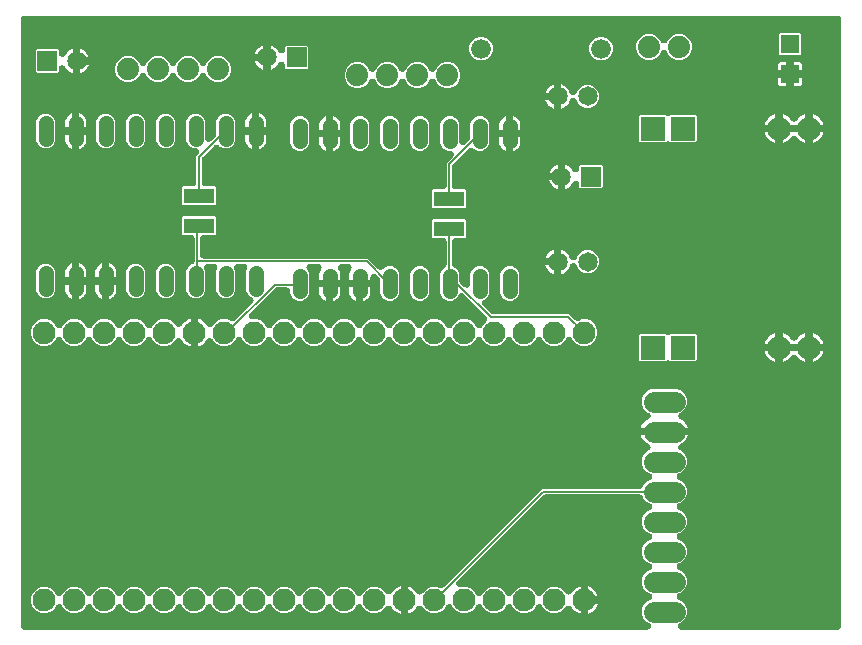
<source format=gbl>
G04 EAGLE Gerber RS-274X export*
G75*
%MOMM*%
%FSLAX34Y34*%
%LPD*%
%INBottom Copper*%
%IPPOS*%
%AMOC8*
5,1,8,0,0,1.08239X$1,22.5*%
G01*
%ADD10C,1.879600*%
%ADD11C,1.308000*%
%ADD12C,1.930400*%
%ADD13C,1.778000*%
%ADD14C,1.651000*%
%ADD15R,1.651000X1.651000*%
%ADD16C,1.676400*%
%ADD17R,2.540000X1.270000*%
%ADD18C,2.000000*%
%ADD19R,2.000000X2.000000*%
%ADD20R,1.524000X1.524000*%
%ADD21C,0.152400*%

G36*
X553498Y32552D02*
X553498Y32552D01*
X553641Y32554D01*
X553744Y32572D01*
X553848Y32581D01*
X553986Y32615D01*
X554126Y32640D01*
X554225Y32674D01*
X554327Y32699D01*
X554458Y32756D01*
X554592Y32803D01*
X554684Y32853D01*
X554780Y32894D01*
X554900Y32970D01*
X555025Y33039D01*
X555108Y33103D01*
X555196Y33159D01*
X555302Y33254D01*
X555415Y33341D01*
X555486Y33418D01*
X555564Y33488D01*
X555653Y33599D01*
X555750Y33703D01*
X555808Y33790D01*
X555874Y33872D01*
X555944Y33995D01*
X556023Y34114D01*
X556066Y34209D01*
X556118Y34300D01*
X556167Y34434D01*
X556226Y34564D01*
X556253Y34665D01*
X556289Y34763D01*
X556317Y34903D01*
X556354Y35040D01*
X556364Y35145D01*
X556384Y35247D01*
X556389Y35389D01*
X556403Y35531D01*
X556396Y35636D01*
X556399Y35740D01*
X556381Y35881D01*
X556372Y36024D01*
X556349Y36125D01*
X556335Y36229D01*
X556294Y36366D01*
X556262Y36505D01*
X556223Y36601D01*
X556193Y36701D01*
X556130Y36830D01*
X556076Y36962D01*
X556022Y37051D01*
X555976Y37145D01*
X555893Y37261D01*
X555819Y37382D01*
X555751Y37462D01*
X555690Y37547D01*
X555590Y37648D01*
X555497Y37756D01*
X555417Y37824D01*
X555344Y37898D01*
X555228Y37982D01*
X555119Y38073D01*
X555050Y38111D01*
X554945Y38188D01*
X554557Y38384D01*
X554522Y38403D01*
X552910Y39071D01*
X549981Y42001D01*
X548395Y45828D01*
X548395Y49972D01*
X549981Y53799D01*
X552911Y56729D01*
X555459Y57785D01*
X555493Y57802D01*
X555529Y57815D01*
X555713Y57915D01*
X555898Y58010D01*
X555928Y58032D01*
X555962Y58051D01*
X556127Y58179D01*
X556295Y58303D01*
X556321Y58330D01*
X556351Y58353D01*
X556494Y58507D01*
X556639Y58656D01*
X556661Y58687D01*
X556687Y58715D01*
X556802Y58889D01*
X556922Y59060D01*
X556939Y59094D01*
X556960Y59126D01*
X557046Y59316D01*
X557136Y59505D01*
X557147Y59541D01*
X557163Y59576D01*
X557217Y59778D01*
X557276Y59978D01*
X557280Y60015D01*
X557290Y60052D01*
X557311Y60261D01*
X557337Y60467D01*
X557336Y60505D01*
X557339Y60543D01*
X557326Y60752D01*
X557319Y60960D01*
X557311Y60998D01*
X557309Y61036D01*
X557262Y61239D01*
X557221Y61444D01*
X557207Y61479D01*
X557199Y61517D01*
X557120Y61710D01*
X557046Y61905D01*
X557027Y61938D01*
X557013Y61974D01*
X556904Y62152D01*
X556800Y62332D01*
X556775Y62362D01*
X556756Y62394D01*
X556619Y62553D01*
X556487Y62714D01*
X556459Y62740D01*
X556434Y62768D01*
X556274Y62903D01*
X556117Y63041D01*
X556085Y63061D01*
X556056Y63085D01*
X555974Y63131D01*
X555699Y63303D01*
X555541Y63370D01*
X555459Y63415D01*
X552910Y64471D01*
X549981Y67401D01*
X548395Y71228D01*
X548395Y75372D01*
X549981Y79199D01*
X552911Y82129D01*
X555459Y83185D01*
X555493Y83202D01*
X555529Y83215D01*
X555713Y83315D01*
X555898Y83410D01*
X555928Y83432D01*
X555962Y83451D01*
X556127Y83579D01*
X556295Y83703D01*
X556321Y83730D01*
X556351Y83753D01*
X556494Y83907D01*
X556639Y84056D01*
X556661Y84087D01*
X556687Y84115D01*
X556802Y84289D01*
X556922Y84460D01*
X556939Y84494D01*
X556960Y84526D01*
X557046Y84716D01*
X557136Y84905D01*
X557147Y84941D01*
X557163Y84976D01*
X557217Y85178D01*
X557276Y85378D01*
X557280Y85415D01*
X557290Y85452D01*
X557311Y85661D01*
X557337Y85867D01*
X557336Y85905D01*
X557339Y85943D01*
X557326Y86152D01*
X557319Y86360D01*
X557311Y86398D01*
X557309Y86436D01*
X557262Y86639D01*
X557221Y86844D01*
X557207Y86879D01*
X557199Y86917D01*
X557120Y87110D01*
X557046Y87305D01*
X557027Y87338D01*
X557013Y87374D01*
X556904Y87552D01*
X556800Y87732D01*
X556775Y87762D01*
X556756Y87794D01*
X556619Y87953D01*
X556487Y88114D01*
X556459Y88140D01*
X556434Y88168D01*
X556274Y88303D01*
X556117Y88441D01*
X556085Y88461D01*
X556056Y88485D01*
X555974Y88531D01*
X555699Y88703D01*
X555541Y88770D01*
X555459Y88815D01*
X552910Y89871D01*
X549981Y92801D01*
X548395Y96628D01*
X548395Y100772D01*
X549981Y104599D01*
X552911Y107529D01*
X555459Y108585D01*
X555493Y108602D01*
X555529Y108615D01*
X555713Y108715D01*
X555898Y108810D01*
X555928Y108832D01*
X555962Y108851D01*
X556127Y108979D01*
X556295Y109103D01*
X556321Y109130D01*
X556351Y109153D01*
X556494Y109307D01*
X556639Y109456D01*
X556661Y109487D01*
X556687Y109515D01*
X556802Y109689D01*
X556922Y109860D01*
X556939Y109894D01*
X556960Y109926D01*
X557046Y110116D01*
X557136Y110305D01*
X557147Y110341D01*
X557163Y110376D01*
X557217Y110578D01*
X557276Y110778D01*
X557280Y110815D01*
X557290Y110852D01*
X557311Y111061D01*
X557337Y111267D01*
X557336Y111305D01*
X557339Y111343D01*
X557326Y111552D01*
X557319Y111760D01*
X557311Y111798D01*
X557309Y111836D01*
X557262Y112039D01*
X557221Y112244D01*
X557207Y112279D01*
X557199Y112317D01*
X557120Y112510D01*
X557046Y112705D01*
X557027Y112738D01*
X557013Y112774D01*
X556904Y112952D01*
X556800Y113132D01*
X556775Y113162D01*
X556756Y113194D01*
X556619Y113353D01*
X556487Y113514D01*
X556459Y113540D01*
X556434Y113568D01*
X556274Y113703D01*
X556117Y113841D01*
X556085Y113861D01*
X556056Y113885D01*
X555974Y113931D01*
X555699Y114103D01*
X555541Y114170D01*
X555459Y114215D01*
X552910Y115271D01*
X549981Y118201D01*
X548395Y122028D01*
X548395Y126172D01*
X549981Y129999D01*
X552911Y132929D01*
X555459Y133985D01*
X555493Y134002D01*
X555529Y134015D01*
X555713Y134115D01*
X555898Y134210D01*
X555928Y134232D01*
X555962Y134251D01*
X556127Y134379D01*
X556295Y134503D01*
X556321Y134530D01*
X556351Y134553D01*
X556494Y134707D01*
X556639Y134856D01*
X556661Y134887D01*
X556687Y134915D01*
X556802Y135089D01*
X556922Y135260D01*
X556939Y135294D01*
X556960Y135326D01*
X557046Y135516D01*
X557136Y135705D01*
X557147Y135741D01*
X557163Y135776D01*
X557217Y135978D01*
X557276Y136178D01*
X557280Y136215D01*
X557290Y136252D01*
X557311Y136461D01*
X557337Y136667D01*
X557336Y136705D01*
X557339Y136743D01*
X557326Y136952D01*
X557319Y137160D01*
X557311Y137198D01*
X557309Y137236D01*
X557262Y137439D01*
X557221Y137644D01*
X557207Y137679D01*
X557199Y137717D01*
X557120Y137910D01*
X557046Y138105D01*
X557027Y138138D01*
X557013Y138174D01*
X556904Y138352D01*
X556800Y138532D01*
X556775Y138562D01*
X556756Y138594D01*
X556619Y138753D01*
X556487Y138914D01*
X556459Y138940D01*
X556434Y138968D01*
X556274Y139103D01*
X556117Y139241D01*
X556085Y139261D01*
X556056Y139285D01*
X555974Y139331D01*
X555699Y139503D01*
X555541Y139570D01*
X555459Y139615D01*
X552910Y140671D01*
X549981Y143600D01*
X549325Y145184D01*
X549225Y145379D01*
X549129Y145575D01*
X549113Y145598D01*
X549100Y145623D01*
X548970Y145799D01*
X548844Y145977D01*
X548824Y145997D01*
X548807Y146020D01*
X548650Y146173D01*
X548497Y146328D01*
X548474Y146345D01*
X548454Y146365D01*
X548274Y146490D01*
X548098Y146618D01*
X548073Y146631D01*
X548050Y146647D01*
X547852Y146742D01*
X547658Y146841D01*
X547631Y146849D01*
X547605Y146862D01*
X547396Y146923D01*
X547187Y146989D01*
X547164Y146992D01*
X547132Y147001D01*
X546642Y147062D01*
X546562Y147059D01*
X546510Y147065D01*
X467029Y147065D01*
X466916Y147056D01*
X466801Y147057D01*
X466670Y147036D01*
X466538Y147025D01*
X466427Y146998D01*
X466314Y146980D01*
X466188Y146939D01*
X466059Y146907D01*
X465954Y146862D01*
X465845Y146826D01*
X465728Y146764D01*
X465605Y146712D01*
X465509Y146651D01*
X465408Y146598D01*
X465334Y146539D01*
X465189Y146447D01*
X464947Y146231D01*
X464875Y146173D01*
X392373Y73671D01*
X392281Y73562D01*
X392181Y73460D01*
X392121Y73375D01*
X392053Y73295D01*
X391980Y73173D01*
X391898Y73056D01*
X391853Y72962D01*
X391799Y72872D01*
X391746Y72740D01*
X391684Y72612D01*
X391654Y72511D01*
X391616Y72414D01*
X391585Y72275D01*
X391545Y72138D01*
X391532Y72035D01*
X391509Y71933D01*
X391501Y71790D01*
X391483Y71649D01*
X391487Y71545D01*
X391481Y71440D01*
X391496Y71298D01*
X391502Y71156D01*
X391522Y71054D01*
X391533Y70950D01*
X391571Y70812D01*
X391599Y70672D01*
X391636Y70575D01*
X391664Y70474D01*
X391724Y70344D01*
X391774Y70211D01*
X391826Y70120D01*
X391870Y70025D01*
X391949Y69907D01*
X392021Y69784D01*
X392087Y69703D01*
X392145Y69616D01*
X392243Y69512D01*
X392333Y69402D01*
X392411Y69333D01*
X392483Y69257D01*
X392596Y69170D01*
X392703Y69076D01*
X392791Y69020D01*
X392874Y68956D01*
X393000Y68889D01*
X393121Y68813D01*
X393217Y68773D01*
X393309Y68723D01*
X393444Y68677D01*
X393575Y68622D01*
X393677Y68597D01*
X393776Y68563D01*
X393917Y68539D01*
X394055Y68506D01*
X394159Y68498D01*
X394262Y68480D01*
X394405Y68480D01*
X394547Y68469D01*
X394651Y68478D01*
X394756Y68477D01*
X394897Y68500D01*
X395038Y68512D01*
X395114Y68534D01*
X395243Y68554D01*
X395656Y68690D01*
X395694Y68701D01*
X395877Y68777D01*
X400323Y68777D01*
X404431Y67075D01*
X407575Y63931D01*
X407985Y62942D01*
X408002Y62909D01*
X408015Y62872D01*
X408115Y62689D01*
X408210Y62503D01*
X408232Y62473D01*
X408251Y62439D01*
X408379Y62274D01*
X408503Y62106D01*
X408530Y62080D01*
X408553Y62050D01*
X408707Y61908D01*
X408856Y61762D01*
X408887Y61740D01*
X408915Y61714D01*
X409089Y61599D01*
X409260Y61479D01*
X409295Y61462D01*
X409326Y61441D01*
X409516Y61356D01*
X409705Y61265D01*
X409741Y61254D01*
X409776Y61239D01*
X409978Y61184D01*
X410178Y61125D01*
X410215Y61121D01*
X410252Y61111D01*
X410461Y61090D01*
X410667Y61064D01*
X410705Y61066D01*
X410743Y61062D01*
X410952Y61075D01*
X411160Y61083D01*
X411198Y61090D01*
X411236Y61093D01*
X411440Y61139D01*
X411644Y61180D01*
X411679Y61194D01*
X411717Y61202D01*
X411910Y61281D01*
X412105Y61355D01*
X412138Y61374D01*
X412174Y61388D01*
X412352Y61497D01*
X412532Y61602D01*
X412562Y61626D01*
X412595Y61646D01*
X412753Y61782D01*
X412914Y61914D01*
X412939Y61943D01*
X412968Y61968D01*
X413103Y62128D01*
X413241Y62284D01*
X413261Y62316D01*
X413285Y62345D01*
X413330Y62427D01*
X413503Y62702D01*
X413570Y62860D01*
X413615Y62942D01*
X414025Y63931D01*
X417169Y67075D01*
X421277Y68777D01*
X425723Y68777D01*
X429831Y67075D01*
X432975Y63931D01*
X433385Y62942D01*
X433402Y62909D01*
X433415Y62872D01*
X433515Y62689D01*
X433610Y62503D01*
X433632Y62473D01*
X433651Y62439D01*
X433779Y62274D01*
X433903Y62106D01*
X433930Y62080D01*
X433953Y62050D01*
X434107Y61908D01*
X434256Y61762D01*
X434287Y61740D01*
X434315Y61714D01*
X434489Y61599D01*
X434660Y61479D01*
X434695Y61462D01*
X434726Y61441D01*
X434916Y61356D01*
X435105Y61265D01*
X435141Y61254D01*
X435176Y61239D01*
X435378Y61184D01*
X435578Y61125D01*
X435615Y61121D01*
X435652Y61111D01*
X435861Y61090D01*
X436067Y61064D01*
X436105Y61066D01*
X436143Y61062D01*
X436352Y61075D01*
X436560Y61083D01*
X436598Y61090D01*
X436636Y61093D01*
X436840Y61139D01*
X437044Y61180D01*
X437079Y61194D01*
X437117Y61202D01*
X437310Y61281D01*
X437505Y61355D01*
X437538Y61374D01*
X437574Y61388D01*
X437752Y61497D01*
X437932Y61602D01*
X437962Y61626D01*
X437995Y61646D01*
X438153Y61782D01*
X438314Y61914D01*
X438339Y61943D01*
X438368Y61968D01*
X438503Y62128D01*
X438641Y62284D01*
X438661Y62316D01*
X438685Y62345D01*
X438730Y62427D01*
X438903Y62702D01*
X438970Y62860D01*
X439015Y62942D01*
X439425Y63931D01*
X442569Y67075D01*
X446677Y68777D01*
X451123Y68777D01*
X455231Y67075D01*
X458375Y63931D01*
X458785Y62942D01*
X458802Y62909D01*
X458815Y62872D01*
X458915Y62689D01*
X459010Y62503D01*
X459032Y62473D01*
X459051Y62439D01*
X459179Y62274D01*
X459303Y62106D01*
X459330Y62080D01*
X459353Y62050D01*
X459507Y61908D01*
X459656Y61762D01*
X459687Y61740D01*
X459715Y61714D01*
X459889Y61599D01*
X460060Y61479D01*
X460095Y61462D01*
X460126Y61441D01*
X460316Y61356D01*
X460505Y61265D01*
X460541Y61254D01*
X460576Y61239D01*
X460778Y61184D01*
X460978Y61125D01*
X461015Y61121D01*
X461052Y61111D01*
X461261Y61090D01*
X461467Y61064D01*
X461505Y61066D01*
X461543Y61062D01*
X461752Y61075D01*
X461960Y61083D01*
X461998Y61090D01*
X462036Y61093D01*
X462240Y61139D01*
X462444Y61180D01*
X462479Y61194D01*
X462517Y61202D01*
X462710Y61281D01*
X462905Y61355D01*
X462938Y61374D01*
X462974Y61388D01*
X463152Y61497D01*
X463332Y61602D01*
X463362Y61626D01*
X463395Y61646D01*
X463553Y61782D01*
X463714Y61914D01*
X463739Y61943D01*
X463768Y61968D01*
X463903Y62128D01*
X464041Y62284D01*
X464061Y62316D01*
X464085Y62345D01*
X464130Y62427D01*
X464303Y62702D01*
X464370Y62860D01*
X464415Y62942D01*
X464825Y63931D01*
X467969Y67075D01*
X472077Y68777D01*
X476523Y68777D01*
X480631Y67075D01*
X483804Y63903D01*
X483840Y63822D01*
X483885Y63754D01*
X483922Y63681D01*
X484020Y63548D01*
X484111Y63410D01*
X484166Y63350D01*
X484215Y63284D01*
X484333Y63169D01*
X484445Y63047D01*
X484510Y62997D01*
X484568Y62940D01*
X484704Y62845D01*
X484834Y62743D01*
X484905Y62704D01*
X484972Y62657D01*
X485121Y62585D01*
X485266Y62505D01*
X485343Y62478D01*
X485417Y62443D01*
X485575Y62396D01*
X485731Y62341D01*
X485811Y62326D01*
X485890Y62303D01*
X486054Y62283D01*
X486217Y62253D01*
X486298Y62252D01*
X486379Y62242D01*
X486545Y62248D01*
X486710Y62245D01*
X486791Y62257D01*
X486872Y62260D01*
X487035Y62293D01*
X487198Y62317D01*
X487276Y62342D01*
X487356Y62358D01*
X487511Y62417D01*
X487668Y62467D01*
X487741Y62504D01*
X487817Y62533D01*
X487960Y62615D01*
X488108Y62690D01*
X488174Y62739D01*
X488244Y62779D01*
X488372Y62884D01*
X488506Y62982D01*
X488563Y63040D01*
X488626Y63092D01*
X488736Y63216D01*
X488852Y63334D01*
X488887Y63387D01*
X488953Y63462D01*
X489215Y63879D01*
X489221Y63894D01*
X489227Y63903D01*
X489272Y63991D01*
X490400Y65543D01*
X491757Y66900D01*
X493309Y68028D01*
X495020Y68900D01*
X496653Y69430D01*
X496653Y57600D01*
X496653Y45770D01*
X495020Y46300D01*
X493309Y47172D01*
X491757Y48300D01*
X490400Y49657D01*
X489272Y51209D01*
X489227Y51297D01*
X489141Y51438D01*
X489061Y51583D01*
X489011Y51648D01*
X488968Y51717D01*
X488860Y51842D01*
X488759Y51973D01*
X488699Y52028D01*
X488645Y52090D01*
X488518Y52196D01*
X488397Y52308D01*
X488329Y52353D01*
X488266Y52405D01*
X488124Y52489D01*
X487986Y52581D01*
X487911Y52614D01*
X487841Y52656D01*
X487687Y52716D01*
X487536Y52784D01*
X487457Y52805D01*
X487381Y52834D01*
X487219Y52869D01*
X487060Y52911D01*
X486979Y52919D01*
X486899Y52936D01*
X486733Y52944D01*
X486569Y52960D01*
X486487Y52955D01*
X486406Y52959D01*
X486241Y52940D01*
X486076Y52930D01*
X485997Y52911D01*
X485916Y52902D01*
X485757Y52857D01*
X485595Y52820D01*
X485520Y52789D01*
X485441Y52767D01*
X485292Y52696D01*
X485138Y52634D01*
X485069Y52591D01*
X484995Y52556D01*
X484859Y52463D01*
X484718Y52376D01*
X484655Y52323D01*
X484588Y52277D01*
X484469Y52163D01*
X484344Y52055D01*
X484291Y51992D01*
X484232Y51936D01*
X484133Y51803D01*
X484027Y51677D01*
X483996Y51621D01*
X483936Y51541D01*
X483813Y51307D01*
X480631Y48125D01*
X476523Y46423D01*
X472077Y46423D01*
X467969Y48125D01*
X464825Y51269D01*
X464415Y52258D01*
X464398Y52292D01*
X464385Y52328D01*
X464286Y52511D01*
X464190Y52697D01*
X464168Y52727D01*
X464149Y52761D01*
X464022Y52924D01*
X463897Y53094D01*
X463870Y53120D01*
X463847Y53150D01*
X463694Y53292D01*
X463544Y53438D01*
X463513Y53460D01*
X463485Y53486D01*
X463311Y53601D01*
X463140Y53721D01*
X463106Y53738D01*
X463074Y53759D01*
X462883Y53845D01*
X462696Y53935D01*
X462659Y53946D01*
X462624Y53961D01*
X462423Y54015D01*
X462222Y54075D01*
X462184Y54079D01*
X462148Y54089D01*
X461940Y54110D01*
X461733Y54136D01*
X461695Y54134D01*
X461657Y54138D01*
X461449Y54125D01*
X461240Y54117D01*
X461202Y54110D01*
X461164Y54107D01*
X460962Y54061D01*
X460756Y54020D01*
X460721Y54006D01*
X460683Y53998D01*
X460490Y53919D01*
X460295Y53845D01*
X460262Y53826D01*
X460226Y53812D01*
X460048Y53703D01*
X459868Y53598D01*
X459838Y53574D01*
X459806Y53554D01*
X459648Y53419D01*
X459486Y53286D01*
X459461Y53257D01*
X459432Y53233D01*
X459298Y53073D01*
X459159Y52916D01*
X459139Y52884D01*
X459115Y52855D01*
X459070Y52773D01*
X458897Y52498D01*
X458830Y52340D01*
X458785Y52258D01*
X458375Y51269D01*
X455231Y48125D01*
X451123Y46423D01*
X446677Y46423D01*
X442569Y48125D01*
X439425Y51269D01*
X439015Y52258D01*
X438998Y52292D01*
X438985Y52328D01*
X438886Y52511D01*
X438790Y52697D01*
X438768Y52727D01*
X438749Y52761D01*
X438622Y52924D01*
X438497Y53094D01*
X438470Y53120D01*
X438447Y53150D01*
X438294Y53292D01*
X438144Y53438D01*
X438113Y53460D01*
X438085Y53486D01*
X437911Y53601D01*
X437740Y53721D01*
X437706Y53738D01*
X437674Y53759D01*
X437483Y53845D01*
X437296Y53935D01*
X437259Y53946D01*
X437224Y53961D01*
X437023Y54015D01*
X436822Y54075D01*
X436784Y54079D01*
X436748Y54089D01*
X436540Y54110D01*
X436333Y54136D01*
X436295Y54134D01*
X436257Y54138D01*
X436049Y54125D01*
X435840Y54117D01*
X435802Y54110D01*
X435764Y54107D01*
X435562Y54061D01*
X435356Y54020D01*
X435321Y54006D01*
X435283Y53998D01*
X435090Y53919D01*
X434895Y53845D01*
X434862Y53826D01*
X434826Y53812D01*
X434648Y53703D01*
X434468Y53598D01*
X434438Y53574D01*
X434406Y53554D01*
X434248Y53419D01*
X434086Y53286D01*
X434061Y53257D01*
X434032Y53233D01*
X433898Y53073D01*
X433759Y52916D01*
X433739Y52884D01*
X433715Y52855D01*
X433670Y52773D01*
X433497Y52498D01*
X433430Y52340D01*
X433385Y52258D01*
X432975Y51269D01*
X429831Y48125D01*
X425723Y46423D01*
X421277Y46423D01*
X417169Y48125D01*
X414025Y51269D01*
X413615Y52258D01*
X413598Y52292D01*
X413585Y52328D01*
X413486Y52511D01*
X413390Y52697D01*
X413368Y52727D01*
X413349Y52761D01*
X413222Y52924D01*
X413097Y53094D01*
X413070Y53120D01*
X413047Y53150D01*
X412894Y53292D01*
X412744Y53438D01*
X412713Y53460D01*
X412685Y53486D01*
X412511Y53601D01*
X412340Y53721D01*
X412306Y53738D01*
X412274Y53759D01*
X412083Y53845D01*
X411896Y53935D01*
X411859Y53946D01*
X411824Y53961D01*
X411623Y54015D01*
X411422Y54075D01*
X411384Y54079D01*
X411348Y54089D01*
X411140Y54110D01*
X410933Y54136D01*
X410895Y54134D01*
X410857Y54138D01*
X410649Y54125D01*
X410440Y54117D01*
X410402Y54110D01*
X410364Y54107D01*
X410162Y54061D01*
X409956Y54020D01*
X409921Y54006D01*
X409883Y53998D01*
X409690Y53919D01*
X409495Y53845D01*
X409462Y53826D01*
X409426Y53812D01*
X409248Y53703D01*
X409068Y53598D01*
X409038Y53574D01*
X409006Y53554D01*
X408848Y53419D01*
X408686Y53286D01*
X408661Y53257D01*
X408632Y53233D01*
X408498Y53073D01*
X408359Y52916D01*
X408339Y52884D01*
X408315Y52855D01*
X408270Y52773D01*
X408097Y52498D01*
X408030Y52340D01*
X407985Y52258D01*
X407575Y51269D01*
X404431Y48125D01*
X400323Y46423D01*
X395877Y46423D01*
X391769Y48125D01*
X388625Y51269D01*
X388215Y52258D01*
X388198Y52292D01*
X388185Y52327D01*
X388086Y52511D01*
X387990Y52697D01*
X387968Y52727D01*
X387949Y52761D01*
X387821Y52926D01*
X387697Y53094D01*
X387670Y53120D01*
X387647Y53150D01*
X387493Y53292D01*
X387344Y53438D01*
X387313Y53460D01*
X387285Y53486D01*
X387111Y53601D01*
X386940Y53721D01*
X386906Y53737D01*
X386874Y53759D01*
X386684Y53844D01*
X386496Y53935D01*
X386459Y53946D01*
X386424Y53961D01*
X386223Y54015D01*
X386022Y54074D01*
X385984Y54079D01*
X385948Y54089D01*
X385740Y54110D01*
X385533Y54136D01*
X385495Y54134D01*
X385457Y54138D01*
X385248Y54125D01*
X385040Y54117D01*
X385003Y54110D01*
X384964Y54107D01*
X384761Y54061D01*
X384556Y54020D01*
X384521Y54006D01*
X384483Y53998D01*
X384290Y53919D01*
X384095Y53845D01*
X384062Y53826D01*
X384027Y53812D01*
X383848Y53703D01*
X383668Y53598D01*
X383638Y53574D01*
X383606Y53554D01*
X383447Y53418D01*
X383286Y53286D01*
X383261Y53257D01*
X383232Y53232D01*
X383098Y53073D01*
X382959Y52916D01*
X382939Y52884D01*
X382915Y52855D01*
X382870Y52773D01*
X382697Y52498D01*
X382630Y52340D01*
X382585Y52258D01*
X382175Y51269D01*
X379031Y48125D01*
X374923Y46423D01*
X370477Y46423D01*
X366369Y48125D01*
X363196Y51297D01*
X363160Y51378D01*
X363115Y51446D01*
X363078Y51519D01*
X362980Y51652D01*
X362889Y51790D01*
X362834Y51850D01*
X362785Y51916D01*
X362667Y52031D01*
X362555Y52153D01*
X362490Y52203D01*
X362432Y52260D01*
X362296Y52355D01*
X362166Y52457D01*
X362095Y52496D01*
X362028Y52543D01*
X361879Y52615D01*
X361734Y52695D01*
X361657Y52722D01*
X361583Y52757D01*
X361425Y52804D01*
X361269Y52859D01*
X361189Y52874D01*
X361110Y52897D01*
X360946Y52917D01*
X360783Y52947D01*
X360702Y52948D01*
X360621Y52958D01*
X360455Y52952D01*
X360290Y52955D01*
X360209Y52943D01*
X360128Y52940D01*
X359965Y52907D01*
X359802Y52883D01*
X359724Y52858D01*
X359644Y52842D01*
X359489Y52783D01*
X359332Y52733D01*
X359259Y52696D01*
X359183Y52667D01*
X359040Y52585D01*
X358892Y52510D01*
X358826Y52461D01*
X358756Y52421D01*
X358628Y52316D01*
X358494Y52218D01*
X358437Y52160D01*
X358374Y52108D01*
X358264Y51984D01*
X358148Y51866D01*
X358113Y51813D01*
X358047Y51738D01*
X357785Y51321D01*
X357779Y51306D01*
X357773Y51297D01*
X357728Y51209D01*
X356600Y49657D01*
X355243Y48300D01*
X353691Y47172D01*
X351980Y46300D01*
X350347Y45770D01*
X350347Y57600D01*
X350347Y69430D01*
X351980Y68900D01*
X353691Y68028D01*
X355243Y66900D01*
X356600Y65543D01*
X357728Y63991D01*
X357773Y63903D01*
X357859Y63762D01*
X357939Y63617D01*
X357989Y63552D01*
X358032Y63483D01*
X358140Y63358D01*
X358241Y63227D01*
X358301Y63172D01*
X358355Y63110D01*
X358482Y63004D01*
X358603Y62892D01*
X358671Y62847D01*
X358734Y62795D01*
X358876Y62711D01*
X359014Y62619D01*
X359089Y62586D01*
X359159Y62544D01*
X359313Y62484D01*
X359464Y62416D01*
X359543Y62395D01*
X359619Y62366D01*
X359781Y62331D01*
X359940Y62289D01*
X360021Y62281D01*
X360101Y62264D01*
X360267Y62256D01*
X360431Y62240D01*
X360513Y62245D01*
X360594Y62241D01*
X360759Y62260D01*
X360924Y62270D01*
X361003Y62289D01*
X361084Y62298D01*
X361243Y62343D01*
X361405Y62380D01*
X361480Y62411D01*
X361559Y62433D01*
X361708Y62504D01*
X361862Y62566D01*
X361931Y62609D01*
X362005Y62644D01*
X362141Y62737D01*
X362282Y62824D01*
X362345Y62877D01*
X362412Y62923D01*
X362531Y63037D01*
X362656Y63145D01*
X362709Y63208D01*
X362768Y63264D01*
X362867Y63397D01*
X362973Y63523D01*
X363004Y63579D01*
X363064Y63659D01*
X363187Y63893D01*
X366369Y67075D01*
X370477Y68777D01*
X374923Y68777D01*
X377347Y67773D01*
X377554Y67706D01*
X377761Y67635D01*
X377789Y67630D01*
X377816Y67622D01*
X378032Y67589D01*
X378247Y67552D01*
X378276Y67552D01*
X378304Y67548D01*
X378522Y67551D01*
X378741Y67549D01*
X378769Y67554D01*
X378797Y67554D01*
X379012Y67592D01*
X379228Y67626D01*
X379255Y67635D01*
X379283Y67640D01*
X379489Y67712D01*
X379697Y67780D01*
X379722Y67793D01*
X379749Y67803D01*
X379940Y67907D01*
X380134Y68008D01*
X380153Y68023D01*
X380182Y68039D01*
X380572Y68342D01*
X380626Y68401D01*
X380668Y68433D01*
X463873Y151639D01*
X546387Y151639D01*
X546605Y151656D01*
X546823Y151670D01*
X546850Y151676D01*
X546879Y151679D01*
X547091Y151731D01*
X547304Y151780D01*
X547330Y151791D01*
X547357Y151797D01*
X547558Y151883D01*
X547760Y151966D01*
X547785Y151981D01*
X547811Y151992D01*
X547995Y152109D01*
X548181Y152223D01*
X548203Y152242D01*
X548227Y152257D01*
X548389Y152402D01*
X548555Y152545D01*
X548574Y152567D01*
X548595Y152586D01*
X548732Y152756D01*
X548872Y152923D01*
X548884Y152943D01*
X548905Y152970D01*
X549149Y153398D01*
X549177Y153474D01*
X549202Y153520D01*
X549981Y155399D01*
X552910Y158329D01*
X555459Y159385D01*
X555493Y159402D01*
X555529Y159415D01*
X555711Y159514D01*
X555898Y159610D01*
X555929Y159632D01*
X555962Y159651D01*
X556126Y159778D01*
X556295Y159903D01*
X556321Y159930D01*
X556351Y159953D01*
X556493Y160106D01*
X556639Y160256D01*
X556661Y160287D01*
X556687Y160315D01*
X556802Y160489D01*
X556922Y160660D01*
X556939Y160694D01*
X556960Y160726D01*
X557045Y160916D01*
X557136Y161104D01*
X557147Y161141D01*
X557163Y161176D01*
X557217Y161377D01*
X557276Y161578D01*
X557280Y161616D01*
X557290Y161652D01*
X557311Y161860D01*
X557337Y162067D01*
X557336Y162105D01*
X557339Y162143D01*
X557326Y162352D01*
X557319Y162560D01*
X557311Y162598D01*
X557309Y162636D01*
X557262Y162839D01*
X557221Y163044D01*
X557207Y163080D01*
X557199Y163117D01*
X557120Y163310D01*
X557046Y163505D01*
X557027Y163538D01*
X557013Y163573D01*
X556904Y163752D01*
X556800Y163932D01*
X556775Y163962D01*
X556756Y163994D01*
X556619Y164152D01*
X556487Y164314D01*
X556459Y164339D01*
X556434Y164368D01*
X556274Y164502D01*
X556117Y164641D01*
X556085Y164661D01*
X556056Y164685D01*
X555975Y164730D01*
X555700Y164903D01*
X555541Y164970D01*
X555459Y165015D01*
X552911Y166071D01*
X549981Y169001D01*
X548395Y172828D01*
X548395Y176972D01*
X549981Y180799D01*
X552911Y183729D01*
X554109Y184225D01*
X554255Y184301D01*
X554407Y184368D01*
X554475Y184413D01*
X554548Y184450D01*
X554680Y184549D01*
X554819Y184640D01*
X554879Y184695D01*
X554944Y184743D01*
X555060Y184862D01*
X555181Y184974D01*
X555232Y185038D01*
X555289Y185097D01*
X555384Y185232D01*
X555486Y185362D01*
X555525Y185434D01*
X555572Y185501D01*
X555644Y185650D01*
X555723Y185795D01*
X555750Y185872D01*
X555786Y185945D01*
X555833Y186104D01*
X555888Y186260D01*
X555902Y186340D01*
X555925Y186418D01*
X555946Y186582D01*
X555975Y186745D01*
X555977Y186827D01*
X555987Y186908D01*
X555981Y187073D01*
X555983Y187238D01*
X555971Y187319D01*
X555968Y187401D01*
X555936Y187563D01*
X555911Y187726D01*
X555887Y187805D01*
X555870Y187884D01*
X555812Y188039D01*
X555762Y188197D01*
X555725Y188269D01*
X555696Y188346D01*
X555613Y188489D01*
X555538Y188636D01*
X555490Y188702D01*
X555449Y188773D01*
X555345Y188901D01*
X555247Y189034D01*
X555188Y189092D01*
X555137Y189155D01*
X555013Y189264D01*
X554895Y189380D01*
X554842Y189415D01*
X554767Y189481D01*
X554349Y189744D01*
X554335Y189750D01*
X554326Y189756D01*
X552819Y190524D01*
X551363Y191581D01*
X550091Y192853D01*
X549034Y194309D01*
X548217Y195912D01*
X547781Y197253D01*
X567700Y197253D01*
X587619Y197253D01*
X587183Y195912D01*
X586366Y194309D01*
X585309Y192853D01*
X584037Y191581D01*
X582581Y190524D01*
X581074Y189756D01*
X580934Y189669D01*
X580788Y189590D01*
X580724Y189540D01*
X580654Y189497D01*
X580529Y189389D01*
X580399Y189287D01*
X580343Y189227D01*
X580281Y189174D01*
X580176Y189047D01*
X580063Y188926D01*
X580018Y188858D01*
X579966Y188795D01*
X579882Y188652D01*
X579791Y188515D01*
X579757Y188440D01*
X579715Y188370D01*
X579656Y188216D01*
X579588Y188065D01*
X579566Y187986D01*
X579537Y187910D01*
X579503Y187748D01*
X579460Y187588D01*
X579452Y187507D01*
X579435Y187427D01*
X579427Y187262D01*
X579411Y187097D01*
X579416Y187016D01*
X579412Y186934D01*
X579431Y186770D01*
X579442Y186605D01*
X579460Y186526D01*
X579469Y186444D01*
X579515Y186285D01*
X579551Y186124D01*
X579582Y186049D01*
X579605Y185970D01*
X579675Y185820D01*
X579737Y185667D01*
X579780Y185597D01*
X579815Y185524D01*
X579909Y185387D01*
X579995Y185246D01*
X580048Y185184D01*
X580094Y185117D01*
X580209Y184998D01*
X580317Y184872D01*
X580379Y184820D01*
X580436Y184761D01*
X580568Y184661D01*
X580695Y184555D01*
X580750Y184525D01*
X580830Y184464D01*
X581267Y184236D01*
X581282Y184231D01*
X581291Y184225D01*
X582489Y183729D01*
X585419Y180799D01*
X587005Y176972D01*
X587005Y172828D01*
X585419Y169001D01*
X582489Y166071D01*
X579941Y165015D01*
X579907Y164998D01*
X579871Y164985D01*
X579687Y164885D01*
X579502Y164790D01*
X579471Y164768D01*
X579438Y164749D01*
X579273Y164621D01*
X579105Y164497D01*
X579079Y164470D01*
X579049Y164447D01*
X578906Y164293D01*
X578761Y164144D01*
X578739Y164113D01*
X578713Y164085D01*
X578598Y163911D01*
X578478Y163740D01*
X578461Y163706D01*
X578440Y163674D01*
X578354Y163484D01*
X578264Y163295D01*
X578253Y163259D01*
X578237Y163224D01*
X578183Y163022D01*
X578124Y162822D01*
X578120Y162785D01*
X578110Y162748D01*
X578089Y162539D01*
X578063Y162333D01*
X578064Y162295D01*
X578061Y162257D01*
X578074Y162048D01*
X578081Y161840D01*
X578089Y161802D01*
X578091Y161764D01*
X578138Y161561D01*
X578179Y161356D01*
X578193Y161321D01*
X578201Y161283D01*
X578280Y161090D01*
X578354Y160895D01*
X578373Y160862D01*
X578387Y160826D01*
X578496Y160648D01*
X578600Y160468D01*
X578625Y160438D01*
X578644Y160406D01*
X578781Y160247D01*
X578913Y160086D01*
X578941Y160060D01*
X578966Y160032D01*
X579126Y159897D01*
X579283Y159759D01*
X579315Y159739D01*
X579344Y159715D01*
X579426Y159669D01*
X579701Y159497D01*
X579859Y159430D01*
X579941Y159385D01*
X582490Y158329D01*
X585419Y155399D01*
X587005Y151572D01*
X587005Y147428D01*
X585419Y143601D01*
X582490Y140671D01*
X579941Y139615D01*
X579907Y139598D01*
X579871Y139585D01*
X579689Y139486D01*
X579502Y139390D01*
X579471Y139367D01*
X579438Y139349D01*
X579274Y139222D01*
X579105Y139097D01*
X579079Y139070D01*
X579049Y139047D01*
X578907Y138894D01*
X578761Y138744D01*
X578739Y138713D01*
X578713Y138685D01*
X578598Y138511D01*
X578478Y138340D01*
X578461Y138306D01*
X578440Y138274D01*
X578355Y138084D01*
X578264Y137896D01*
X578253Y137859D01*
X578237Y137824D01*
X578183Y137623D01*
X578124Y137422D01*
X578120Y137384D01*
X578110Y137348D01*
X578089Y137140D01*
X578063Y136933D01*
X578064Y136895D01*
X578061Y136857D01*
X578074Y136648D01*
X578081Y136440D01*
X578089Y136402D01*
X578091Y136364D01*
X578138Y136161D01*
X578179Y135956D01*
X578193Y135920D01*
X578201Y135883D01*
X578280Y135690D01*
X578354Y135495D01*
X578373Y135462D01*
X578387Y135427D01*
X578496Y135248D01*
X578600Y135068D01*
X578625Y135038D01*
X578644Y135006D01*
X578781Y134848D01*
X578913Y134686D01*
X578941Y134661D01*
X578966Y134632D01*
X579126Y134498D01*
X579283Y134359D01*
X579315Y134339D01*
X579344Y134315D01*
X579425Y134270D01*
X579700Y134097D01*
X579859Y134030D01*
X579941Y133985D01*
X582489Y132929D01*
X585419Y129999D01*
X587005Y126172D01*
X587005Y122028D01*
X585419Y118201D01*
X582490Y115271D01*
X579941Y114215D01*
X579907Y114198D01*
X579871Y114185D01*
X579689Y114086D01*
X579502Y113990D01*
X579471Y113968D01*
X579438Y113949D01*
X579274Y113822D01*
X579105Y113697D01*
X579079Y113670D01*
X579049Y113647D01*
X578907Y113494D01*
X578761Y113344D01*
X578739Y113313D01*
X578713Y113285D01*
X578598Y113111D01*
X578478Y112940D01*
X578461Y112906D01*
X578440Y112874D01*
X578355Y112684D01*
X578264Y112496D01*
X578253Y112459D01*
X578237Y112424D01*
X578183Y112223D01*
X578124Y112022D01*
X578120Y111984D01*
X578110Y111948D01*
X578089Y111740D01*
X578063Y111533D01*
X578064Y111495D01*
X578061Y111457D01*
X578074Y111248D01*
X578081Y111040D01*
X578089Y111002D01*
X578091Y110964D01*
X578138Y110761D01*
X578179Y110556D01*
X578193Y110520D01*
X578201Y110483D01*
X578280Y110290D01*
X578354Y110095D01*
X578373Y110062D01*
X578387Y110027D01*
X578496Y109848D01*
X578600Y109668D01*
X578625Y109638D01*
X578644Y109606D01*
X578781Y109448D01*
X578913Y109286D01*
X578941Y109261D01*
X578966Y109232D01*
X579126Y109098D01*
X579283Y108959D01*
X579315Y108939D01*
X579344Y108915D01*
X579425Y108870D01*
X579700Y108697D01*
X579859Y108630D01*
X579941Y108585D01*
X582489Y107529D01*
X585419Y104599D01*
X587005Y100772D01*
X587005Y96628D01*
X585419Y92801D01*
X582490Y89871D01*
X579941Y88815D01*
X579907Y88798D01*
X579871Y88785D01*
X579689Y88686D01*
X579502Y88590D01*
X579471Y88568D01*
X579438Y88549D01*
X579274Y88422D01*
X579105Y88297D01*
X579079Y88270D01*
X579049Y88247D01*
X578907Y88094D01*
X578761Y87944D01*
X578739Y87913D01*
X578713Y87885D01*
X578598Y87711D01*
X578478Y87540D01*
X578461Y87506D01*
X578440Y87474D01*
X578355Y87284D01*
X578264Y87096D01*
X578253Y87059D01*
X578237Y87024D01*
X578183Y86823D01*
X578124Y86622D01*
X578120Y86584D01*
X578110Y86548D01*
X578089Y86340D01*
X578063Y86133D01*
X578064Y86095D01*
X578061Y86057D01*
X578074Y85848D01*
X578081Y85640D01*
X578089Y85602D01*
X578091Y85564D01*
X578138Y85361D01*
X578179Y85156D01*
X578193Y85120D01*
X578201Y85083D01*
X578280Y84890D01*
X578354Y84695D01*
X578373Y84662D01*
X578387Y84627D01*
X578496Y84448D01*
X578600Y84268D01*
X578625Y84238D01*
X578644Y84206D01*
X578781Y84048D01*
X578913Y83886D01*
X578941Y83861D01*
X578966Y83832D01*
X579126Y83698D01*
X579283Y83559D01*
X579315Y83539D01*
X579344Y83515D01*
X579425Y83470D01*
X579700Y83297D01*
X579859Y83230D01*
X579941Y83185D01*
X582489Y82129D01*
X585419Y79199D01*
X587005Y75372D01*
X587005Y71228D01*
X585419Y67401D01*
X582490Y64471D01*
X579941Y63415D01*
X579907Y63398D01*
X579871Y63385D01*
X579689Y63286D01*
X579502Y63190D01*
X579471Y63168D01*
X579438Y63149D01*
X579274Y63022D01*
X579105Y62897D01*
X579079Y62870D01*
X579049Y62847D01*
X578907Y62694D01*
X578761Y62544D01*
X578739Y62513D01*
X578713Y62485D01*
X578598Y62311D01*
X578478Y62140D01*
X578461Y62106D01*
X578440Y62074D01*
X578355Y61884D01*
X578264Y61696D01*
X578253Y61659D01*
X578237Y61624D01*
X578183Y61423D01*
X578124Y61222D01*
X578120Y61184D01*
X578110Y61148D01*
X578089Y60940D01*
X578063Y60733D01*
X578064Y60695D01*
X578061Y60657D01*
X578074Y60448D01*
X578081Y60240D01*
X578089Y60202D01*
X578091Y60164D01*
X578138Y59961D01*
X578179Y59756D01*
X578193Y59720D01*
X578201Y59683D01*
X578280Y59490D01*
X578354Y59295D01*
X578373Y59262D01*
X578387Y59227D01*
X578496Y59048D01*
X578600Y58868D01*
X578625Y58838D01*
X578644Y58806D01*
X578781Y58648D01*
X578913Y58486D01*
X578941Y58461D01*
X578966Y58432D01*
X579126Y58298D01*
X579283Y58159D01*
X579315Y58139D01*
X579344Y58115D01*
X579425Y58070D01*
X579700Y57897D01*
X579859Y57830D01*
X579941Y57785D01*
X582489Y56729D01*
X585419Y53799D01*
X587005Y49972D01*
X587005Y45828D01*
X585419Y42001D01*
X582490Y39071D01*
X580878Y38403D01*
X580751Y38338D01*
X580620Y38282D01*
X580532Y38226D01*
X580439Y38178D01*
X580324Y38094D01*
X580204Y38017D01*
X580126Y37947D01*
X580042Y37885D01*
X579943Y37783D01*
X579836Y37688D01*
X579770Y37607D01*
X579697Y37532D01*
X579616Y37415D01*
X579526Y37304D01*
X579474Y37214D01*
X579414Y37128D01*
X579353Y37000D01*
X579282Y36876D01*
X579246Y36778D01*
X579200Y36684D01*
X579160Y36547D01*
X579111Y36413D01*
X579090Y36311D01*
X579061Y36210D01*
X579043Y36069D01*
X579016Y35929D01*
X579013Y35825D01*
X579000Y35721D01*
X579005Y35578D01*
X579001Y35436D01*
X579014Y35332D01*
X579018Y35228D01*
X579046Y35088D01*
X579065Y34947D01*
X579095Y34847D01*
X579116Y34744D01*
X579166Y34611D01*
X579207Y34474D01*
X579253Y34381D01*
X579290Y34283D01*
X579362Y34159D01*
X579424Y34031D01*
X579485Y33946D01*
X579537Y33856D01*
X579627Y33745D01*
X579710Y33629D01*
X579783Y33555D01*
X579849Y33474D01*
X579956Y33379D01*
X580056Y33278D01*
X580141Y33217D01*
X580219Y33147D01*
X580340Y33071D01*
X580455Y32988D01*
X580549Y32941D01*
X580637Y32885D01*
X580769Y32829D01*
X580896Y32765D01*
X580995Y32734D01*
X581092Y32693D01*
X581230Y32660D01*
X581366Y32617D01*
X581444Y32608D01*
X581571Y32578D01*
X582004Y32545D01*
X582044Y32541D01*
X714412Y32541D01*
X714488Y32547D01*
X714564Y32545D01*
X714733Y32567D01*
X714904Y32581D01*
X714978Y32599D01*
X715053Y32609D01*
X715217Y32658D01*
X715383Y32699D01*
X715452Y32729D01*
X715526Y32751D01*
X715679Y32827D01*
X715836Y32894D01*
X715900Y32935D01*
X715969Y32968D01*
X716108Y33067D01*
X716252Y33159D01*
X716309Y33210D01*
X716371Y33254D01*
X716492Y33374D01*
X716620Y33488D01*
X716668Y33547D01*
X716722Y33601D01*
X716823Y33739D01*
X716930Y33872D01*
X716967Y33938D01*
X717012Y33999D01*
X717089Y34152D01*
X717174Y34300D01*
X717200Y34372D01*
X717235Y34440D01*
X717286Y34603D01*
X717345Y34763D01*
X717360Y34838D01*
X717383Y34910D01*
X717395Y35015D01*
X717440Y35247D01*
X717447Y35483D01*
X717459Y35588D01*
X717459Y549412D01*
X717453Y549488D01*
X717455Y549564D01*
X717433Y549733D01*
X717419Y549904D01*
X717401Y549978D01*
X717391Y550053D01*
X717342Y550217D01*
X717301Y550383D01*
X717271Y550452D01*
X717249Y550526D01*
X717173Y550679D01*
X717106Y550836D01*
X717065Y550900D01*
X717032Y550969D01*
X716933Y551108D01*
X716841Y551252D01*
X716790Y551309D01*
X716746Y551371D01*
X716626Y551492D01*
X716512Y551620D01*
X716453Y551668D01*
X716399Y551722D01*
X716261Y551823D01*
X716128Y551930D01*
X716062Y551967D01*
X716001Y552012D01*
X715848Y552089D01*
X715700Y552174D01*
X715628Y552200D01*
X715560Y552235D01*
X715397Y552286D01*
X715237Y552345D01*
X715162Y552360D01*
X715090Y552383D01*
X714985Y552395D01*
X714753Y552440D01*
X714517Y552447D01*
X714412Y552459D01*
X25588Y552459D01*
X25512Y552453D01*
X25436Y552455D01*
X25267Y552433D01*
X25096Y552419D01*
X25022Y552401D01*
X24947Y552391D01*
X24783Y552342D01*
X24617Y552301D01*
X24548Y552271D01*
X24474Y552249D01*
X24321Y552173D01*
X24164Y552106D01*
X24100Y552065D01*
X24031Y552032D01*
X23892Y551933D01*
X23748Y551841D01*
X23691Y551790D01*
X23629Y551746D01*
X23508Y551626D01*
X23380Y551512D01*
X23332Y551453D01*
X23278Y551399D01*
X23177Y551261D01*
X23070Y551128D01*
X23033Y551062D01*
X22988Y551001D01*
X22911Y550848D01*
X22826Y550700D01*
X22800Y550628D01*
X22765Y550560D01*
X22714Y550397D01*
X22655Y550237D01*
X22640Y550162D01*
X22617Y550090D01*
X22605Y549985D01*
X22560Y549753D01*
X22553Y549517D01*
X22541Y549412D01*
X22541Y35588D01*
X22547Y35512D01*
X22545Y35436D01*
X22567Y35267D01*
X22581Y35096D01*
X22599Y35022D01*
X22609Y34947D01*
X22658Y34783D01*
X22699Y34617D01*
X22729Y34548D01*
X22751Y34474D01*
X22827Y34321D01*
X22894Y34164D01*
X22935Y34100D01*
X22968Y34031D01*
X23067Y33892D01*
X23159Y33748D01*
X23210Y33691D01*
X23254Y33629D01*
X23374Y33508D01*
X23488Y33380D01*
X23547Y33332D01*
X23601Y33278D01*
X23739Y33177D01*
X23872Y33070D01*
X23938Y33033D01*
X23999Y32988D01*
X24152Y32911D01*
X24300Y32826D01*
X24372Y32800D01*
X24440Y32765D01*
X24603Y32714D01*
X24763Y32655D01*
X24838Y32640D01*
X24910Y32617D01*
X25015Y32605D01*
X25247Y32560D01*
X25483Y32553D01*
X25588Y32541D01*
X553356Y32541D01*
X553498Y32552D01*
G37*
%LPC*%
G36*
X172547Y284100D02*
X172547Y284100D01*
X172547Y295930D01*
X174180Y295400D01*
X175891Y294528D01*
X177443Y293400D01*
X178800Y292043D01*
X179928Y290491D01*
X179973Y290403D01*
X180059Y290262D01*
X180139Y290117D01*
X180189Y290052D01*
X180232Y289983D01*
X180340Y289858D01*
X180441Y289727D01*
X180501Y289672D01*
X180555Y289610D01*
X180682Y289504D01*
X180803Y289392D01*
X180871Y289347D01*
X180934Y289295D01*
X181076Y289211D01*
X181214Y289119D01*
X181289Y289086D01*
X181359Y289044D01*
X181513Y288984D01*
X181664Y288916D01*
X181743Y288895D01*
X181819Y288866D01*
X181981Y288831D01*
X182140Y288789D01*
X182221Y288781D01*
X182301Y288764D01*
X182467Y288756D01*
X182631Y288740D01*
X182713Y288745D01*
X182794Y288741D01*
X182959Y288760D01*
X183124Y288770D01*
X183203Y288789D01*
X183284Y288798D01*
X183443Y288843D01*
X183605Y288880D01*
X183680Y288911D01*
X183759Y288933D01*
X183908Y289004D01*
X184062Y289066D01*
X184131Y289109D01*
X184205Y289144D01*
X184341Y289237D01*
X184482Y289324D01*
X184545Y289377D01*
X184612Y289423D01*
X184731Y289537D01*
X184856Y289645D01*
X184909Y289708D01*
X184968Y289764D01*
X185067Y289897D01*
X185173Y290023D01*
X185204Y290079D01*
X185264Y290159D01*
X185387Y290393D01*
X188569Y293575D01*
X192677Y295277D01*
X197123Y295277D01*
X200935Y293698D01*
X201143Y293631D01*
X201350Y293560D01*
X201378Y293555D01*
X201405Y293546D01*
X201620Y293514D01*
X201836Y293477D01*
X201865Y293477D01*
X201893Y293473D01*
X202111Y293476D01*
X202330Y293474D01*
X202358Y293479D01*
X202386Y293479D01*
X202601Y293517D01*
X202817Y293551D01*
X202844Y293560D01*
X202872Y293565D01*
X203077Y293637D01*
X203286Y293705D01*
X203311Y293718D01*
X203338Y293728D01*
X203529Y293832D01*
X203723Y293933D01*
X203741Y293947D01*
X203771Y293964D01*
X204160Y294266D01*
X204215Y294325D01*
X204256Y294358D01*
X218991Y309093D01*
X219107Y309230D01*
X219230Y309362D01*
X219267Y309418D01*
X219310Y309468D01*
X219403Y309623D01*
X219503Y309773D01*
X219530Y309834D01*
X219565Y309891D01*
X219632Y310059D01*
X219706Y310223D01*
X219723Y310287D01*
X219748Y310349D01*
X219787Y310525D01*
X219834Y310700D01*
X219840Y310766D01*
X219855Y310831D01*
X219865Y311011D01*
X219883Y311191D01*
X219878Y311257D01*
X219882Y311323D01*
X219863Y311503D01*
X219852Y311683D01*
X219837Y311748D01*
X219830Y311814D01*
X219782Y311988D01*
X219742Y312164D01*
X219717Y312226D01*
X219699Y312290D01*
X219624Y312454D01*
X219556Y312621D01*
X219521Y312678D01*
X219494Y312738D01*
X219393Y312888D01*
X219299Y313042D01*
X219255Y313092D01*
X219218Y313147D01*
X219095Y313279D01*
X218977Y313416D01*
X218926Y313458D01*
X218880Y313507D01*
X218737Y313617D01*
X218599Y313733D01*
X218553Y313758D01*
X218489Y313807D01*
X218054Y314040D01*
X218022Y314051D01*
X218002Y314063D01*
X217132Y314423D01*
X214863Y316692D01*
X213635Y319656D01*
X213635Y335944D01*
X214455Y337924D01*
X214511Y338095D01*
X214573Y338265D01*
X214586Y338330D01*
X214607Y338393D01*
X214633Y338572D01*
X214668Y338749D01*
X214670Y338815D01*
X214680Y338881D01*
X214678Y339062D01*
X214683Y339242D01*
X214675Y339308D01*
X214674Y339375D01*
X214643Y339552D01*
X214619Y339731D01*
X214600Y339795D01*
X214588Y339860D01*
X214529Y340031D01*
X214477Y340204D01*
X214447Y340263D01*
X214425Y340326D01*
X214339Y340485D01*
X214260Y340647D01*
X214221Y340701D01*
X214189Y340759D01*
X214079Y340902D01*
X213974Y341049D01*
X213927Y341096D01*
X213887Y341149D01*
X213754Y341271D01*
X213627Y341400D01*
X213574Y341439D01*
X213525Y341484D01*
X213374Y341584D01*
X213229Y341690D01*
X213169Y341720D01*
X213114Y341757D01*
X212949Y341831D01*
X212788Y341913D01*
X212725Y341933D01*
X212664Y341960D01*
X212490Y342007D01*
X212318Y342061D01*
X212265Y342067D01*
X212188Y342088D01*
X211697Y342137D01*
X211663Y342135D01*
X211640Y342137D01*
X206360Y342137D01*
X206180Y342123D01*
X206000Y342116D01*
X205935Y342103D01*
X205868Y342097D01*
X205693Y342054D01*
X205516Y342018D01*
X205454Y341995D01*
X205389Y341979D01*
X205223Y341907D01*
X205055Y341844D01*
X204997Y341810D01*
X204936Y341784D01*
X204784Y341687D01*
X204628Y341597D01*
X204576Y341555D01*
X204520Y341519D01*
X204386Y341399D01*
X204246Y341284D01*
X204202Y341235D01*
X204152Y341190D01*
X204039Y341050D01*
X203919Y340915D01*
X203884Y340858D01*
X203842Y340806D01*
X203753Y340650D01*
X203657Y340497D01*
X203631Y340435D01*
X203598Y340378D01*
X203535Y340208D01*
X203465Y340042D01*
X203450Y339978D01*
X203427Y339915D01*
X203392Y339738D01*
X203350Y339563D01*
X203345Y339496D01*
X203332Y339431D01*
X203326Y339251D01*
X203313Y339071D01*
X203319Y339004D01*
X203317Y338938D01*
X203340Y338759D01*
X203356Y338579D01*
X203370Y338529D01*
X203381Y338449D01*
X203523Y337977D01*
X203538Y337946D01*
X203545Y337924D01*
X204365Y335944D01*
X204365Y319656D01*
X203137Y316692D01*
X200868Y314423D01*
X197904Y313195D01*
X194696Y313195D01*
X191732Y314423D01*
X189463Y316692D01*
X188235Y319656D01*
X188235Y335944D01*
X189055Y337924D01*
X189111Y338096D01*
X189173Y338265D01*
X189186Y338330D01*
X189207Y338393D01*
X189234Y338572D01*
X189268Y338749D01*
X189270Y338815D01*
X189280Y338881D01*
X189278Y339062D01*
X189283Y339242D01*
X189275Y339308D01*
X189274Y339375D01*
X189243Y339552D01*
X189219Y339731D01*
X189200Y339795D01*
X189188Y339860D01*
X189129Y340030D01*
X189077Y340204D01*
X189047Y340263D01*
X189025Y340326D01*
X188939Y340485D01*
X188860Y340647D01*
X188821Y340701D01*
X188789Y340759D01*
X188678Y340902D01*
X188574Y341049D01*
X188527Y341096D01*
X188487Y341149D01*
X188354Y341272D01*
X188227Y341400D01*
X188174Y341439D01*
X188125Y341484D01*
X187975Y341584D01*
X187829Y341690D01*
X187769Y341720D01*
X187714Y341757D01*
X187549Y341831D01*
X187388Y341913D01*
X187325Y341933D01*
X187264Y341960D01*
X187090Y342007D01*
X186918Y342061D01*
X186865Y342067D01*
X186788Y342088D01*
X186297Y342137D01*
X186263Y342135D01*
X186240Y342137D01*
X180960Y342137D01*
X180780Y342123D01*
X180600Y342116D01*
X180535Y342103D01*
X180468Y342097D01*
X180293Y342054D01*
X180116Y342018D01*
X180054Y341995D01*
X179989Y341979D01*
X179823Y341907D01*
X179655Y341844D01*
X179597Y341810D01*
X179536Y341784D01*
X179384Y341687D01*
X179228Y341597D01*
X179176Y341555D01*
X179120Y341519D01*
X178986Y341399D01*
X178846Y341284D01*
X178802Y341235D01*
X178752Y341190D01*
X178639Y341050D01*
X178519Y340915D01*
X178484Y340858D01*
X178442Y340806D01*
X178353Y340650D01*
X178257Y340497D01*
X178231Y340435D01*
X178198Y340378D01*
X178135Y340208D01*
X178065Y340042D01*
X178050Y339978D01*
X178027Y339915D01*
X177992Y339738D01*
X177950Y339563D01*
X177945Y339496D01*
X177932Y339431D01*
X177926Y339251D01*
X177913Y339071D01*
X177919Y339004D01*
X177917Y338938D01*
X177940Y338759D01*
X177956Y338579D01*
X177970Y338529D01*
X177981Y338449D01*
X178123Y337977D01*
X178138Y337946D01*
X178145Y337924D01*
X178965Y335944D01*
X178965Y319656D01*
X177737Y316692D01*
X175468Y314423D01*
X172504Y313195D01*
X169296Y313195D01*
X166332Y314423D01*
X164063Y316692D01*
X162835Y319656D01*
X162835Y335944D01*
X164063Y338908D01*
X166332Y341177D01*
X168044Y341886D01*
X168238Y341986D01*
X168435Y342082D01*
X168458Y342098D01*
X168483Y342111D01*
X168659Y342241D01*
X168837Y342367D01*
X168857Y342387D01*
X168880Y342404D01*
X169033Y342561D01*
X169188Y342714D01*
X169205Y342737D01*
X169225Y342757D01*
X169350Y342936D01*
X169478Y343113D01*
X169491Y343138D01*
X169507Y343162D01*
X169602Y343358D01*
X169701Y343553D01*
X169709Y343580D01*
X169722Y343606D01*
X169783Y343816D01*
X169849Y344024D01*
X169852Y344047D01*
X169861Y344079D01*
X169922Y344569D01*
X169919Y344649D01*
X169925Y344702D01*
X169925Y363778D01*
X169919Y363854D01*
X169921Y363930D01*
X169899Y364099D01*
X169885Y364270D01*
X169867Y364344D01*
X169857Y364419D01*
X169808Y364583D01*
X169767Y364749D01*
X169737Y364818D01*
X169715Y364892D01*
X169639Y365045D01*
X169572Y365202D01*
X169531Y365266D01*
X169498Y365335D01*
X169399Y365474D01*
X169307Y365618D01*
X169256Y365675D01*
X169212Y365737D01*
X169092Y365858D01*
X168978Y365986D01*
X168919Y366034D01*
X168865Y366088D01*
X168727Y366189D01*
X168594Y366296D01*
X168528Y366333D01*
X168467Y366378D01*
X168314Y366455D01*
X168166Y366540D01*
X168094Y366566D01*
X168026Y366601D01*
X167863Y366652D01*
X167703Y366711D01*
X167628Y366726D01*
X167556Y366749D01*
X167451Y366761D01*
X167219Y366806D01*
X166983Y366813D01*
X166878Y366825D01*
X160268Y366825D01*
X159375Y367718D01*
X159375Y381682D01*
X160268Y382575D01*
X186932Y382575D01*
X187825Y381682D01*
X187825Y367718D01*
X186932Y366825D01*
X177546Y366825D01*
X177470Y366819D01*
X177394Y366821D01*
X177225Y366799D01*
X177054Y366785D01*
X176980Y366767D01*
X176905Y366757D01*
X176741Y366708D01*
X176575Y366667D01*
X176506Y366637D01*
X176432Y366615D01*
X176279Y366539D01*
X176122Y366472D01*
X176058Y366431D01*
X175989Y366398D01*
X175850Y366299D01*
X175706Y366207D01*
X175649Y366156D01*
X175587Y366112D01*
X175466Y365992D01*
X175338Y365878D01*
X175290Y365819D01*
X175236Y365765D01*
X175135Y365627D01*
X175028Y365494D01*
X174991Y365428D01*
X174946Y365367D01*
X174869Y365214D01*
X174784Y365066D01*
X174758Y364994D01*
X174723Y364926D01*
X174672Y364763D01*
X174613Y364603D01*
X174598Y364528D01*
X174575Y364456D01*
X174563Y364351D01*
X174518Y364119D01*
X174511Y363883D01*
X174499Y363778D01*
X174499Y349758D01*
X174505Y349682D01*
X174503Y349606D01*
X174525Y349437D01*
X174539Y349266D01*
X174557Y349192D01*
X174567Y349117D01*
X174616Y348953D01*
X174657Y348787D01*
X174687Y348718D01*
X174709Y348644D01*
X174785Y348491D01*
X174852Y348334D01*
X174893Y348270D01*
X174926Y348201D01*
X175025Y348062D01*
X175117Y347918D01*
X175168Y347861D01*
X175212Y347799D01*
X175332Y347678D01*
X175446Y347550D01*
X175505Y347502D01*
X175559Y347448D01*
X175697Y347347D01*
X175830Y347240D01*
X175896Y347203D01*
X175957Y347158D01*
X176110Y347081D01*
X176258Y346996D01*
X176330Y346970D01*
X176398Y346935D01*
X176561Y346884D01*
X176721Y346825D01*
X176796Y346810D01*
X176868Y346787D01*
X176973Y346775D01*
X177205Y346730D01*
X177441Y346723D01*
X177546Y346711D01*
X316415Y346711D01*
X325186Y337940D01*
X325244Y337891D01*
X325296Y337835D01*
X325431Y337731D01*
X325562Y337621D01*
X325627Y337582D01*
X325687Y337535D01*
X325838Y337454D01*
X325984Y337366D01*
X326055Y337338D01*
X326122Y337302D01*
X326284Y337247D01*
X326442Y337183D01*
X326517Y337167D01*
X326589Y337142D01*
X326757Y337113D01*
X326924Y337076D01*
X327000Y337072D01*
X327075Y337059D01*
X327246Y337058D01*
X327416Y337049D01*
X327492Y337057D01*
X327568Y337056D01*
X327737Y337083D01*
X327907Y337101D01*
X327980Y337121D01*
X328056Y337133D01*
X328218Y337186D01*
X328383Y337232D01*
X328452Y337263D01*
X328524Y337287D01*
X328676Y337366D01*
X328831Y337437D01*
X328894Y337480D01*
X328962Y337515D01*
X329044Y337581D01*
X329240Y337713D01*
X329413Y337875D01*
X329495Y337940D01*
X330532Y338977D01*
X333496Y340205D01*
X336704Y340205D01*
X339668Y338977D01*
X341937Y336708D01*
X343165Y333744D01*
X343165Y317456D01*
X341937Y314492D01*
X339668Y312223D01*
X336704Y310995D01*
X333496Y310995D01*
X330532Y312223D01*
X328263Y314492D01*
X327035Y317456D01*
X327035Y328361D01*
X327026Y328474D01*
X327027Y328589D01*
X327006Y328720D01*
X326995Y328852D01*
X326968Y328963D01*
X326950Y329076D01*
X326909Y329202D01*
X326877Y329331D01*
X326832Y329436D01*
X326796Y329545D01*
X326734Y329663D01*
X326682Y329785D01*
X326621Y329881D01*
X326568Y329982D01*
X326509Y330056D01*
X326417Y330201D01*
X326201Y330443D01*
X326143Y330515D01*
X323983Y332675D01*
X323954Y332700D01*
X323928Y332728D01*
X323766Y332860D01*
X323607Y332995D01*
X323574Y333015D01*
X323544Y333038D01*
X323364Y333141D01*
X323184Y333249D01*
X323149Y333264D01*
X323116Y333282D01*
X322920Y333355D01*
X322726Y333433D01*
X322689Y333441D01*
X322653Y333454D01*
X322448Y333494D01*
X322244Y333539D01*
X322206Y333541D01*
X322169Y333549D01*
X321961Y333555D01*
X321752Y333567D01*
X321714Y333563D01*
X321676Y333564D01*
X321469Y333537D01*
X321261Y333515D01*
X321225Y333505D01*
X321187Y333500D01*
X320987Y333439D01*
X320786Y333384D01*
X320751Y333368D01*
X320714Y333357D01*
X320527Y333266D01*
X320337Y333178D01*
X320305Y333157D01*
X320271Y333140D01*
X320101Y333020D01*
X319928Y332903D01*
X319900Y332877D01*
X319869Y332855D01*
X319720Y332708D01*
X319568Y332565D01*
X319545Y332535D01*
X319518Y332508D01*
X319395Y332339D01*
X319268Y332174D01*
X319250Y332140D01*
X319228Y332109D01*
X319134Y331923D01*
X319035Y331739D01*
X319023Y331703D01*
X319005Y331669D01*
X318943Y331470D01*
X318875Y331272D01*
X318869Y331235D01*
X318857Y331198D01*
X318847Y331106D01*
X318792Y330786D01*
X318791Y330614D01*
X318781Y330521D01*
X318781Y328647D01*
X309700Y328647D01*
X300619Y328647D01*
X300619Y332855D01*
X300843Y334266D01*
X301285Y335626D01*
X301933Y336899D01*
X302224Y337299D01*
X302248Y337338D01*
X302276Y337374D01*
X302376Y337548D01*
X302480Y337720D01*
X302498Y337762D01*
X302520Y337802D01*
X302590Y337991D01*
X302666Y338177D01*
X302676Y338222D01*
X302692Y338265D01*
X302730Y338462D01*
X302775Y338658D01*
X302778Y338704D01*
X302787Y338749D01*
X302793Y338949D01*
X302805Y339151D01*
X302801Y339197D01*
X302802Y339242D01*
X302776Y339441D01*
X302755Y339642D01*
X302744Y339686D01*
X302738Y339731D01*
X302679Y339924D01*
X302627Y340118D01*
X302608Y340160D01*
X302595Y340204D01*
X302507Y340384D01*
X302424Y340567D01*
X302398Y340606D01*
X302378Y340647D01*
X302262Y340810D01*
X302150Y340978D01*
X302119Y341012D01*
X302093Y341049D01*
X301951Y341192D01*
X301814Y341339D01*
X301778Y341367D01*
X301746Y341400D01*
X301583Y341518D01*
X301424Y341642D01*
X301384Y341663D01*
X301347Y341690D01*
X301168Y341781D01*
X300991Y341877D01*
X300948Y341892D01*
X300907Y341913D01*
X300715Y341973D01*
X300525Y342039D01*
X300480Y342047D01*
X300436Y342061D01*
X300338Y342072D01*
X300039Y342124D01*
X299855Y342126D01*
X299758Y342137D01*
X294242Y342137D01*
X294196Y342134D01*
X294150Y342136D01*
X293950Y342114D01*
X293750Y342097D01*
X293705Y342086D01*
X293660Y342081D01*
X293466Y342027D01*
X293271Y341979D01*
X293229Y341961D01*
X293185Y341948D01*
X293002Y341863D01*
X292818Y341784D01*
X292779Y341760D01*
X292737Y341740D01*
X292571Y341627D01*
X292402Y341519D01*
X292368Y341489D01*
X292329Y341463D01*
X292183Y341324D01*
X292034Y341190D01*
X292005Y341155D01*
X291972Y341123D01*
X291850Y340963D01*
X291724Y340806D01*
X291701Y340767D01*
X291673Y340730D01*
X291579Y340553D01*
X291480Y340378D01*
X291464Y340335D01*
X291442Y340294D01*
X291378Y340104D01*
X291308Y339915D01*
X291299Y339870D01*
X291285Y339827D01*
X291252Y339629D01*
X291213Y339431D01*
X291212Y339385D01*
X291205Y339340D01*
X291204Y339138D01*
X291198Y338938D01*
X291204Y338893D01*
X291204Y338847D01*
X291236Y338648D01*
X291262Y338449D01*
X291276Y338405D01*
X291283Y338360D01*
X291347Y338169D01*
X291405Y337977D01*
X291425Y337935D01*
X291440Y337892D01*
X291488Y337806D01*
X291622Y337533D01*
X291728Y337384D01*
X291776Y337299D01*
X292067Y336899D01*
X292715Y335626D01*
X293157Y334266D01*
X293381Y332855D01*
X293381Y328647D01*
X284300Y328647D01*
X275219Y328647D01*
X275219Y332855D01*
X275443Y334266D01*
X275885Y335626D01*
X276533Y336899D01*
X276824Y337299D01*
X276848Y337338D01*
X276876Y337374D01*
X276976Y337548D01*
X277080Y337720D01*
X277098Y337762D01*
X277120Y337802D01*
X277190Y337991D01*
X277266Y338177D01*
X277276Y338222D01*
X277292Y338265D01*
X277330Y338462D01*
X277375Y338658D01*
X277378Y338704D01*
X277387Y338749D01*
X277393Y338949D01*
X277405Y339151D01*
X277401Y339197D01*
X277402Y339242D01*
X277376Y339441D01*
X277355Y339642D01*
X277344Y339686D01*
X277338Y339731D01*
X277279Y339924D01*
X277227Y340118D01*
X277208Y340160D01*
X277195Y340204D01*
X277107Y340384D01*
X277024Y340567D01*
X276998Y340606D01*
X276978Y340647D01*
X276862Y340810D01*
X276750Y340978D01*
X276719Y341012D01*
X276693Y341049D01*
X276551Y341192D01*
X276414Y341339D01*
X276378Y341367D01*
X276346Y341400D01*
X276183Y341518D01*
X276024Y341642D01*
X275984Y341663D01*
X275947Y341690D01*
X275768Y341781D01*
X275591Y341877D01*
X275548Y341892D01*
X275507Y341913D01*
X275315Y341973D01*
X275125Y342039D01*
X275080Y342047D01*
X275036Y342061D01*
X274938Y342072D01*
X274639Y342124D01*
X274455Y342126D01*
X274358Y342137D01*
X267665Y342137D01*
X267627Y342134D01*
X267589Y342136D01*
X267381Y342114D01*
X267173Y342097D01*
X267136Y342088D01*
X267098Y342084D01*
X266897Y342029D01*
X266694Y341979D01*
X266659Y341964D01*
X266622Y341953D01*
X266432Y341866D01*
X266241Y341784D01*
X266209Y341764D01*
X266174Y341748D01*
X266000Y341631D01*
X265825Y341519D01*
X265796Y341494D01*
X265765Y341472D01*
X265613Y341329D01*
X265457Y341190D01*
X265433Y341161D01*
X265405Y341134D01*
X265278Y340969D01*
X265147Y340806D01*
X265128Y340773D01*
X265105Y340743D01*
X265006Y340559D01*
X264903Y340378D01*
X264890Y340342D01*
X264872Y340308D01*
X264804Y340111D01*
X264731Y339915D01*
X264724Y339878D01*
X264712Y339842D01*
X264677Y339636D01*
X264637Y339431D01*
X264635Y339393D01*
X264629Y339355D01*
X264628Y339146D01*
X264621Y338938D01*
X264626Y338900D01*
X264626Y338862D01*
X264658Y338656D01*
X264686Y338449D01*
X264697Y338412D01*
X264703Y338375D01*
X264768Y338177D01*
X264828Y337977D01*
X264845Y337942D01*
X264857Y337906D01*
X264953Y337721D01*
X265045Y337533D01*
X265067Y337502D01*
X265085Y337468D01*
X265143Y337395D01*
X265331Y337131D01*
X265451Y337009D01*
X265510Y336935D01*
X265737Y336708D01*
X266965Y333744D01*
X266965Y317456D01*
X265737Y314492D01*
X263468Y312223D01*
X260504Y310995D01*
X257296Y310995D01*
X254332Y312223D01*
X252063Y314492D01*
X250835Y317456D01*
X250835Y319278D01*
X250829Y319354D01*
X250831Y319430D01*
X250809Y319599D01*
X250795Y319770D01*
X250777Y319844D01*
X250767Y319919D01*
X250718Y320083D01*
X250677Y320249D01*
X250647Y320318D01*
X250625Y320392D01*
X250549Y320545D01*
X250482Y320702D01*
X250441Y320766D01*
X250408Y320835D01*
X250309Y320974D01*
X250217Y321118D01*
X250166Y321175D01*
X250122Y321237D01*
X250002Y321358D01*
X249888Y321486D01*
X249829Y321534D01*
X249775Y321588D01*
X249637Y321688D01*
X249504Y321796D01*
X249438Y321833D01*
X249377Y321878D01*
X249224Y321955D01*
X249076Y322040D01*
X249004Y322066D01*
X248936Y322101D01*
X248773Y322152D01*
X248613Y322211D01*
X248538Y322226D01*
X248466Y322249D01*
X248361Y322261D01*
X248129Y322306D01*
X247893Y322313D01*
X247788Y322325D01*
X239953Y322325D01*
X239840Y322316D01*
X239725Y322317D01*
X239594Y322296D01*
X239462Y322285D01*
X239351Y322258D01*
X239238Y322240D01*
X239112Y322199D01*
X238983Y322167D01*
X238878Y322122D01*
X238769Y322086D01*
X238652Y322024D01*
X238529Y321972D01*
X238433Y321911D01*
X238332Y321858D01*
X238258Y321799D01*
X238113Y321707D01*
X237871Y321491D01*
X237799Y321433D01*
X216845Y300479D01*
X216820Y300450D01*
X216792Y300424D01*
X216660Y300262D01*
X216525Y300103D01*
X216505Y300070D01*
X216482Y300040D01*
X216379Y299860D01*
X216271Y299680D01*
X216256Y299645D01*
X216238Y299612D01*
X216165Y299416D01*
X216087Y299222D01*
X216079Y299185D01*
X216066Y299149D01*
X216026Y298944D01*
X215981Y298740D01*
X215979Y298702D01*
X215971Y298665D01*
X215965Y298457D01*
X215953Y298248D01*
X215957Y298210D01*
X215956Y298172D01*
X215983Y297965D01*
X216005Y297757D01*
X216015Y297721D01*
X216020Y297683D01*
X216081Y297483D01*
X216136Y297282D01*
X216152Y297247D01*
X216163Y297210D01*
X216254Y297023D01*
X216342Y296833D01*
X216363Y296801D01*
X216380Y296767D01*
X216500Y296598D01*
X216617Y296424D01*
X216643Y296396D01*
X216665Y296365D01*
X216812Y296217D01*
X216955Y296064D01*
X216985Y296041D01*
X217012Y296014D01*
X217181Y295891D01*
X217346Y295764D01*
X217380Y295746D01*
X217411Y295724D01*
X217597Y295630D01*
X217781Y295531D01*
X217817Y295519D01*
X217851Y295501D01*
X218050Y295439D01*
X218248Y295371D01*
X218285Y295365D01*
X218322Y295353D01*
X218414Y295343D01*
X218734Y295288D01*
X218906Y295287D01*
X218999Y295277D01*
X222523Y295277D01*
X226631Y293575D01*
X229775Y290431D01*
X230185Y289442D01*
X230202Y289409D01*
X230215Y289372D01*
X230315Y289189D01*
X230410Y289003D01*
X230432Y288973D01*
X230451Y288939D01*
X230579Y288774D01*
X230703Y288606D01*
X230730Y288580D01*
X230753Y288550D01*
X230907Y288408D01*
X231056Y288262D01*
X231087Y288240D01*
X231115Y288214D01*
X231289Y288099D01*
X231460Y287979D01*
X231495Y287962D01*
X231526Y287941D01*
X231716Y287856D01*
X231905Y287765D01*
X231941Y287754D01*
X231976Y287739D01*
X232178Y287684D01*
X232378Y287625D01*
X232415Y287621D01*
X232452Y287611D01*
X232661Y287590D01*
X232867Y287564D01*
X232905Y287566D01*
X232943Y287562D01*
X233152Y287575D01*
X233360Y287583D01*
X233398Y287590D01*
X233436Y287593D01*
X233640Y287639D01*
X233844Y287680D01*
X233879Y287694D01*
X233917Y287702D01*
X234110Y287781D01*
X234305Y287855D01*
X234338Y287874D01*
X234374Y287888D01*
X234552Y287997D01*
X234732Y288102D01*
X234762Y288126D01*
X234795Y288146D01*
X234953Y288282D01*
X235114Y288414D01*
X235139Y288443D01*
X235168Y288468D01*
X235303Y288628D01*
X235441Y288784D01*
X235461Y288816D01*
X235485Y288845D01*
X235530Y288927D01*
X235703Y289202D01*
X235770Y289360D01*
X235815Y289442D01*
X236225Y290431D01*
X239369Y293575D01*
X243477Y295277D01*
X247923Y295277D01*
X252031Y293575D01*
X255175Y290431D01*
X255585Y289442D01*
X255602Y289409D01*
X255615Y289372D01*
X255715Y289189D01*
X255810Y289003D01*
X255832Y288973D01*
X255851Y288939D01*
X255979Y288774D01*
X256103Y288606D01*
X256130Y288580D01*
X256153Y288550D01*
X256307Y288408D01*
X256456Y288262D01*
X256487Y288240D01*
X256515Y288214D01*
X256689Y288099D01*
X256860Y287979D01*
X256895Y287962D01*
X256926Y287941D01*
X257116Y287856D01*
X257305Y287765D01*
X257341Y287754D01*
X257376Y287739D01*
X257578Y287684D01*
X257778Y287625D01*
X257815Y287621D01*
X257852Y287611D01*
X258061Y287590D01*
X258267Y287564D01*
X258305Y287566D01*
X258343Y287562D01*
X258552Y287575D01*
X258760Y287583D01*
X258798Y287590D01*
X258836Y287593D01*
X259040Y287639D01*
X259244Y287680D01*
X259279Y287694D01*
X259317Y287702D01*
X259510Y287781D01*
X259705Y287855D01*
X259738Y287874D01*
X259774Y287888D01*
X259952Y287997D01*
X260132Y288102D01*
X260162Y288126D01*
X260195Y288146D01*
X260353Y288282D01*
X260514Y288414D01*
X260539Y288443D01*
X260568Y288468D01*
X260703Y288628D01*
X260841Y288784D01*
X260861Y288816D01*
X260885Y288845D01*
X260930Y288927D01*
X261103Y289202D01*
X261170Y289360D01*
X261215Y289442D01*
X261625Y290431D01*
X264769Y293575D01*
X268877Y295277D01*
X273323Y295277D01*
X277431Y293575D01*
X280575Y290431D01*
X280985Y289442D01*
X281002Y289409D01*
X281015Y289372D01*
X281115Y289189D01*
X281210Y289003D01*
X281232Y288973D01*
X281251Y288939D01*
X281379Y288774D01*
X281503Y288606D01*
X281530Y288580D01*
X281553Y288550D01*
X281707Y288408D01*
X281856Y288262D01*
X281887Y288240D01*
X281915Y288214D01*
X282089Y288099D01*
X282260Y287979D01*
X282295Y287962D01*
X282326Y287941D01*
X282516Y287856D01*
X282705Y287765D01*
X282741Y287754D01*
X282776Y287739D01*
X282978Y287684D01*
X283178Y287625D01*
X283215Y287621D01*
X283252Y287611D01*
X283461Y287590D01*
X283667Y287564D01*
X283705Y287566D01*
X283743Y287562D01*
X283952Y287575D01*
X284160Y287583D01*
X284198Y287590D01*
X284236Y287593D01*
X284440Y287639D01*
X284644Y287680D01*
X284679Y287694D01*
X284717Y287702D01*
X284910Y287781D01*
X285105Y287855D01*
X285138Y287874D01*
X285174Y287888D01*
X285352Y287997D01*
X285532Y288102D01*
X285562Y288126D01*
X285595Y288146D01*
X285753Y288282D01*
X285914Y288414D01*
X285939Y288443D01*
X285968Y288468D01*
X286103Y288628D01*
X286241Y288784D01*
X286261Y288816D01*
X286285Y288845D01*
X286330Y288927D01*
X286503Y289202D01*
X286570Y289360D01*
X286615Y289442D01*
X287025Y290431D01*
X290169Y293575D01*
X294277Y295277D01*
X298723Y295277D01*
X302831Y293575D01*
X305975Y290431D01*
X306385Y289442D01*
X306402Y289409D01*
X306415Y289372D01*
X306515Y289189D01*
X306610Y289003D01*
X306632Y288973D01*
X306651Y288939D01*
X306779Y288774D01*
X306903Y288606D01*
X306930Y288580D01*
X306953Y288550D01*
X307107Y288408D01*
X307256Y288262D01*
X307287Y288240D01*
X307315Y288214D01*
X307489Y288099D01*
X307660Y287979D01*
X307695Y287962D01*
X307726Y287941D01*
X307916Y287856D01*
X308105Y287765D01*
X308141Y287754D01*
X308176Y287739D01*
X308378Y287684D01*
X308578Y287625D01*
X308615Y287621D01*
X308652Y287611D01*
X308861Y287590D01*
X309067Y287564D01*
X309105Y287566D01*
X309143Y287562D01*
X309352Y287575D01*
X309560Y287583D01*
X309598Y287590D01*
X309636Y287593D01*
X309840Y287639D01*
X310044Y287680D01*
X310079Y287694D01*
X310117Y287702D01*
X310310Y287781D01*
X310505Y287855D01*
X310538Y287874D01*
X310574Y287888D01*
X310752Y287997D01*
X310932Y288102D01*
X310962Y288126D01*
X310995Y288146D01*
X311153Y288282D01*
X311314Y288414D01*
X311339Y288443D01*
X311368Y288468D01*
X311503Y288628D01*
X311641Y288784D01*
X311661Y288816D01*
X311685Y288845D01*
X311730Y288927D01*
X311903Y289202D01*
X311970Y289360D01*
X312015Y289442D01*
X312425Y290431D01*
X315569Y293575D01*
X319677Y295277D01*
X324123Y295277D01*
X328231Y293575D01*
X331375Y290431D01*
X331785Y289442D01*
X331802Y289409D01*
X331815Y289372D01*
X331915Y289189D01*
X332010Y289003D01*
X332032Y288973D01*
X332051Y288939D01*
X332179Y288774D01*
X332303Y288606D01*
X332330Y288580D01*
X332353Y288550D01*
X332507Y288408D01*
X332656Y288262D01*
X332687Y288240D01*
X332715Y288214D01*
X332889Y288099D01*
X333060Y287979D01*
X333095Y287962D01*
X333126Y287941D01*
X333316Y287856D01*
X333505Y287765D01*
X333541Y287754D01*
X333576Y287739D01*
X333778Y287684D01*
X333978Y287625D01*
X334015Y287621D01*
X334052Y287611D01*
X334261Y287590D01*
X334467Y287564D01*
X334505Y287566D01*
X334543Y287562D01*
X334752Y287575D01*
X334960Y287583D01*
X334998Y287590D01*
X335036Y287593D01*
X335240Y287639D01*
X335444Y287680D01*
X335479Y287694D01*
X335517Y287702D01*
X335710Y287781D01*
X335905Y287855D01*
X335938Y287874D01*
X335974Y287888D01*
X336152Y287997D01*
X336332Y288102D01*
X336362Y288126D01*
X336395Y288146D01*
X336553Y288282D01*
X336714Y288414D01*
X336739Y288443D01*
X336768Y288468D01*
X336903Y288628D01*
X337041Y288784D01*
X337061Y288816D01*
X337085Y288845D01*
X337130Y288927D01*
X337303Y289202D01*
X337370Y289360D01*
X337415Y289442D01*
X337825Y290431D01*
X340969Y293575D01*
X345077Y295277D01*
X349523Y295277D01*
X353631Y293575D01*
X356775Y290431D01*
X357185Y289442D01*
X357202Y289409D01*
X357215Y289372D01*
X357315Y289189D01*
X357410Y289003D01*
X357432Y288973D01*
X357451Y288939D01*
X357579Y288774D01*
X357703Y288606D01*
X357730Y288580D01*
X357753Y288550D01*
X357907Y288408D01*
X358056Y288262D01*
X358087Y288240D01*
X358115Y288214D01*
X358289Y288099D01*
X358460Y287979D01*
X358495Y287962D01*
X358526Y287941D01*
X358716Y287856D01*
X358905Y287765D01*
X358941Y287754D01*
X358976Y287739D01*
X359178Y287684D01*
X359378Y287625D01*
X359415Y287621D01*
X359452Y287611D01*
X359661Y287590D01*
X359867Y287564D01*
X359905Y287566D01*
X359943Y287562D01*
X360152Y287575D01*
X360360Y287583D01*
X360398Y287590D01*
X360436Y287593D01*
X360640Y287639D01*
X360844Y287680D01*
X360879Y287694D01*
X360917Y287702D01*
X361110Y287781D01*
X361305Y287855D01*
X361338Y287874D01*
X361374Y287888D01*
X361552Y287997D01*
X361732Y288102D01*
X361762Y288126D01*
X361795Y288146D01*
X361953Y288282D01*
X362114Y288414D01*
X362139Y288443D01*
X362168Y288468D01*
X362303Y288628D01*
X362441Y288784D01*
X362461Y288816D01*
X362485Y288845D01*
X362530Y288927D01*
X362703Y289202D01*
X362770Y289360D01*
X362815Y289442D01*
X363225Y290431D01*
X366369Y293575D01*
X370477Y295277D01*
X374923Y295277D01*
X379031Y293575D01*
X382175Y290431D01*
X382585Y289442D01*
X382602Y289409D01*
X382615Y289372D01*
X382715Y289189D01*
X382810Y289003D01*
X382832Y288973D01*
X382851Y288939D01*
X382979Y288774D01*
X383103Y288606D01*
X383130Y288580D01*
X383153Y288550D01*
X383307Y288408D01*
X383456Y288262D01*
X383487Y288240D01*
X383515Y288214D01*
X383689Y288099D01*
X383860Y287979D01*
X383895Y287962D01*
X383926Y287941D01*
X384116Y287856D01*
X384305Y287765D01*
X384341Y287754D01*
X384376Y287739D01*
X384578Y287684D01*
X384778Y287625D01*
X384815Y287621D01*
X384852Y287611D01*
X385061Y287590D01*
X385267Y287564D01*
X385305Y287566D01*
X385343Y287562D01*
X385552Y287575D01*
X385760Y287583D01*
X385798Y287590D01*
X385836Y287593D01*
X386040Y287639D01*
X386244Y287680D01*
X386279Y287694D01*
X386317Y287702D01*
X386510Y287781D01*
X386705Y287855D01*
X386738Y287874D01*
X386774Y287888D01*
X386952Y287997D01*
X387132Y288102D01*
X387162Y288126D01*
X387195Y288146D01*
X387353Y288282D01*
X387514Y288414D01*
X387539Y288443D01*
X387568Y288468D01*
X387703Y288628D01*
X387841Y288784D01*
X387861Y288816D01*
X387885Y288845D01*
X387930Y288927D01*
X388103Y289202D01*
X388170Y289360D01*
X388215Y289442D01*
X388625Y290431D01*
X391769Y293575D01*
X395877Y295277D01*
X400323Y295277D01*
X404431Y293575D01*
X407575Y290431D01*
X407985Y289442D01*
X408002Y289409D01*
X408015Y289372D01*
X408115Y289189D01*
X408210Y289003D01*
X408232Y288973D01*
X408251Y288939D01*
X408379Y288774D01*
X408503Y288606D01*
X408530Y288580D01*
X408553Y288550D01*
X408707Y288408D01*
X408856Y288262D01*
X408887Y288240D01*
X408915Y288214D01*
X409089Y288099D01*
X409260Y287979D01*
X409295Y287962D01*
X409326Y287941D01*
X409516Y287856D01*
X409705Y287765D01*
X409741Y287754D01*
X409776Y287739D01*
X409978Y287684D01*
X410178Y287625D01*
X410215Y287621D01*
X410252Y287611D01*
X410461Y287590D01*
X410667Y287564D01*
X410705Y287566D01*
X410743Y287562D01*
X410952Y287575D01*
X411160Y287583D01*
X411198Y287590D01*
X411236Y287593D01*
X411440Y287639D01*
X411644Y287680D01*
X411679Y287694D01*
X411717Y287702D01*
X411910Y287781D01*
X412105Y287855D01*
X412138Y287874D01*
X412174Y287888D01*
X412352Y287997D01*
X412532Y288102D01*
X412562Y288126D01*
X412595Y288146D01*
X412753Y288282D01*
X412914Y288414D01*
X412939Y288443D01*
X412968Y288468D01*
X413103Y288628D01*
X413241Y288784D01*
X413261Y288816D01*
X413285Y288845D01*
X413330Y288927D01*
X413503Y289202D01*
X413570Y289360D01*
X413615Y289442D01*
X414025Y290431D01*
X416927Y293333D01*
X416977Y293392D01*
X417032Y293444D01*
X417136Y293579D01*
X417247Y293709D01*
X417286Y293775D01*
X417332Y293835D01*
X417413Y293986D01*
X417501Y294132D01*
X417529Y294203D01*
X417566Y294270D01*
X417621Y294432D01*
X417684Y294590D01*
X417701Y294664D01*
X417726Y294736D01*
X417754Y294905D01*
X417791Y295072D01*
X417795Y295148D01*
X417808Y295223D01*
X417809Y295394D01*
X417819Y295564D01*
X417811Y295640D01*
X417811Y295716D01*
X417785Y295885D01*
X417767Y296055D01*
X417746Y296128D01*
X417735Y296204D01*
X417681Y296366D01*
X417636Y296531D01*
X417604Y296600D01*
X417580Y296672D01*
X417501Y296824D01*
X417430Y296979D01*
X417388Y297042D01*
X417352Y297110D01*
X417287Y297192D01*
X417155Y297388D01*
X416993Y297561D01*
X416927Y297643D01*
X398112Y316458D01*
X397975Y316575D01*
X397842Y316698D01*
X397787Y316734D01*
X397736Y316778D01*
X397581Y316871D01*
X397431Y316970D01*
X397371Y316998D01*
X397314Y317032D01*
X397146Y317099D01*
X396981Y317173D01*
X396917Y317191D01*
X396855Y317215D01*
X396680Y317254D01*
X396505Y317301D01*
X396439Y317308D01*
X396374Y317322D01*
X396193Y317332D01*
X396014Y317350D01*
X395948Y317346D01*
X395881Y317350D01*
X395701Y317331D01*
X395522Y317319D01*
X395457Y317304D01*
X395391Y317297D01*
X395217Y317250D01*
X395041Y317209D01*
X394979Y317184D01*
X394915Y317167D01*
X394751Y317091D01*
X394584Y317023D01*
X394527Y316989D01*
X394467Y316961D01*
X394317Y316860D01*
X394163Y316766D01*
X394112Y316723D01*
X394057Y316686D01*
X393926Y316562D01*
X393789Y316444D01*
X393746Y316393D01*
X393698Y316348D01*
X393588Y316205D01*
X393472Y316066D01*
X393446Y316020D01*
X393397Y315956D01*
X393164Y315522D01*
X393153Y315490D01*
X393142Y315469D01*
X392737Y314492D01*
X390468Y312223D01*
X387504Y310995D01*
X384296Y310995D01*
X381332Y312223D01*
X379063Y314492D01*
X377835Y317456D01*
X377835Y333744D01*
X379063Y336708D01*
X381332Y338977D01*
X381404Y339007D01*
X381599Y339107D01*
X381795Y339203D01*
X381818Y339219D01*
X381843Y339232D01*
X382019Y339362D01*
X382197Y339488D01*
X382217Y339508D01*
X382240Y339525D01*
X382392Y339681D01*
X382548Y339835D01*
X382565Y339858D01*
X382585Y339878D01*
X382710Y340057D01*
X382838Y340234D01*
X382851Y340259D01*
X382867Y340282D01*
X382962Y340478D01*
X383061Y340674D01*
X383069Y340701D01*
X383082Y340727D01*
X383143Y340936D01*
X383209Y341145D01*
X383212Y341168D01*
X383221Y341200D01*
X383282Y341689D01*
X383279Y341770D01*
X383285Y341822D01*
X383285Y361078D01*
X383279Y361154D01*
X383281Y361230D01*
X383259Y361399D01*
X383245Y361570D01*
X383227Y361644D01*
X383217Y361719D01*
X383168Y361883D01*
X383127Y362049D01*
X383097Y362118D01*
X383075Y362192D01*
X382999Y362345D01*
X382932Y362502D01*
X382891Y362566D01*
X382858Y362635D01*
X382759Y362774D01*
X382667Y362918D01*
X382616Y362975D01*
X382572Y363037D01*
X382452Y363158D01*
X382338Y363286D01*
X382279Y363334D01*
X382225Y363388D01*
X382087Y363489D01*
X381954Y363596D01*
X381888Y363633D01*
X381827Y363678D01*
X381674Y363755D01*
X381526Y363840D01*
X381454Y363866D01*
X381386Y363901D01*
X381223Y363952D01*
X381063Y364011D01*
X380988Y364026D01*
X380916Y364049D01*
X380811Y364061D01*
X380579Y364106D01*
X380343Y364113D01*
X380238Y364125D01*
X371868Y364125D01*
X370975Y365018D01*
X370975Y378982D01*
X371868Y379875D01*
X398532Y379875D01*
X399425Y378982D01*
X399425Y365018D01*
X398532Y364125D01*
X390906Y364125D01*
X390830Y364119D01*
X390754Y364121D01*
X390585Y364099D01*
X390414Y364085D01*
X390340Y364067D01*
X390265Y364057D01*
X390101Y364008D01*
X389935Y363967D01*
X389866Y363937D01*
X389792Y363915D01*
X389639Y363839D01*
X389482Y363772D01*
X389418Y363731D01*
X389349Y363698D01*
X389210Y363599D01*
X389066Y363507D01*
X389009Y363456D01*
X388947Y363412D01*
X388826Y363292D01*
X388698Y363178D01*
X388650Y363119D01*
X388596Y363065D01*
X388495Y362927D01*
X388388Y362794D01*
X388351Y362728D01*
X388306Y362667D01*
X388229Y362514D01*
X388144Y362366D01*
X388118Y362294D01*
X388083Y362226D01*
X388032Y362063D01*
X387973Y361903D01*
X387958Y361828D01*
X387935Y361756D01*
X387923Y361651D01*
X387878Y361419D01*
X387871Y361183D01*
X387859Y361078D01*
X387859Y342094D01*
X387876Y341875D01*
X387890Y341658D01*
X387896Y341631D01*
X387899Y341602D01*
X387951Y341390D01*
X388000Y341177D01*
X388011Y341151D01*
X388017Y341123D01*
X388104Y340923D01*
X388186Y340720D01*
X388201Y340696D01*
X388212Y340670D01*
X388330Y340485D01*
X388443Y340300D01*
X388462Y340278D01*
X388477Y340254D01*
X388622Y340091D01*
X388765Y339926D01*
X388787Y339907D01*
X388806Y339886D01*
X388975Y339749D01*
X389143Y339609D01*
X389164Y339597D01*
X389190Y339576D01*
X389618Y339332D01*
X389694Y339304D01*
X389740Y339279D01*
X390468Y338977D01*
X392737Y336708D01*
X393965Y333744D01*
X393965Y328335D01*
X393974Y328222D01*
X393973Y328107D01*
X393994Y327976D01*
X394005Y327844D01*
X394032Y327733D01*
X394050Y327620D01*
X394091Y327494D01*
X394123Y327365D01*
X394168Y327260D01*
X394204Y327151D01*
X394266Y327033D01*
X394318Y326911D01*
X394379Y326815D01*
X394432Y326714D01*
X394491Y326640D01*
X394583Y326495D01*
X394799Y326253D01*
X394857Y326181D01*
X398033Y323005D01*
X398062Y322980D01*
X398088Y322952D01*
X398250Y322820D01*
X398409Y322685D01*
X398442Y322665D01*
X398472Y322642D01*
X398652Y322539D01*
X398832Y322431D01*
X398867Y322416D01*
X398900Y322398D01*
X399096Y322325D01*
X399290Y322247D01*
X399327Y322239D01*
X399363Y322226D01*
X399568Y322186D01*
X399772Y322141D01*
X399810Y322139D01*
X399847Y322131D01*
X400055Y322125D01*
X400264Y322113D01*
X400302Y322117D01*
X400340Y322116D01*
X400547Y322143D01*
X400755Y322165D01*
X400791Y322175D01*
X400829Y322180D01*
X401029Y322241D01*
X401230Y322296D01*
X401265Y322312D01*
X401302Y322323D01*
X401489Y322414D01*
X401679Y322502D01*
X401711Y322523D01*
X401745Y322540D01*
X401915Y322660D01*
X402088Y322777D01*
X402116Y322803D01*
X402147Y322825D01*
X402296Y322972D01*
X402448Y323115D01*
X402471Y323145D01*
X402498Y323172D01*
X402621Y323341D01*
X402748Y323506D01*
X402766Y323540D01*
X402788Y323571D01*
X402882Y323757D01*
X402981Y323941D01*
X402993Y323977D01*
X403011Y324011D01*
X403073Y324210D01*
X403141Y324408D01*
X403147Y324445D01*
X403159Y324482D01*
X403169Y324574D01*
X403224Y324894D01*
X403225Y325066D01*
X403235Y325159D01*
X403235Y333744D01*
X404463Y336708D01*
X406732Y338977D01*
X409696Y340205D01*
X412904Y340205D01*
X415868Y338977D01*
X418137Y336708D01*
X419365Y333744D01*
X419365Y317456D01*
X418137Y314492D01*
X415868Y312223D01*
X415094Y311902D01*
X414934Y311820D01*
X414770Y311745D01*
X414714Y311708D01*
X414655Y311677D01*
X414510Y311570D01*
X414360Y311469D01*
X414312Y311424D01*
X414258Y311384D01*
X414132Y311255D01*
X414001Y311132D01*
X413960Y311079D01*
X413914Y311031D01*
X413810Y310883D01*
X413700Y310740D01*
X413669Y310682D01*
X413631Y310627D01*
X413552Y310464D01*
X413467Y310305D01*
X413446Y310243D01*
X413417Y310183D01*
X413366Y310010D01*
X413307Y309839D01*
X413296Y309773D01*
X413277Y309709D01*
X413255Y309531D01*
X413225Y309352D01*
X413224Y309286D01*
X413216Y309220D01*
X413223Y309040D01*
X413222Y308859D01*
X413232Y308793D01*
X413234Y308727D01*
X413270Y308550D01*
X413298Y308372D01*
X413319Y308308D01*
X413332Y308243D01*
X413396Y308075D01*
X413452Y307903D01*
X413483Y307844D01*
X413507Y307782D01*
X413597Y307626D01*
X413680Y307466D01*
X413713Y307424D01*
X413753Y307355D01*
X414066Y306973D01*
X414091Y306951D01*
X414106Y306932D01*
X420679Y300359D01*
X420766Y300285D01*
X420846Y300204D01*
X420953Y300126D01*
X421055Y300040D01*
X421152Y299981D01*
X421245Y299914D01*
X421363Y299854D01*
X421477Y299785D01*
X421583Y299743D01*
X421685Y299691D01*
X421812Y299651D01*
X421935Y299602D01*
X422047Y299577D01*
X422156Y299543D01*
X422249Y299533D01*
X422417Y299495D01*
X422741Y299477D01*
X422833Y299467D01*
X487103Y299467D01*
X491665Y294905D01*
X491831Y294764D01*
X491995Y294619D01*
X492019Y294604D01*
X492041Y294586D01*
X492227Y294473D01*
X492413Y294357D01*
X492439Y294346D01*
X492463Y294331D01*
X492665Y294250D01*
X492867Y294165D01*
X492895Y294159D01*
X492921Y294148D01*
X493134Y294101D01*
X493347Y294050D01*
X493375Y294048D01*
X493403Y294041D01*
X493621Y294029D01*
X493839Y294013D01*
X493867Y294015D01*
X493895Y294014D01*
X494113Y294037D01*
X494330Y294056D01*
X494353Y294062D01*
X494386Y294066D01*
X494862Y294197D01*
X494935Y294230D01*
X494985Y294245D01*
X497477Y295277D01*
X501923Y295277D01*
X506031Y293575D01*
X509175Y290431D01*
X510877Y286323D01*
X510877Y281877D01*
X509175Y277769D01*
X506031Y274625D01*
X501923Y272923D01*
X497477Y272923D01*
X493369Y274625D01*
X490225Y277769D01*
X489815Y278758D01*
X489798Y278792D01*
X489785Y278828D01*
X489686Y279011D01*
X489590Y279197D01*
X489568Y279227D01*
X489549Y279261D01*
X489422Y279425D01*
X489297Y279594D01*
X489270Y279620D01*
X489247Y279650D01*
X489094Y279792D01*
X488944Y279938D01*
X488913Y279960D01*
X488885Y279986D01*
X488711Y280101D01*
X488540Y280221D01*
X488506Y280238D01*
X488474Y280259D01*
X488283Y280345D01*
X488096Y280435D01*
X488059Y280446D01*
X488024Y280461D01*
X487823Y280515D01*
X487622Y280575D01*
X487584Y280579D01*
X487548Y280589D01*
X487340Y280610D01*
X487133Y280636D01*
X487095Y280634D01*
X487057Y280638D01*
X486849Y280625D01*
X486640Y280617D01*
X486602Y280610D01*
X486564Y280607D01*
X486362Y280561D01*
X486156Y280520D01*
X486121Y280506D01*
X486083Y280498D01*
X485890Y280419D01*
X485695Y280345D01*
X485662Y280326D01*
X485626Y280312D01*
X485448Y280203D01*
X485268Y280098D01*
X485238Y280074D01*
X485206Y280054D01*
X485048Y279919D01*
X484886Y279786D01*
X484861Y279757D01*
X484832Y279733D01*
X484698Y279573D01*
X484559Y279416D01*
X484539Y279384D01*
X484515Y279355D01*
X484470Y279273D01*
X484297Y278998D01*
X484230Y278840D01*
X484185Y278758D01*
X483775Y277769D01*
X480631Y274625D01*
X476523Y272923D01*
X472077Y272923D01*
X467969Y274625D01*
X464825Y277769D01*
X464415Y278758D01*
X464398Y278792D01*
X464385Y278828D01*
X464286Y279011D01*
X464190Y279197D01*
X464168Y279227D01*
X464149Y279261D01*
X464022Y279425D01*
X463897Y279594D01*
X463870Y279620D01*
X463847Y279650D01*
X463694Y279792D01*
X463544Y279938D01*
X463513Y279960D01*
X463485Y279986D01*
X463311Y280101D01*
X463140Y280221D01*
X463106Y280238D01*
X463074Y280259D01*
X462883Y280345D01*
X462696Y280435D01*
X462659Y280446D01*
X462624Y280461D01*
X462423Y280515D01*
X462222Y280575D01*
X462184Y280579D01*
X462148Y280589D01*
X461940Y280610D01*
X461733Y280636D01*
X461695Y280634D01*
X461657Y280638D01*
X461449Y280625D01*
X461240Y280617D01*
X461202Y280610D01*
X461164Y280607D01*
X460962Y280561D01*
X460756Y280520D01*
X460721Y280506D01*
X460683Y280498D01*
X460490Y280419D01*
X460295Y280345D01*
X460262Y280326D01*
X460226Y280312D01*
X460048Y280203D01*
X459868Y280098D01*
X459838Y280074D01*
X459806Y280054D01*
X459648Y279919D01*
X459486Y279786D01*
X459461Y279757D01*
X459432Y279733D01*
X459298Y279573D01*
X459159Y279416D01*
X459139Y279384D01*
X459115Y279355D01*
X459070Y279273D01*
X458897Y278998D01*
X458830Y278840D01*
X458785Y278758D01*
X458375Y277769D01*
X455231Y274625D01*
X451123Y272923D01*
X446677Y272923D01*
X442569Y274625D01*
X439425Y277769D01*
X439015Y278758D01*
X438998Y278792D01*
X438985Y278828D01*
X438886Y279011D01*
X438790Y279197D01*
X438768Y279227D01*
X438749Y279261D01*
X438622Y279425D01*
X438497Y279594D01*
X438470Y279620D01*
X438447Y279650D01*
X438294Y279792D01*
X438144Y279938D01*
X438113Y279960D01*
X438085Y279986D01*
X437911Y280101D01*
X437740Y280221D01*
X437706Y280238D01*
X437674Y280259D01*
X437483Y280345D01*
X437296Y280435D01*
X437259Y280446D01*
X437224Y280461D01*
X437023Y280515D01*
X436822Y280575D01*
X436784Y280579D01*
X436748Y280589D01*
X436540Y280610D01*
X436333Y280636D01*
X436295Y280634D01*
X436257Y280638D01*
X436049Y280625D01*
X435840Y280617D01*
X435802Y280610D01*
X435764Y280607D01*
X435562Y280561D01*
X435356Y280520D01*
X435321Y280506D01*
X435283Y280498D01*
X435090Y280419D01*
X434895Y280345D01*
X434862Y280326D01*
X434826Y280312D01*
X434648Y280203D01*
X434468Y280098D01*
X434438Y280074D01*
X434406Y280054D01*
X434248Y279919D01*
X434086Y279786D01*
X434061Y279757D01*
X434032Y279733D01*
X433898Y279573D01*
X433759Y279416D01*
X433739Y279384D01*
X433715Y279355D01*
X433670Y279273D01*
X433497Y278998D01*
X433430Y278840D01*
X433385Y278758D01*
X432975Y277769D01*
X429831Y274625D01*
X425723Y272923D01*
X421277Y272923D01*
X417169Y274625D01*
X414025Y277769D01*
X413615Y278758D01*
X413598Y278792D01*
X413585Y278828D01*
X413486Y279011D01*
X413390Y279197D01*
X413368Y279227D01*
X413349Y279261D01*
X413222Y279425D01*
X413097Y279594D01*
X413070Y279620D01*
X413047Y279650D01*
X412894Y279792D01*
X412744Y279938D01*
X412713Y279960D01*
X412685Y279986D01*
X412511Y280101D01*
X412340Y280221D01*
X412306Y280238D01*
X412274Y280259D01*
X412083Y280345D01*
X411896Y280435D01*
X411859Y280446D01*
X411824Y280461D01*
X411623Y280515D01*
X411422Y280575D01*
X411384Y280579D01*
X411348Y280589D01*
X411140Y280610D01*
X410933Y280636D01*
X410895Y280634D01*
X410857Y280638D01*
X410649Y280625D01*
X410440Y280617D01*
X410402Y280610D01*
X410364Y280607D01*
X410162Y280561D01*
X409956Y280520D01*
X409921Y280506D01*
X409883Y280498D01*
X409690Y280419D01*
X409495Y280345D01*
X409462Y280326D01*
X409426Y280312D01*
X409248Y280203D01*
X409068Y280098D01*
X409038Y280074D01*
X409006Y280054D01*
X408848Y279919D01*
X408686Y279786D01*
X408661Y279757D01*
X408632Y279733D01*
X408498Y279573D01*
X408359Y279416D01*
X408339Y279384D01*
X408315Y279355D01*
X408270Y279273D01*
X408097Y278998D01*
X408030Y278840D01*
X407985Y278758D01*
X407575Y277769D01*
X404431Y274625D01*
X400323Y272923D01*
X395877Y272923D01*
X391769Y274625D01*
X388625Y277769D01*
X388215Y278758D01*
X388198Y278792D01*
X388185Y278828D01*
X388086Y279011D01*
X387990Y279197D01*
X387968Y279227D01*
X387949Y279261D01*
X387822Y279425D01*
X387697Y279594D01*
X387670Y279620D01*
X387647Y279650D01*
X387494Y279792D01*
X387344Y279938D01*
X387313Y279960D01*
X387285Y279986D01*
X387111Y280101D01*
X386940Y280221D01*
X386906Y280238D01*
X386874Y280259D01*
X386683Y280345D01*
X386496Y280435D01*
X386459Y280446D01*
X386424Y280461D01*
X386223Y280515D01*
X386022Y280575D01*
X385984Y280579D01*
X385948Y280589D01*
X385740Y280610D01*
X385533Y280636D01*
X385495Y280634D01*
X385457Y280638D01*
X385249Y280625D01*
X385040Y280617D01*
X385002Y280610D01*
X384964Y280607D01*
X384762Y280561D01*
X384556Y280520D01*
X384521Y280506D01*
X384483Y280498D01*
X384290Y280419D01*
X384095Y280345D01*
X384062Y280326D01*
X384026Y280312D01*
X383848Y280203D01*
X383668Y280098D01*
X383638Y280074D01*
X383606Y280054D01*
X383448Y279919D01*
X383286Y279786D01*
X383261Y279757D01*
X383232Y279733D01*
X383098Y279573D01*
X382959Y279416D01*
X382939Y279384D01*
X382915Y279355D01*
X382870Y279273D01*
X382697Y278998D01*
X382630Y278840D01*
X382585Y278758D01*
X382175Y277769D01*
X379031Y274625D01*
X374923Y272923D01*
X370477Y272923D01*
X366369Y274625D01*
X363225Y277769D01*
X362815Y278758D01*
X362798Y278792D01*
X362785Y278828D01*
X362686Y279011D01*
X362590Y279197D01*
X362568Y279227D01*
X362549Y279261D01*
X362422Y279425D01*
X362297Y279594D01*
X362270Y279620D01*
X362247Y279650D01*
X362094Y279792D01*
X361944Y279938D01*
X361913Y279960D01*
X361885Y279986D01*
X361711Y280101D01*
X361540Y280221D01*
X361506Y280238D01*
X361474Y280259D01*
X361283Y280345D01*
X361096Y280435D01*
X361059Y280446D01*
X361024Y280461D01*
X360823Y280515D01*
X360622Y280575D01*
X360584Y280579D01*
X360548Y280589D01*
X360340Y280610D01*
X360133Y280636D01*
X360095Y280634D01*
X360057Y280638D01*
X359849Y280625D01*
X359640Y280617D01*
X359602Y280610D01*
X359564Y280607D01*
X359362Y280561D01*
X359156Y280520D01*
X359121Y280506D01*
X359083Y280498D01*
X358890Y280419D01*
X358695Y280345D01*
X358662Y280326D01*
X358626Y280312D01*
X358448Y280203D01*
X358268Y280098D01*
X358238Y280074D01*
X358206Y280054D01*
X358048Y279919D01*
X357886Y279786D01*
X357861Y279757D01*
X357832Y279733D01*
X357698Y279573D01*
X357559Y279416D01*
X357539Y279384D01*
X357515Y279355D01*
X357470Y279273D01*
X357297Y278998D01*
X357230Y278840D01*
X357185Y278758D01*
X356775Y277769D01*
X353631Y274625D01*
X349523Y272923D01*
X345077Y272923D01*
X340969Y274625D01*
X337825Y277769D01*
X337415Y278758D01*
X337398Y278792D01*
X337385Y278828D01*
X337286Y279011D01*
X337190Y279197D01*
X337168Y279227D01*
X337149Y279261D01*
X337022Y279425D01*
X336897Y279594D01*
X336870Y279620D01*
X336847Y279650D01*
X336694Y279792D01*
X336544Y279938D01*
X336513Y279960D01*
X336485Y279986D01*
X336311Y280101D01*
X336140Y280221D01*
X336106Y280238D01*
X336074Y280259D01*
X335883Y280345D01*
X335696Y280435D01*
X335659Y280446D01*
X335624Y280461D01*
X335423Y280515D01*
X335222Y280575D01*
X335184Y280579D01*
X335148Y280589D01*
X334940Y280610D01*
X334733Y280636D01*
X334695Y280634D01*
X334657Y280638D01*
X334449Y280625D01*
X334240Y280617D01*
X334202Y280610D01*
X334164Y280607D01*
X333962Y280561D01*
X333756Y280520D01*
X333721Y280506D01*
X333683Y280498D01*
X333490Y280419D01*
X333295Y280345D01*
X333262Y280326D01*
X333226Y280312D01*
X333048Y280203D01*
X332868Y280098D01*
X332838Y280074D01*
X332806Y280054D01*
X332648Y279919D01*
X332486Y279786D01*
X332461Y279757D01*
X332432Y279733D01*
X332298Y279573D01*
X332159Y279416D01*
X332139Y279384D01*
X332115Y279355D01*
X332070Y279273D01*
X331897Y278998D01*
X331830Y278840D01*
X331785Y278758D01*
X331375Y277769D01*
X328231Y274625D01*
X324123Y272923D01*
X319677Y272923D01*
X315569Y274625D01*
X312425Y277769D01*
X312015Y278758D01*
X311998Y278792D01*
X311985Y278828D01*
X311886Y279011D01*
X311790Y279197D01*
X311768Y279227D01*
X311749Y279261D01*
X311622Y279425D01*
X311497Y279594D01*
X311470Y279620D01*
X311447Y279650D01*
X311294Y279792D01*
X311144Y279938D01*
X311113Y279960D01*
X311085Y279986D01*
X310911Y280101D01*
X310740Y280221D01*
X310706Y280238D01*
X310674Y280259D01*
X310483Y280345D01*
X310296Y280435D01*
X310259Y280446D01*
X310224Y280461D01*
X310023Y280515D01*
X309822Y280575D01*
X309784Y280579D01*
X309748Y280589D01*
X309540Y280610D01*
X309333Y280636D01*
X309295Y280634D01*
X309257Y280638D01*
X309049Y280625D01*
X308840Y280617D01*
X308802Y280610D01*
X308764Y280607D01*
X308562Y280561D01*
X308356Y280520D01*
X308321Y280506D01*
X308283Y280498D01*
X308090Y280419D01*
X307895Y280345D01*
X307862Y280326D01*
X307826Y280312D01*
X307648Y280203D01*
X307468Y280098D01*
X307438Y280074D01*
X307406Y280054D01*
X307248Y279919D01*
X307086Y279786D01*
X307061Y279757D01*
X307032Y279733D01*
X306898Y279573D01*
X306759Y279416D01*
X306739Y279384D01*
X306715Y279355D01*
X306670Y279273D01*
X306497Y278998D01*
X306430Y278840D01*
X306385Y278758D01*
X305975Y277769D01*
X302831Y274625D01*
X298723Y272923D01*
X294277Y272923D01*
X290169Y274625D01*
X287025Y277769D01*
X286615Y278758D01*
X286598Y278792D01*
X286585Y278828D01*
X286486Y279011D01*
X286390Y279197D01*
X286368Y279227D01*
X286349Y279261D01*
X286222Y279425D01*
X286097Y279594D01*
X286070Y279620D01*
X286047Y279650D01*
X285894Y279792D01*
X285744Y279938D01*
X285713Y279960D01*
X285685Y279986D01*
X285511Y280101D01*
X285340Y280221D01*
X285306Y280238D01*
X285274Y280259D01*
X285083Y280345D01*
X284896Y280435D01*
X284859Y280446D01*
X284824Y280461D01*
X284623Y280515D01*
X284422Y280575D01*
X284384Y280579D01*
X284348Y280589D01*
X284140Y280610D01*
X283933Y280636D01*
X283895Y280634D01*
X283857Y280638D01*
X283649Y280625D01*
X283440Y280617D01*
X283402Y280610D01*
X283364Y280607D01*
X283162Y280561D01*
X282956Y280520D01*
X282921Y280506D01*
X282883Y280498D01*
X282690Y280419D01*
X282495Y280345D01*
X282462Y280326D01*
X282426Y280312D01*
X282248Y280203D01*
X282068Y280098D01*
X282038Y280074D01*
X282006Y280054D01*
X281848Y279919D01*
X281686Y279786D01*
X281661Y279757D01*
X281632Y279733D01*
X281498Y279573D01*
X281359Y279416D01*
X281339Y279384D01*
X281315Y279355D01*
X281270Y279273D01*
X281097Y278998D01*
X281030Y278840D01*
X280985Y278758D01*
X280575Y277769D01*
X277431Y274625D01*
X273323Y272923D01*
X268877Y272923D01*
X264769Y274625D01*
X261625Y277769D01*
X261215Y278758D01*
X261198Y278792D01*
X261185Y278828D01*
X261086Y279011D01*
X260990Y279197D01*
X260968Y279227D01*
X260949Y279261D01*
X260822Y279425D01*
X260697Y279594D01*
X260670Y279620D01*
X260647Y279650D01*
X260494Y279792D01*
X260344Y279938D01*
X260313Y279960D01*
X260285Y279986D01*
X260111Y280101D01*
X259940Y280221D01*
X259906Y280238D01*
X259874Y280259D01*
X259683Y280345D01*
X259496Y280435D01*
X259459Y280446D01*
X259424Y280461D01*
X259223Y280515D01*
X259022Y280575D01*
X258984Y280579D01*
X258948Y280589D01*
X258740Y280610D01*
X258533Y280636D01*
X258495Y280634D01*
X258457Y280638D01*
X258249Y280625D01*
X258040Y280617D01*
X258002Y280610D01*
X257964Y280607D01*
X257762Y280561D01*
X257556Y280520D01*
X257521Y280506D01*
X257483Y280498D01*
X257290Y280419D01*
X257095Y280345D01*
X257062Y280326D01*
X257026Y280312D01*
X256848Y280203D01*
X256668Y280098D01*
X256638Y280074D01*
X256606Y280054D01*
X256448Y279919D01*
X256286Y279786D01*
X256261Y279757D01*
X256232Y279733D01*
X256098Y279573D01*
X255959Y279416D01*
X255939Y279384D01*
X255915Y279355D01*
X255870Y279273D01*
X255697Y278998D01*
X255630Y278840D01*
X255585Y278758D01*
X255175Y277769D01*
X252031Y274625D01*
X247923Y272923D01*
X243477Y272923D01*
X239369Y274625D01*
X236225Y277769D01*
X235815Y278758D01*
X235798Y278792D01*
X235785Y278828D01*
X235686Y279011D01*
X235590Y279197D01*
X235568Y279227D01*
X235549Y279261D01*
X235422Y279425D01*
X235297Y279594D01*
X235270Y279620D01*
X235247Y279650D01*
X235094Y279792D01*
X234944Y279938D01*
X234913Y279960D01*
X234885Y279986D01*
X234711Y280101D01*
X234540Y280221D01*
X234506Y280238D01*
X234474Y280259D01*
X234283Y280345D01*
X234096Y280435D01*
X234059Y280446D01*
X234024Y280461D01*
X233823Y280515D01*
X233622Y280575D01*
X233584Y280579D01*
X233548Y280589D01*
X233340Y280610D01*
X233133Y280636D01*
X233095Y280634D01*
X233057Y280638D01*
X232849Y280625D01*
X232640Y280617D01*
X232602Y280610D01*
X232564Y280607D01*
X232362Y280561D01*
X232156Y280520D01*
X232121Y280506D01*
X232083Y280498D01*
X231890Y280419D01*
X231695Y280345D01*
X231662Y280326D01*
X231626Y280312D01*
X231448Y280203D01*
X231268Y280098D01*
X231238Y280074D01*
X231206Y280054D01*
X231048Y279919D01*
X230886Y279786D01*
X230861Y279757D01*
X230832Y279733D01*
X230698Y279573D01*
X230559Y279416D01*
X230539Y279384D01*
X230515Y279355D01*
X230470Y279273D01*
X230297Y278998D01*
X230230Y278840D01*
X230185Y278758D01*
X229775Y277769D01*
X226631Y274625D01*
X222523Y272923D01*
X218077Y272923D01*
X213969Y274625D01*
X210825Y277769D01*
X210415Y278758D01*
X210398Y278792D01*
X210385Y278828D01*
X210286Y279011D01*
X210190Y279197D01*
X210168Y279227D01*
X210149Y279261D01*
X210022Y279425D01*
X209897Y279594D01*
X209870Y279620D01*
X209847Y279650D01*
X209694Y279792D01*
X209544Y279938D01*
X209513Y279960D01*
X209485Y279986D01*
X209311Y280101D01*
X209140Y280221D01*
X209106Y280238D01*
X209074Y280259D01*
X208883Y280345D01*
X208696Y280435D01*
X208659Y280446D01*
X208624Y280461D01*
X208423Y280515D01*
X208222Y280575D01*
X208184Y280579D01*
X208148Y280589D01*
X207940Y280610D01*
X207733Y280636D01*
X207695Y280634D01*
X207657Y280638D01*
X207449Y280625D01*
X207240Y280617D01*
X207202Y280610D01*
X207164Y280607D01*
X206962Y280561D01*
X206756Y280520D01*
X206721Y280506D01*
X206683Y280498D01*
X206490Y280419D01*
X206295Y280345D01*
X206262Y280326D01*
X206226Y280312D01*
X206048Y280203D01*
X205868Y280098D01*
X205838Y280074D01*
X205806Y280054D01*
X205648Y279919D01*
X205486Y279786D01*
X205461Y279757D01*
X205432Y279733D01*
X205298Y279573D01*
X205159Y279416D01*
X205139Y279384D01*
X205115Y279355D01*
X205070Y279273D01*
X204897Y278998D01*
X204830Y278840D01*
X204785Y278758D01*
X204375Y277769D01*
X201231Y274625D01*
X197123Y272923D01*
X192677Y272923D01*
X188569Y274625D01*
X185396Y277797D01*
X185360Y277878D01*
X185315Y277946D01*
X185278Y278019D01*
X185180Y278152D01*
X185089Y278290D01*
X185034Y278350D01*
X184985Y278416D01*
X184867Y278531D01*
X184755Y278653D01*
X184690Y278703D01*
X184632Y278760D01*
X184496Y278855D01*
X184366Y278957D01*
X184295Y278996D01*
X184228Y279043D01*
X184079Y279115D01*
X183934Y279195D01*
X183857Y279222D01*
X183783Y279257D01*
X183625Y279304D01*
X183469Y279359D01*
X183389Y279374D01*
X183310Y279397D01*
X183146Y279417D01*
X182983Y279447D01*
X182902Y279448D01*
X182821Y279458D01*
X182655Y279452D01*
X182490Y279455D01*
X182409Y279443D01*
X182328Y279440D01*
X182165Y279407D01*
X182002Y279383D01*
X181924Y279358D01*
X181844Y279342D01*
X181689Y279283D01*
X181532Y279233D01*
X181459Y279196D01*
X181383Y279167D01*
X181240Y279085D01*
X181092Y279010D01*
X181026Y278961D01*
X180956Y278921D01*
X180828Y278816D01*
X180694Y278718D01*
X180637Y278660D01*
X180574Y278608D01*
X180464Y278484D01*
X180348Y278366D01*
X180313Y278313D01*
X180247Y278238D01*
X179985Y277821D01*
X179979Y277806D01*
X179973Y277797D01*
X179928Y277709D01*
X178800Y276157D01*
X177443Y274800D01*
X175891Y273672D01*
X174180Y272800D01*
X172547Y272270D01*
X172547Y284100D01*
G37*
%LPD*%
%LPC*%
G36*
X342620Y46300D02*
X342620Y46300D01*
X340909Y47172D01*
X339357Y48300D01*
X338000Y49657D01*
X336872Y51209D01*
X336827Y51297D01*
X336741Y51438D01*
X336661Y51583D01*
X336611Y51648D01*
X336568Y51717D01*
X336460Y51842D01*
X336359Y51973D01*
X336299Y52028D01*
X336245Y52090D01*
X336118Y52196D01*
X335997Y52308D01*
X335929Y52353D01*
X335866Y52405D01*
X335724Y52489D01*
X335586Y52581D01*
X335511Y52614D01*
X335441Y52656D01*
X335287Y52716D01*
X335136Y52784D01*
X335057Y52805D01*
X334981Y52834D01*
X334819Y52869D01*
X334660Y52911D01*
X334579Y52919D01*
X334499Y52936D01*
X334333Y52944D01*
X334169Y52960D01*
X334087Y52955D01*
X334006Y52959D01*
X333841Y52940D01*
X333676Y52930D01*
X333597Y52911D01*
X333516Y52902D01*
X333357Y52857D01*
X333195Y52820D01*
X333120Y52789D01*
X333041Y52767D01*
X332892Y52696D01*
X332738Y52634D01*
X332669Y52591D01*
X332595Y52556D01*
X332459Y52463D01*
X332318Y52376D01*
X332255Y52323D01*
X332188Y52277D01*
X332069Y52163D01*
X331944Y52055D01*
X331891Y51992D01*
X331832Y51936D01*
X331733Y51803D01*
X331627Y51677D01*
X331596Y51621D01*
X331536Y51541D01*
X331413Y51307D01*
X328231Y48125D01*
X324123Y46423D01*
X319677Y46423D01*
X315569Y48125D01*
X312425Y51269D01*
X312015Y52258D01*
X311998Y52292D01*
X311985Y52328D01*
X311886Y52511D01*
X311790Y52697D01*
X311768Y52727D01*
X311749Y52761D01*
X311622Y52924D01*
X311497Y53094D01*
X311470Y53120D01*
X311447Y53150D01*
X311294Y53292D01*
X311144Y53438D01*
X311113Y53460D01*
X311085Y53486D01*
X310911Y53601D01*
X310740Y53721D01*
X310706Y53738D01*
X310674Y53759D01*
X310483Y53845D01*
X310296Y53935D01*
X310259Y53946D01*
X310224Y53961D01*
X310023Y54015D01*
X309822Y54075D01*
X309784Y54079D01*
X309748Y54089D01*
X309540Y54110D01*
X309333Y54136D01*
X309295Y54134D01*
X309257Y54138D01*
X309049Y54125D01*
X308840Y54117D01*
X308802Y54110D01*
X308764Y54107D01*
X308562Y54061D01*
X308356Y54020D01*
X308321Y54006D01*
X308283Y53998D01*
X308090Y53919D01*
X307895Y53845D01*
X307862Y53826D01*
X307826Y53812D01*
X307648Y53703D01*
X307468Y53598D01*
X307438Y53574D01*
X307406Y53554D01*
X307248Y53419D01*
X307086Y53286D01*
X307061Y53257D01*
X307032Y53233D01*
X306898Y53073D01*
X306759Y52916D01*
X306739Y52884D01*
X306715Y52855D01*
X306670Y52773D01*
X306497Y52498D01*
X306430Y52340D01*
X306385Y52258D01*
X305975Y51269D01*
X302831Y48125D01*
X298723Y46423D01*
X294277Y46423D01*
X290169Y48125D01*
X287025Y51269D01*
X286615Y52258D01*
X286598Y52292D01*
X286585Y52328D01*
X286486Y52511D01*
X286390Y52697D01*
X286368Y52727D01*
X286349Y52761D01*
X286222Y52924D01*
X286097Y53094D01*
X286070Y53120D01*
X286047Y53150D01*
X285894Y53292D01*
X285744Y53438D01*
X285713Y53460D01*
X285685Y53486D01*
X285511Y53601D01*
X285340Y53721D01*
X285306Y53738D01*
X285274Y53759D01*
X285083Y53845D01*
X284896Y53935D01*
X284859Y53946D01*
X284824Y53961D01*
X284623Y54015D01*
X284422Y54075D01*
X284384Y54079D01*
X284348Y54089D01*
X284140Y54110D01*
X283933Y54136D01*
X283895Y54134D01*
X283857Y54138D01*
X283649Y54125D01*
X283440Y54117D01*
X283402Y54110D01*
X283364Y54107D01*
X283162Y54061D01*
X282956Y54020D01*
X282921Y54006D01*
X282883Y53998D01*
X282690Y53919D01*
X282495Y53845D01*
X282462Y53826D01*
X282426Y53812D01*
X282248Y53703D01*
X282068Y53598D01*
X282038Y53574D01*
X282006Y53554D01*
X281848Y53419D01*
X281686Y53286D01*
X281661Y53257D01*
X281632Y53233D01*
X281498Y53073D01*
X281359Y52916D01*
X281339Y52884D01*
X281315Y52855D01*
X281270Y52773D01*
X281097Y52498D01*
X281030Y52340D01*
X280985Y52258D01*
X280575Y51269D01*
X277431Y48125D01*
X273323Y46423D01*
X268877Y46423D01*
X264769Y48125D01*
X261625Y51269D01*
X261215Y52258D01*
X261198Y52292D01*
X261185Y52328D01*
X261086Y52511D01*
X260990Y52697D01*
X260968Y52727D01*
X260949Y52761D01*
X260822Y52924D01*
X260697Y53094D01*
X260670Y53120D01*
X260647Y53150D01*
X260494Y53292D01*
X260344Y53438D01*
X260313Y53460D01*
X260285Y53486D01*
X260111Y53601D01*
X259940Y53721D01*
X259906Y53738D01*
X259874Y53759D01*
X259683Y53845D01*
X259496Y53935D01*
X259459Y53946D01*
X259424Y53961D01*
X259223Y54015D01*
X259022Y54075D01*
X258984Y54079D01*
X258948Y54089D01*
X258740Y54110D01*
X258533Y54136D01*
X258495Y54134D01*
X258457Y54138D01*
X258249Y54125D01*
X258040Y54117D01*
X258002Y54110D01*
X257964Y54107D01*
X257762Y54061D01*
X257556Y54020D01*
X257521Y54006D01*
X257483Y53998D01*
X257290Y53919D01*
X257095Y53845D01*
X257062Y53826D01*
X257026Y53812D01*
X256848Y53703D01*
X256668Y53598D01*
X256638Y53574D01*
X256606Y53554D01*
X256448Y53419D01*
X256286Y53286D01*
X256261Y53257D01*
X256232Y53233D01*
X256098Y53073D01*
X255959Y52916D01*
X255939Y52884D01*
X255915Y52855D01*
X255870Y52773D01*
X255697Y52498D01*
X255630Y52340D01*
X255585Y52258D01*
X255175Y51269D01*
X252031Y48125D01*
X247923Y46423D01*
X243477Y46423D01*
X239369Y48125D01*
X236225Y51269D01*
X235815Y52258D01*
X235798Y52292D01*
X235785Y52328D01*
X235686Y52511D01*
X235590Y52697D01*
X235568Y52727D01*
X235549Y52761D01*
X235422Y52924D01*
X235297Y53094D01*
X235270Y53120D01*
X235247Y53150D01*
X235094Y53292D01*
X234944Y53438D01*
X234913Y53460D01*
X234885Y53486D01*
X234711Y53601D01*
X234540Y53721D01*
X234506Y53738D01*
X234474Y53759D01*
X234283Y53845D01*
X234096Y53935D01*
X234059Y53946D01*
X234024Y53961D01*
X233823Y54015D01*
X233622Y54075D01*
X233584Y54079D01*
X233548Y54089D01*
X233340Y54110D01*
X233133Y54136D01*
X233095Y54134D01*
X233057Y54138D01*
X232849Y54125D01*
X232640Y54117D01*
X232602Y54110D01*
X232564Y54107D01*
X232362Y54061D01*
X232156Y54020D01*
X232121Y54006D01*
X232083Y53998D01*
X231890Y53919D01*
X231695Y53845D01*
X231662Y53826D01*
X231626Y53812D01*
X231448Y53703D01*
X231268Y53598D01*
X231238Y53574D01*
X231206Y53554D01*
X231048Y53419D01*
X230886Y53286D01*
X230861Y53257D01*
X230832Y53233D01*
X230698Y53073D01*
X230559Y52916D01*
X230539Y52884D01*
X230515Y52855D01*
X230470Y52773D01*
X230297Y52498D01*
X230230Y52340D01*
X230185Y52258D01*
X229775Y51269D01*
X226631Y48125D01*
X222523Y46423D01*
X218077Y46423D01*
X213969Y48125D01*
X210825Y51269D01*
X210415Y52258D01*
X210398Y52292D01*
X210385Y52328D01*
X210286Y52511D01*
X210190Y52697D01*
X210168Y52727D01*
X210149Y52761D01*
X210022Y52924D01*
X209897Y53094D01*
X209870Y53120D01*
X209847Y53150D01*
X209694Y53292D01*
X209544Y53438D01*
X209513Y53460D01*
X209485Y53486D01*
X209311Y53601D01*
X209140Y53721D01*
X209106Y53738D01*
X209074Y53759D01*
X208883Y53845D01*
X208696Y53935D01*
X208659Y53946D01*
X208624Y53961D01*
X208423Y54015D01*
X208222Y54075D01*
X208184Y54079D01*
X208148Y54089D01*
X207940Y54110D01*
X207733Y54136D01*
X207695Y54134D01*
X207657Y54138D01*
X207449Y54125D01*
X207240Y54117D01*
X207202Y54110D01*
X207164Y54107D01*
X206962Y54061D01*
X206756Y54020D01*
X206721Y54006D01*
X206683Y53998D01*
X206490Y53919D01*
X206295Y53845D01*
X206262Y53826D01*
X206226Y53812D01*
X206048Y53703D01*
X205868Y53598D01*
X205838Y53574D01*
X205806Y53554D01*
X205648Y53419D01*
X205486Y53286D01*
X205461Y53257D01*
X205432Y53233D01*
X205298Y53073D01*
X205159Y52916D01*
X205139Y52884D01*
X205115Y52855D01*
X205070Y52773D01*
X204897Y52498D01*
X204830Y52340D01*
X204785Y52258D01*
X204375Y51269D01*
X201231Y48125D01*
X197123Y46423D01*
X192677Y46423D01*
X188569Y48125D01*
X185425Y51269D01*
X185015Y52258D01*
X184998Y52292D01*
X184985Y52328D01*
X184886Y52511D01*
X184790Y52697D01*
X184768Y52727D01*
X184749Y52761D01*
X184622Y52924D01*
X184497Y53094D01*
X184470Y53120D01*
X184447Y53150D01*
X184294Y53292D01*
X184144Y53438D01*
X184113Y53460D01*
X184085Y53486D01*
X183911Y53601D01*
X183740Y53721D01*
X183706Y53738D01*
X183674Y53759D01*
X183483Y53845D01*
X183296Y53935D01*
X183259Y53946D01*
X183224Y53961D01*
X183023Y54015D01*
X182822Y54075D01*
X182784Y54079D01*
X182748Y54089D01*
X182540Y54110D01*
X182333Y54136D01*
X182295Y54134D01*
X182257Y54138D01*
X182049Y54125D01*
X181840Y54117D01*
X181802Y54110D01*
X181764Y54107D01*
X181562Y54061D01*
X181356Y54020D01*
X181321Y54006D01*
X181283Y53998D01*
X181090Y53919D01*
X180895Y53845D01*
X180862Y53826D01*
X180826Y53812D01*
X180648Y53703D01*
X180468Y53598D01*
X180438Y53574D01*
X180406Y53554D01*
X180248Y53419D01*
X180086Y53286D01*
X180061Y53257D01*
X180032Y53233D01*
X179898Y53073D01*
X179759Y52916D01*
X179739Y52884D01*
X179715Y52855D01*
X179670Y52773D01*
X179497Y52498D01*
X179430Y52340D01*
X179385Y52258D01*
X178975Y51269D01*
X175831Y48125D01*
X171723Y46423D01*
X167277Y46423D01*
X163169Y48125D01*
X160025Y51269D01*
X159615Y52258D01*
X159598Y52292D01*
X159585Y52328D01*
X159486Y52511D01*
X159390Y52697D01*
X159368Y52727D01*
X159349Y52761D01*
X159222Y52924D01*
X159097Y53094D01*
X159070Y53120D01*
X159047Y53150D01*
X158894Y53292D01*
X158744Y53438D01*
X158713Y53460D01*
X158685Y53486D01*
X158511Y53601D01*
X158340Y53721D01*
X158306Y53738D01*
X158274Y53759D01*
X158083Y53845D01*
X157896Y53935D01*
X157859Y53946D01*
X157824Y53961D01*
X157623Y54015D01*
X157422Y54075D01*
X157384Y54079D01*
X157348Y54089D01*
X157140Y54110D01*
X156933Y54136D01*
X156895Y54134D01*
X156857Y54138D01*
X156649Y54125D01*
X156440Y54117D01*
X156402Y54110D01*
X156364Y54107D01*
X156162Y54061D01*
X155956Y54020D01*
X155921Y54006D01*
X155883Y53998D01*
X155690Y53919D01*
X155495Y53845D01*
X155462Y53826D01*
X155426Y53812D01*
X155248Y53703D01*
X155068Y53598D01*
X155038Y53574D01*
X155006Y53554D01*
X154848Y53419D01*
X154686Y53286D01*
X154661Y53257D01*
X154632Y53233D01*
X154498Y53073D01*
X154359Y52916D01*
X154339Y52884D01*
X154315Y52855D01*
X154270Y52773D01*
X154097Y52498D01*
X154030Y52340D01*
X153985Y52258D01*
X153575Y51269D01*
X150431Y48125D01*
X146323Y46423D01*
X141877Y46423D01*
X137769Y48125D01*
X134625Y51269D01*
X134215Y52258D01*
X134198Y52292D01*
X134185Y52328D01*
X134086Y52511D01*
X133990Y52697D01*
X133968Y52727D01*
X133949Y52761D01*
X133822Y52924D01*
X133697Y53094D01*
X133670Y53120D01*
X133647Y53150D01*
X133494Y53292D01*
X133344Y53438D01*
X133313Y53460D01*
X133285Y53486D01*
X133111Y53601D01*
X132940Y53721D01*
X132906Y53738D01*
X132874Y53759D01*
X132683Y53845D01*
X132496Y53935D01*
X132459Y53946D01*
X132424Y53961D01*
X132223Y54015D01*
X132022Y54075D01*
X131984Y54079D01*
X131948Y54089D01*
X131740Y54110D01*
X131533Y54136D01*
X131495Y54134D01*
X131457Y54138D01*
X131249Y54125D01*
X131040Y54117D01*
X131002Y54110D01*
X130964Y54107D01*
X130762Y54061D01*
X130556Y54020D01*
X130521Y54006D01*
X130483Y53998D01*
X130290Y53919D01*
X130095Y53845D01*
X130062Y53826D01*
X130026Y53812D01*
X129848Y53703D01*
X129668Y53598D01*
X129638Y53574D01*
X129606Y53554D01*
X129448Y53419D01*
X129286Y53286D01*
X129261Y53257D01*
X129232Y53233D01*
X129098Y53073D01*
X128959Y52916D01*
X128939Y52884D01*
X128915Y52855D01*
X128870Y52773D01*
X128697Y52498D01*
X128630Y52340D01*
X128585Y52258D01*
X128175Y51269D01*
X125031Y48125D01*
X120923Y46423D01*
X116477Y46423D01*
X112369Y48125D01*
X109225Y51269D01*
X108815Y52258D01*
X108798Y52292D01*
X108785Y52328D01*
X108686Y52511D01*
X108590Y52697D01*
X108568Y52727D01*
X108549Y52761D01*
X108422Y52924D01*
X108297Y53094D01*
X108270Y53120D01*
X108247Y53150D01*
X108094Y53292D01*
X107944Y53438D01*
X107913Y53460D01*
X107885Y53486D01*
X107711Y53601D01*
X107540Y53721D01*
X107506Y53738D01*
X107474Y53759D01*
X107283Y53845D01*
X107096Y53935D01*
X107059Y53946D01*
X107024Y53961D01*
X106823Y54015D01*
X106622Y54075D01*
X106584Y54079D01*
X106548Y54089D01*
X106340Y54110D01*
X106133Y54136D01*
X106095Y54134D01*
X106057Y54138D01*
X105849Y54125D01*
X105640Y54117D01*
X105602Y54110D01*
X105564Y54107D01*
X105362Y54061D01*
X105156Y54020D01*
X105121Y54006D01*
X105083Y53998D01*
X104890Y53919D01*
X104695Y53845D01*
X104662Y53826D01*
X104626Y53812D01*
X104448Y53703D01*
X104268Y53598D01*
X104238Y53574D01*
X104206Y53554D01*
X104048Y53419D01*
X103886Y53286D01*
X103861Y53257D01*
X103832Y53233D01*
X103698Y53073D01*
X103559Y52916D01*
X103539Y52884D01*
X103515Y52855D01*
X103470Y52773D01*
X103297Y52498D01*
X103230Y52340D01*
X103185Y52258D01*
X102775Y51269D01*
X99631Y48125D01*
X95523Y46423D01*
X91077Y46423D01*
X86969Y48125D01*
X83825Y51269D01*
X83415Y52258D01*
X83398Y52292D01*
X83385Y52328D01*
X83286Y52511D01*
X83190Y52697D01*
X83168Y52727D01*
X83149Y52761D01*
X83022Y52924D01*
X82897Y53094D01*
X82870Y53120D01*
X82847Y53150D01*
X82694Y53292D01*
X82544Y53438D01*
X82513Y53460D01*
X82485Y53486D01*
X82311Y53601D01*
X82140Y53721D01*
X82106Y53738D01*
X82074Y53759D01*
X81883Y53845D01*
X81696Y53935D01*
X81659Y53946D01*
X81624Y53961D01*
X81423Y54015D01*
X81222Y54075D01*
X81184Y54079D01*
X81148Y54089D01*
X80940Y54110D01*
X80733Y54136D01*
X80695Y54134D01*
X80657Y54138D01*
X80449Y54125D01*
X80240Y54117D01*
X80202Y54110D01*
X80164Y54107D01*
X79962Y54061D01*
X79756Y54020D01*
X79721Y54006D01*
X79683Y53998D01*
X79490Y53919D01*
X79295Y53845D01*
X79262Y53826D01*
X79226Y53812D01*
X79048Y53703D01*
X78868Y53598D01*
X78838Y53574D01*
X78806Y53554D01*
X78648Y53419D01*
X78486Y53286D01*
X78461Y53257D01*
X78432Y53233D01*
X78298Y53073D01*
X78159Y52916D01*
X78139Y52884D01*
X78115Y52855D01*
X78070Y52773D01*
X77897Y52498D01*
X77830Y52340D01*
X77785Y52258D01*
X77375Y51269D01*
X74231Y48125D01*
X70123Y46423D01*
X65677Y46423D01*
X61569Y48125D01*
X58425Y51269D01*
X58015Y52258D01*
X57998Y52292D01*
X57985Y52328D01*
X57886Y52511D01*
X57790Y52697D01*
X57768Y52727D01*
X57749Y52761D01*
X57622Y52924D01*
X57497Y53094D01*
X57470Y53120D01*
X57447Y53150D01*
X57294Y53292D01*
X57144Y53438D01*
X57113Y53460D01*
X57085Y53486D01*
X56911Y53601D01*
X56740Y53721D01*
X56706Y53738D01*
X56674Y53759D01*
X56483Y53845D01*
X56296Y53935D01*
X56259Y53946D01*
X56224Y53961D01*
X56023Y54015D01*
X55822Y54075D01*
X55784Y54079D01*
X55748Y54089D01*
X55540Y54110D01*
X55333Y54136D01*
X55295Y54134D01*
X55257Y54138D01*
X55049Y54125D01*
X54840Y54117D01*
X54802Y54110D01*
X54764Y54107D01*
X54562Y54061D01*
X54356Y54020D01*
X54321Y54006D01*
X54283Y53998D01*
X54090Y53919D01*
X53895Y53845D01*
X53862Y53826D01*
X53826Y53812D01*
X53648Y53703D01*
X53468Y53598D01*
X53438Y53574D01*
X53406Y53554D01*
X53248Y53419D01*
X53086Y53286D01*
X53061Y53257D01*
X53032Y53233D01*
X52898Y53073D01*
X52759Y52916D01*
X52739Y52884D01*
X52715Y52855D01*
X52670Y52773D01*
X52497Y52498D01*
X52430Y52340D01*
X52385Y52258D01*
X51975Y51269D01*
X48831Y48125D01*
X44723Y46423D01*
X40277Y46423D01*
X36169Y48125D01*
X33025Y51269D01*
X31323Y55377D01*
X31323Y59823D01*
X33025Y63931D01*
X36169Y67075D01*
X40277Y68777D01*
X44723Y68777D01*
X48831Y67075D01*
X51975Y63931D01*
X52385Y62942D01*
X52402Y62909D01*
X52415Y62872D01*
X52515Y62689D01*
X52610Y62503D01*
X52632Y62473D01*
X52651Y62439D01*
X52779Y62274D01*
X52903Y62106D01*
X52930Y62080D01*
X52953Y62050D01*
X53107Y61908D01*
X53256Y61762D01*
X53287Y61740D01*
X53315Y61714D01*
X53489Y61599D01*
X53660Y61479D01*
X53695Y61462D01*
X53726Y61441D01*
X53916Y61356D01*
X54105Y61265D01*
X54141Y61254D01*
X54176Y61239D01*
X54378Y61184D01*
X54578Y61125D01*
X54615Y61121D01*
X54652Y61111D01*
X54861Y61090D01*
X55067Y61064D01*
X55105Y61066D01*
X55143Y61062D01*
X55352Y61075D01*
X55560Y61083D01*
X55598Y61090D01*
X55636Y61093D01*
X55840Y61139D01*
X56044Y61180D01*
X56079Y61194D01*
X56117Y61202D01*
X56310Y61281D01*
X56505Y61355D01*
X56538Y61374D01*
X56574Y61388D01*
X56752Y61497D01*
X56932Y61602D01*
X56962Y61626D01*
X56995Y61646D01*
X57153Y61782D01*
X57314Y61914D01*
X57339Y61943D01*
X57368Y61968D01*
X57503Y62128D01*
X57641Y62284D01*
X57661Y62316D01*
X57685Y62345D01*
X57730Y62427D01*
X57903Y62702D01*
X57970Y62860D01*
X58015Y62942D01*
X58425Y63931D01*
X61569Y67075D01*
X65677Y68777D01*
X70123Y68777D01*
X74231Y67075D01*
X77375Y63931D01*
X77785Y62942D01*
X77802Y62909D01*
X77815Y62872D01*
X77915Y62689D01*
X78010Y62503D01*
X78032Y62473D01*
X78051Y62439D01*
X78179Y62274D01*
X78303Y62106D01*
X78330Y62080D01*
X78353Y62050D01*
X78507Y61908D01*
X78656Y61762D01*
X78687Y61740D01*
X78715Y61714D01*
X78889Y61599D01*
X79060Y61479D01*
X79095Y61462D01*
X79126Y61441D01*
X79316Y61356D01*
X79505Y61265D01*
X79541Y61254D01*
X79576Y61239D01*
X79778Y61184D01*
X79978Y61125D01*
X80015Y61121D01*
X80052Y61111D01*
X80261Y61090D01*
X80467Y61064D01*
X80505Y61066D01*
X80543Y61062D01*
X80752Y61075D01*
X80960Y61083D01*
X80998Y61090D01*
X81036Y61093D01*
X81240Y61139D01*
X81444Y61180D01*
X81479Y61194D01*
X81517Y61202D01*
X81710Y61281D01*
X81905Y61355D01*
X81938Y61374D01*
X81974Y61388D01*
X82152Y61497D01*
X82332Y61602D01*
X82362Y61626D01*
X82395Y61646D01*
X82553Y61782D01*
X82714Y61914D01*
X82739Y61943D01*
X82768Y61968D01*
X82903Y62128D01*
X83041Y62284D01*
X83061Y62316D01*
X83085Y62345D01*
X83130Y62427D01*
X83303Y62702D01*
X83370Y62860D01*
X83415Y62942D01*
X83825Y63931D01*
X86969Y67075D01*
X91077Y68777D01*
X95523Y68777D01*
X99631Y67075D01*
X102775Y63931D01*
X103185Y62942D01*
X103202Y62909D01*
X103215Y62872D01*
X103315Y62689D01*
X103410Y62503D01*
X103432Y62473D01*
X103451Y62439D01*
X103579Y62274D01*
X103703Y62106D01*
X103730Y62080D01*
X103753Y62050D01*
X103907Y61908D01*
X104056Y61762D01*
X104087Y61740D01*
X104115Y61714D01*
X104289Y61599D01*
X104460Y61479D01*
X104495Y61462D01*
X104526Y61441D01*
X104716Y61356D01*
X104905Y61265D01*
X104941Y61254D01*
X104976Y61239D01*
X105178Y61184D01*
X105378Y61125D01*
X105415Y61121D01*
X105452Y61111D01*
X105661Y61090D01*
X105867Y61064D01*
X105905Y61066D01*
X105943Y61062D01*
X106152Y61075D01*
X106360Y61083D01*
X106398Y61090D01*
X106436Y61093D01*
X106640Y61139D01*
X106844Y61180D01*
X106879Y61194D01*
X106917Y61202D01*
X107110Y61281D01*
X107305Y61355D01*
X107338Y61374D01*
X107374Y61388D01*
X107552Y61497D01*
X107732Y61602D01*
X107762Y61626D01*
X107795Y61646D01*
X107953Y61782D01*
X108114Y61914D01*
X108139Y61943D01*
X108168Y61968D01*
X108303Y62128D01*
X108441Y62284D01*
X108461Y62316D01*
X108485Y62345D01*
X108530Y62427D01*
X108703Y62702D01*
X108770Y62860D01*
X108815Y62942D01*
X109225Y63931D01*
X112369Y67075D01*
X116477Y68777D01*
X120923Y68777D01*
X125031Y67075D01*
X128175Y63931D01*
X128585Y62942D01*
X128602Y62909D01*
X128615Y62872D01*
X128715Y62689D01*
X128810Y62503D01*
X128832Y62473D01*
X128851Y62439D01*
X128979Y62274D01*
X129103Y62106D01*
X129130Y62080D01*
X129153Y62050D01*
X129307Y61908D01*
X129456Y61762D01*
X129487Y61740D01*
X129515Y61714D01*
X129689Y61599D01*
X129860Y61479D01*
X129895Y61462D01*
X129926Y61441D01*
X130116Y61356D01*
X130305Y61265D01*
X130341Y61254D01*
X130376Y61239D01*
X130578Y61184D01*
X130778Y61125D01*
X130815Y61121D01*
X130852Y61111D01*
X131061Y61090D01*
X131267Y61064D01*
X131305Y61066D01*
X131343Y61062D01*
X131552Y61075D01*
X131760Y61083D01*
X131798Y61090D01*
X131836Y61093D01*
X132040Y61139D01*
X132244Y61180D01*
X132279Y61194D01*
X132317Y61202D01*
X132510Y61281D01*
X132705Y61355D01*
X132738Y61374D01*
X132774Y61388D01*
X132952Y61497D01*
X133132Y61602D01*
X133162Y61626D01*
X133195Y61646D01*
X133353Y61782D01*
X133514Y61914D01*
X133539Y61943D01*
X133568Y61968D01*
X133703Y62128D01*
X133841Y62284D01*
X133861Y62316D01*
X133885Y62345D01*
X133930Y62427D01*
X134103Y62702D01*
X134170Y62860D01*
X134215Y62942D01*
X134625Y63931D01*
X137769Y67075D01*
X141877Y68777D01*
X146323Y68777D01*
X150431Y67075D01*
X153575Y63931D01*
X153985Y62942D01*
X154002Y62909D01*
X154015Y62872D01*
X154115Y62689D01*
X154210Y62503D01*
X154232Y62473D01*
X154251Y62439D01*
X154379Y62274D01*
X154503Y62106D01*
X154530Y62080D01*
X154553Y62050D01*
X154707Y61908D01*
X154856Y61762D01*
X154887Y61740D01*
X154915Y61714D01*
X155089Y61599D01*
X155260Y61479D01*
X155295Y61462D01*
X155326Y61441D01*
X155516Y61356D01*
X155705Y61265D01*
X155741Y61254D01*
X155776Y61239D01*
X155978Y61184D01*
X156178Y61125D01*
X156215Y61121D01*
X156252Y61111D01*
X156461Y61090D01*
X156667Y61064D01*
X156705Y61066D01*
X156743Y61062D01*
X156952Y61075D01*
X157160Y61083D01*
X157198Y61090D01*
X157236Y61093D01*
X157440Y61139D01*
X157644Y61180D01*
X157679Y61194D01*
X157717Y61202D01*
X157910Y61281D01*
X158105Y61355D01*
X158138Y61374D01*
X158174Y61388D01*
X158352Y61497D01*
X158532Y61602D01*
X158562Y61626D01*
X158595Y61646D01*
X158753Y61782D01*
X158914Y61914D01*
X158939Y61943D01*
X158968Y61968D01*
X159103Y62128D01*
X159241Y62284D01*
X159261Y62316D01*
X159285Y62345D01*
X159330Y62427D01*
X159503Y62702D01*
X159570Y62860D01*
X159615Y62942D01*
X160025Y63931D01*
X163169Y67075D01*
X167277Y68777D01*
X171723Y68777D01*
X175831Y67075D01*
X178975Y63931D01*
X179385Y62942D01*
X179402Y62909D01*
X179415Y62872D01*
X179515Y62689D01*
X179610Y62503D01*
X179632Y62473D01*
X179651Y62439D01*
X179779Y62274D01*
X179903Y62106D01*
X179930Y62080D01*
X179953Y62050D01*
X180107Y61908D01*
X180256Y61762D01*
X180287Y61740D01*
X180315Y61714D01*
X180489Y61599D01*
X180660Y61479D01*
X180695Y61462D01*
X180726Y61441D01*
X180916Y61356D01*
X181105Y61265D01*
X181141Y61254D01*
X181176Y61239D01*
X181378Y61184D01*
X181578Y61125D01*
X181615Y61121D01*
X181652Y61111D01*
X181861Y61090D01*
X182067Y61064D01*
X182105Y61066D01*
X182143Y61062D01*
X182352Y61075D01*
X182560Y61083D01*
X182598Y61090D01*
X182636Y61093D01*
X182840Y61139D01*
X183044Y61180D01*
X183079Y61194D01*
X183117Y61202D01*
X183310Y61281D01*
X183505Y61355D01*
X183538Y61374D01*
X183574Y61388D01*
X183752Y61497D01*
X183932Y61602D01*
X183962Y61626D01*
X183995Y61646D01*
X184153Y61782D01*
X184314Y61914D01*
X184339Y61943D01*
X184368Y61968D01*
X184503Y62128D01*
X184641Y62284D01*
X184661Y62316D01*
X184685Y62345D01*
X184730Y62427D01*
X184903Y62702D01*
X184970Y62860D01*
X185015Y62942D01*
X185425Y63931D01*
X188569Y67075D01*
X192677Y68777D01*
X197123Y68777D01*
X201231Y67075D01*
X204375Y63931D01*
X204785Y62942D01*
X204802Y62909D01*
X204815Y62872D01*
X204915Y62689D01*
X205010Y62503D01*
X205032Y62473D01*
X205051Y62439D01*
X205179Y62274D01*
X205303Y62106D01*
X205330Y62080D01*
X205353Y62050D01*
X205507Y61908D01*
X205656Y61762D01*
X205687Y61740D01*
X205715Y61714D01*
X205889Y61599D01*
X206060Y61479D01*
X206095Y61462D01*
X206126Y61441D01*
X206316Y61356D01*
X206505Y61265D01*
X206541Y61254D01*
X206576Y61239D01*
X206778Y61184D01*
X206978Y61125D01*
X207015Y61121D01*
X207052Y61111D01*
X207261Y61090D01*
X207467Y61064D01*
X207505Y61066D01*
X207543Y61062D01*
X207752Y61075D01*
X207960Y61083D01*
X207998Y61090D01*
X208036Y61093D01*
X208240Y61139D01*
X208444Y61180D01*
X208479Y61194D01*
X208517Y61202D01*
X208710Y61281D01*
X208905Y61355D01*
X208938Y61374D01*
X208974Y61388D01*
X209152Y61497D01*
X209332Y61602D01*
X209362Y61626D01*
X209395Y61646D01*
X209553Y61782D01*
X209714Y61914D01*
X209739Y61943D01*
X209768Y61968D01*
X209903Y62128D01*
X210041Y62284D01*
X210061Y62316D01*
X210085Y62345D01*
X210130Y62427D01*
X210303Y62702D01*
X210370Y62860D01*
X210415Y62942D01*
X210825Y63931D01*
X213969Y67075D01*
X218077Y68777D01*
X222523Y68777D01*
X226631Y67075D01*
X229775Y63931D01*
X230185Y62942D01*
X230202Y62909D01*
X230215Y62872D01*
X230315Y62689D01*
X230410Y62503D01*
X230432Y62473D01*
X230451Y62439D01*
X230579Y62274D01*
X230703Y62106D01*
X230730Y62080D01*
X230753Y62050D01*
X230907Y61908D01*
X231056Y61762D01*
X231087Y61740D01*
X231115Y61714D01*
X231289Y61599D01*
X231460Y61479D01*
X231495Y61462D01*
X231526Y61441D01*
X231716Y61356D01*
X231905Y61265D01*
X231941Y61254D01*
X231976Y61239D01*
X232178Y61184D01*
X232378Y61125D01*
X232415Y61121D01*
X232452Y61111D01*
X232661Y61090D01*
X232867Y61064D01*
X232905Y61066D01*
X232943Y61062D01*
X233152Y61075D01*
X233360Y61083D01*
X233398Y61090D01*
X233436Y61093D01*
X233640Y61139D01*
X233844Y61180D01*
X233879Y61194D01*
X233917Y61202D01*
X234110Y61281D01*
X234305Y61355D01*
X234338Y61374D01*
X234374Y61388D01*
X234552Y61497D01*
X234732Y61602D01*
X234762Y61626D01*
X234795Y61646D01*
X234953Y61782D01*
X235114Y61914D01*
X235139Y61943D01*
X235168Y61968D01*
X235303Y62128D01*
X235441Y62284D01*
X235461Y62316D01*
X235485Y62345D01*
X235530Y62427D01*
X235703Y62702D01*
X235770Y62860D01*
X235815Y62942D01*
X236225Y63931D01*
X239369Y67075D01*
X243477Y68777D01*
X247923Y68777D01*
X252031Y67075D01*
X255175Y63931D01*
X255585Y62942D01*
X255602Y62909D01*
X255615Y62872D01*
X255715Y62689D01*
X255810Y62503D01*
X255832Y62473D01*
X255851Y62439D01*
X255979Y62274D01*
X256103Y62106D01*
X256130Y62080D01*
X256153Y62050D01*
X256307Y61908D01*
X256456Y61762D01*
X256487Y61740D01*
X256515Y61714D01*
X256689Y61599D01*
X256860Y61479D01*
X256895Y61462D01*
X256926Y61441D01*
X257116Y61356D01*
X257305Y61265D01*
X257341Y61254D01*
X257376Y61239D01*
X257578Y61184D01*
X257778Y61125D01*
X257815Y61121D01*
X257852Y61111D01*
X258061Y61090D01*
X258267Y61064D01*
X258305Y61066D01*
X258343Y61062D01*
X258552Y61075D01*
X258760Y61083D01*
X258798Y61090D01*
X258836Y61093D01*
X259040Y61139D01*
X259244Y61180D01*
X259279Y61194D01*
X259317Y61202D01*
X259510Y61281D01*
X259705Y61355D01*
X259738Y61374D01*
X259774Y61388D01*
X259952Y61497D01*
X260132Y61602D01*
X260162Y61626D01*
X260195Y61646D01*
X260353Y61782D01*
X260514Y61914D01*
X260539Y61943D01*
X260568Y61968D01*
X260703Y62128D01*
X260841Y62284D01*
X260861Y62316D01*
X260885Y62345D01*
X260930Y62427D01*
X261103Y62702D01*
X261170Y62860D01*
X261215Y62942D01*
X261625Y63931D01*
X264769Y67075D01*
X268877Y68777D01*
X273323Y68777D01*
X277431Y67075D01*
X280575Y63931D01*
X280985Y62942D01*
X281002Y62909D01*
X281015Y62872D01*
X281115Y62689D01*
X281210Y62503D01*
X281232Y62473D01*
X281251Y62439D01*
X281379Y62274D01*
X281503Y62106D01*
X281530Y62080D01*
X281553Y62050D01*
X281707Y61908D01*
X281856Y61762D01*
X281887Y61740D01*
X281915Y61714D01*
X282089Y61599D01*
X282260Y61479D01*
X282295Y61462D01*
X282326Y61441D01*
X282516Y61356D01*
X282705Y61265D01*
X282741Y61254D01*
X282776Y61239D01*
X282978Y61184D01*
X283178Y61125D01*
X283215Y61121D01*
X283252Y61111D01*
X283461Y61090D01*
X283667Y61064D01*
X283705Y61066D01*
X283743Y61062D01*
X283952Y61075D01*
X284160Y61083D01*
X284198Y61090D01*
X284236Y61093D01*
X284440Y61139D01*
X284644Y61180D01*
X284679Y61194D01*
X284717Y61202D01*
X284910Y61281D01*
X285105Y61355D01*
X285138Y61374D01*
X285174Y61388D01*
X285352Y61497D01*
X285532Y61602D01*
X285562Y61626D01*
X285595Y61646D01*
X285753Y61782D01*
X285914Y61914D01*
X285939Y61943D01*
X285968Y61968D01*
X286103Y62128D01*
X286241Y62284D01*
X286261Y62316D01*
X286285Y62345D01*
X286330Y62427D01*
X286503Y62702D01*
X286570Y62860D01*
X286615Y62942D01*
X287025Y63931D01*
X290169Y67075D01*
X294277Y68777D01*
X298723Y68777D01*
X302831Y67075D01*
X305975Y63931D01*
X306385Y62942D01*
X306402Y62909D01*
X306415Y62872D01*
X306515Y62689D01*
X306610Y62503D01*
X306632Y62473D01*
X306651Y62439D01*
X306779Y62274D01*
X306903Y62106D01*
X306930Y62080D01*
X306953Y62050D01*
X307107Y61908D01*
X307256Y61762D01*
X307287Y61740D01*
X307315Y61714D01*
X307489Y61599D01*
X307660Y61479D01*
X307695Y61462D01*
X307726Y61441D01*
X307916Y61356D01*
X308105Y61265D01*
X308141Y61254D01*
X308176Y61239D01*
X308378Y61184D01*
X308578Y61125D01*
X308615Y61121D01*
X308652Y61111D01*
X308861Y61090D01*
X309067Y61064D01*
X309105Y61066D01*
X309143Y61062D01*
X309352Y61075D01*
X309560Y61083D01*
X309598Y61090D01*
X309636Y61093D01*
X309840Y61139D01*
X310044Y61180D01*
X310079Y61194D01*
X310117Y61202D01*
X310310Y61281D01*
X310505Y61355D01*
X310538Y61374D01*
X310574Y61388D01*
X310752Y61497D01*
X310932Y61602D01*
X310962Y61626D01*
X310995Y61646D01*
X311153Y61782D01*
X311314Y61914D01*
X311339Y61943D01*
X311368Y61968D01*
X311503Y62128D01*
X311641Y62284D01*
X311661Y62316D01*
X311685Y62345D01*
X311730Y62427D01*
X311903Y62702D01*
X311970Y62860D01*
X312015Y62942D01*
X312425Y63931D01*
X315569Y67075D01*
X319677Y68777D01*
X324123Y68777D01*
X328231Y67075D01*
X331404Y63903D01*
X331440Y63822D01*
X331485Y63754D01*
X331522Y63681D01*
X331620Y63548D01*
X331711Y63410D01*
X331766Y63350D01*
X331815Y63284D01*
X331933Y63169D01*
X332045Y63047D01*
X332110Y62997D01*
X332168Y62940D01*
X332304Y62845D01*
X332434Y62743D01*
X332505Y62704D01*
X332572Y62657D01*
X332721Y62585D01*
X332866Y62505D01*
X332943Y62478D01*
X333017Y62443D01*
X333175Y62396D01*
X333331Y62341D01*
X333411Y62326D01*
X333490Y62303D01*
X333654Y62283D01*
X333817Y62253D01*
X333898Y62252D01*
X333979Y62242D01*
X334145Y62248D01*
X334310Y62245D01*
X334391Y62257D01*
X334472Y62260D01*
X334635Y62293D01*
X334798Y62317D01*
X334876Y62342D01*
X334956Y62358D01*
X335111Y62417D01*
X335268Y62467D01*
X335341Y62504D01*
X335417Y62533D01*
X335560Y62615D01*
X335708Y62690D01*
X335774Y62739D01*
X335844Y62779D01*
X335972Y62884D01*
X336106Y62982D01*
X336163Y63040D01*
X336226Y63092D01*
X336336Y63216D01*
X336452Y63334D01*
X336487Y63387D01*
X336553Y63462D01*
X336815Y63879D01*
X336821Y63894D01*
X336827Y63903D01*
X336872Y63991D01*
X338000Y65543D01*
X339357Y66900D01*
X340909Y68028D01*
X342620Y68900D01*
X344253Y69430D01*
X344253Y57600D01*
X344253Y45770D01*
X342620Y46300D01*
G37*
%LPD*%
%LPC*%
G36*
X164820Y272800D02*
X164820Y272800D01*
X163109Y273672D01*
X161557Y274800D01*
X160200Y276157D01*
X159072Y277709D01*
X159027Y277797D01*
X158984Y277867D01*
X158979Y277877D01*
X158969Y277892D01*
X158941Y277938D01*
X158861Y278083D01*
X158811Y278148D01*
X158768Y278217D01*
X158660Y278342D01*
X158559Y278473D01*
X158499Y278528D01*
X158445Y278590D01*
X158318Y278696D01*
X158197Y278808D01*
X158129Y278853D01*
X158066Y278905D01*
X157924Y278989D01*
X157786Y279081D01*
X157711Y279114D01*
X157641Y279156D01*
X157487Y279216D01*
X157336Y279284D01*
X157257Y279305D01*
X157181Y279334D01*
X157019Y279369D01*
X156860Y279411D01*
X156779Y279419D01*
X156699Y279436D01*
X156533Y279444D01*
X156369Y279460D01*
X156287Y279455D01*
X156206Y279459D01*
X156041Y279440D01*
X155876Y279430D01*
X155797Y279411D01*
X155716Y279402D01*
X155557Y279357D01*
X155395Y279320D01*
X155320Y279289D01*
X155241Y279267D01*
X155092Y279196D01*
X154938Y279134D01*
X154869Y279091D01*
X154795Y279056D01*
X154659Y278963D01*
X154518Y278876D01*
X154455Y278823D01*
X154388Y278777D01*
X154269Y278663D01*
X154144Y278555D01*
X154091Y278492D01*
X154032Y278436D01*
X153933Y278303D01*
X153827Y278177D01*
X153796Y278121D01*
X153736Y278041D01*
X153613Y277807D01*
X150431Y274625D01*
X146323Y272923D01*
X141877Y272923D01*
X137769Y274625D01*
X134625Y277769D01*
X134215Y278758D01*
X134198Y278792D01*
X134185Y278828D01*
X134086Y279011D01*
X133990Y279197D01*
X133968Y279227D01*
X133949Y279261D01*
X133822Y279425D01*
X133697Y279594D01*
X133670Y279620D01*
X133647Y279650D01*
X133494Y279792D01*
X133344Y279938D01*
X133313Y279960D01*
X133285Y279986D01*
X133111Y280101D01*
X132940Y280221D01*
X132906Y280238D01*
X132874Y280259D01*
X132683Y280345D01*
X132496Y280435D01*
X132459Y280446D01*
X132424Y280461D01*
X132223Y280515D01*
X132022Y280575D01*
X131984Y280579D01*
X131948Y280589D01*
X131740Y280610D01*
X131533Y280636D01*
X131495Y280634D01*
X131457Y280638D01*
X131249Y280625D01*
X131040Y280617D01*
X131002Y280610D01*
X130964Y280607D01*
X130762Y280561D01*
X130556Y280520D01*
X130521Y280506D01*
X130483Y280498D01*
X130290Y280419D01*
X130095Y280345D01*
X130062Y280326D01*
X130026Y280312D01*
X129848Y280203D01*
X129668Y280098D01*
X129638Y280074D01*
X129606Y280054D01*
X129448Y279919D01*
X129286Y279786D01*
X129261Y279757D01*
X129232Y279733D01*
X129098Y279573D01*
X128959Y279416D01*
X128939Y279384D01*
X128915Y279355D01*
X128870Y279273D01*
X128697Y278998D01*
X128630Y278840D01*
X128585Y278758D01*
X128175Y277769D01*
X125031Y274625D01*
X120923Y272923D01*
X116477Y272923D01*
X112369Y274625D01*
X109225Y277769D01*
X108815Y278758D01*
X108798Y278792D01*
X108785Y278828D01*
X108686Y279011D01*
X108590Y279197D01*
X108568Y279227D01*
X108549Y279261D01*
X108422Y279425D01*
X108297Y279594D01*
X108270Y279620D01*
X108247Y279650D01*
X108094Y279792D01*
X107944Y279938D01*
X107913Y279960D01*
X107885Y279986D01*
X107711Y280101D01*
X107540Y280221D01*
X107506Y280238D01*
X107474Y280259D01*
X107283Y280345D01*
X107096Y280435D01*
X107059Y280446D01*
X107024Y280461D01*
X106823Y280515D01*
X106622Y280575D01*
X106584Y280579D01*
X106548Y280589D01*
X106340Y280610D01*
X106133Y280636D01*
X106095Y280634D01*
X106057Y280638D01*
X105849Y280625D01*
X105640Y280617D01*
X105602Y280610D01*
X105564Y280607D01*
X105362Y280561D01*
X105156Y280520D01*
X105121Y280506D01*
X105083Y280498D01*
X104890Y280419D01*
X104695Y280345D01*
X104662Y280326D01*
X104626Y280312D01*
X104448Y280203D01*
X104268Y280098D01*
X104238Y280074D01*
X104206Y280054D01*
X104048Y279919D01*
X103886Y279786D01*
X103861Y279757D01*
X103832Y279733D01*
X103698Y279573D01*
X103559Y279416D01*
X103539Y279384D01*
X103515Y279355D01*
X103470Y279273D01*
X103297Y278998D01*
X103230Y278840D01*
X103185Y278758D01*
X102775Y277769D01*
X99631Y274625D01*
X95523Y272923D01*
X91077Y272923D01*
X86969Y274625D01*
X83825Y277769D01*
X83415Y278758D01*
X83398Y278792D01*
X83385Y278828D01*
X83286Y279011D01*
X83190Y279197D01*
X83168Y279227D01*
X83149Y279261D01*
X83022Y279425D01*
X82897Y279594D01*
X82870Y279620D01*
X82847Y279650D01*
X82694Y279792D01*
X82544Y279938D01*
X82513Y279960D01*
X82485Y279986D01*
X82311Y280101D01*
X82140Y280221D01*
X82106Y280238D01*
X82074Y280259D01*
X81883Y280345D01*
X81696Y280435D01*
X81659Y280446D01*
X81624Y280461D01*
X81423Y280515D01*
X81222Y280575D01*
X81184Y280579D01*
X81148Y280589D01*
X80940Y280610D01*
X80733Y280636D01*
X80695Y280634D01*
X80657Y280638D01*
X80449Y280625D01*
X80240Y280617D01*
X80202Y280610D01*
X80164Y280607D01*
X79962Y280561D01*
X79756Y280520D01*
X79721Y280506D01*
X79683Y280498D01*
X79490Y280419D01*
X79295Y280345D01*
X79262Y280326D01*
X79226Y280312D01*
X79048Y280203D01*
X78868Y280098D01*
X78838Y280074D01*
X78806Y280054D01*
X78648Y279919D01*
X78486Y279786D01*
X78461Y279757D01*
X78432Y279733D01*
X78298Y279573D01*
X78159Y279416D01*
X78139Y279384D01*
X78115Y279355D01*
X78070Y279273D01*
X77897Y278998D01*
X77830Y278840D01*
X77785Y278758D01*
X77375Y277769D01*
X74231Y274625D01*
X70123Y272923D01*
X65677Y272923D01*
X61569Y274625D01*
X58425Y277769D01*
X58015Y278758D01*
X57998Y278792D01*
X57985Y278828D01*
X57886Y279011D01*
X57790Y279197D01*
X57768Y279227D01*
X57749Y279261D01*
X57622Y279425D01*
X57497Y279594D01*
X57470Y279620D01*
X57447Y279650D01*
X57294Y279792D01*
X57144Y279938D01*
X57113Y279960D01*
X57085Y279986D01*
X56911Y280101D01*
X56740Y280221D01*
X56706Y280238D01*
X56674Y280259D01*
X56483Y280345D01*
X56296Y280435D01*
X56259Y280446D01*
X56224Y280461D01*
X56023Y280515D01*
X55822Y280575D01*
X55784Y280579D01*
X55748Y280589D01*
X55540Y280610D01*
X55333Y280636D01*
X55295Y280634D01*
X55257Y280638D01*
X55049Y280625D01*
X54840Y280617D01*
X54802Y280610D01*
X54764Y280607D01*
X54562Y280561D01*
X54356Y280520D01*
X54321Y280506D01*
X54283Y280498D01*
X54090Y280419D01*
X53895Y280345D01*
X53862Y280326D01*
X53826Y280312D01*
X53648Y280203D01*
X53468Y280098D01*
X53438Y280074D01*
X53406Y280054D01*
X53248Y279919D01*
X53086Y279786D01*
X53061Y279757D01*
X53032Y279733D01*
X52898Y279573D01*
X52759Y279416D01*
X52739Y279384D01*
X52715Y279355D01*
X52670Y279273D01*
X52497Y278998D01*
X52430Y278840D01*
X52385Y278758D01*
X51975Y277769D01*
X48831Y274625D01*
X44723Y272923D01*
X40277Y272923D01*
X36169Y274625D01*
X33025Y277769D01*
X31323Y281877D01*
X31323Y286323D01*
X33025Y290431D01*
X36169Y293575D01*
X40277Y295277D01*
X44723Y295277D01*
X48831Y293575D01*
X51975Y290431D01*
X52385Y289442D01*
X52402Y289409D01*
X52415Y289372D01*
X52515Y289189D01*
X52610Y289003D01*
X52632Y288973D01*
X52651Y288939D01*
X52779Y288774D01*
X52903Y288606D01*
X52930Y288580D01*
X52953Y288550D01*
X53107Y288408D01*
X53256Y288262D01*
X53287Y288240D01*
X53315Y288214D01*
X53489Y288099D01*
X53660Y287979D01*
X53695Y287962D01*
X53726Y287941D01*
X53916Y287856D01*
X54105Y287765D01*
X54141Y287754D01*
X54176Y287739D01*
X54378Y287684D01*
X54578Y287625D01*
X54615Y287621D01*
X54652Y287611D01*
X54861Y287590D01*
X55067Y287564D01*
X55105Y287566D01*
X55143Y287562D01*
X55352Y287575D01*
X55560Y287583D01*
X55598Y287590D01*
X55636Y287593D01*
X55840Y287639D01*
X56044Y287680D01*
X56079Y287694D01*
X56117Y287702D01*
X56310Y287781D01*
X56505Y287855D01*
X56538Y287874D01*
X56574Y287888D01*
X56752Y287997D01*
X56932Y288102D01*
X56962Y288126D01*
X56995Y288146D01*
X57153Y288282D01*
X57314Y288414D01*
X57339Y288443D01*
X57368Y288468D01*
X57503Y288628D01*
X57641Y288784D01*
X57661Y288816D01*
X57685Y288845D01*
X57730Y288927D01*
X57903Y289202D01*
X57970Y289360D01*
X58015Y289442D01*
X58425Y290431D01*
X61569Y293575D01*
X65677Y295277D01*
X70123Y295277D01*
X74231Y293575D01*
X77375Y290431D01*
X77785Y289442D01*
X77802Y289409D01*
X77815Y289372D01*
X77915Y289189D01*
X78010Y289003D01*
X78032Y288973D01*
X78051Y288939D01*
X78179Y288774D01*
X78303Y288606D01*
X78330Y288580D01*
X78353Y288550D01*
X78507Y288408D01*
X78656Y288262D01*
X78687Y288240D01*
X78715Y288214D01*
X78889Y288099D01*
X79060Y287979D01*
X79095Y287962D01*
X79126Y287941D01*
X79316Y287856D01*
X79505Y287765D01*
X79541Y287754D01*
X79576Y287739D01*
X79778Y287684D01*
X79978Y287625D01*
X80015Y287621D01*
X80052Y287611D01*
X80261Y287590D01*
X80467Y287564D01*
X80505Y287566D01*
X80543Y287562D01*
X80752Y287575D01*
X80960Y287583D01*
X80998Y287590D01*
X81036Y287593D01*
X81240Y287639D01*
X81444Y287680D01*
X81479Y287694D01*
X81517Y287702D01*
X81710Y287781D01*
X81905Y287855D01*
X81938Y287874D01*
X81974Y287888D01*
X82152Y287997D01*
X82332Y288102D01*
X82362Y288126D01*
X82395Y288146D01*
X82553Y288282D01*
X82714Y288414D01*
X82739Y288443D01*
X82768Y288468D01*
X82903Y288628D01*
X83041Y288784D01*
X83061Y288816D01*
X83085Y288845D01*
X83130Y288927D01*
X83303Y289202D01*
X83370Y289360D01*
X83415Y289442D01*
X83825Y290431D01*
X86969Y293575D01*
X91077Y295277D01*
X95523Y295277D01*
X99631Y293575D01*
X102775Y290431D01*
X103185Y289442D01*
X103202Y289409D01*
X103215Y289372D01*
X103315Y289189D01*
X103410Y289003D01*
X103432Y288973D01*
X103451Y288939D01*
X103579Y288774D01*
X103703Y288606D01*
X103730Y288580D01*
X103753Y288550D01*
X103907Y288408D01*
X104056Y288262D01*
X104087Y288240D01*
X104115Y288214D01*
X104289Y288099D01*
X104460Y287979D01*
X104495Y287962D01*
X104526Y287941D01*
X104716Y287856D01*
X104905Y287765D01*
X104941Y287754D01*
X104976Y287739D01*
X105178Y287684D01*
X105378Y287625D01*
X105415Y287621D01*
X105452Y287611D01*
X105661Y287590D01*
X105867Y287564D01*
X105905Y287566D01*
X105943Y287562D01*
X106152Y287575D01*
X106360Y287583D01*
X106398Y287590D01*
X106436Y287593D01*
X106640Y287639D01*
X106844Y287680D01*
X106879Y287694D01*
X106917Y287702D01*
X107110Y287781D01*
X107305Y287855D01*
X107338Y287874D01*
X107374Y287888D01*
X107552Y287997D01*
X107732Y288102D01*
X107762Y288126D01*
X107795Y288146D01*
X107953Y288282D01*
X108114Y288414D01*
X108139Y288443D01*
X108168Y288468D01*
X108303Y288628D01*
X108441Y288784D01*
X108461Y288816D01*
X108485Y288845D01*
X108530Y288927D01*
X108703Y289202D01*
X108770Y289360D01*
X108815Y289442D01*
X109225Y290431D01*
X112369Y293575D01*
X116477Y295277D01*
X120923Y295277D01*
X125031Y293575D01*
X128175Y290431D01*
X128585Y289442D01*
X128602Y289409D01*
X128615Y289372D01*
X128715Y289189D01*
X128810Y289003D01*
X128832Y288973D01*
X128851Y288939D01*
X128979Y288774D01*
X129103Y288606D01*
X129130Y288580D01*
X129153Y288550D01*
X129307Y288408D01*
X129456Y288262D01*
X129487Y288240D01*
X129515Y288214D01*
X129689Y288099D01*
X129860Y287979D01*
X129895Y287962D01*
X129926Y287941D01*
X130116Y287856D01*
X130305Y287765D01*
X130341Y287754D01*
X130376Y287739D01*
X130578Y287684D01*
X130778Y287625D01*
X130815Y287621D01*
X130852Y287611D01*
X131061Y287590D01*
X131267Y287564D01*
X131305Y287566D01*
X131343Y287562D01*
X131552Y287575D01*
X131760Y287583D01*
X131798Y287590D01*
X131836Y287593D01*
X132040Y287639D01*
X132244Y287680D01*
X132279Y287694D01*
X132317Y287702D01*
X132510Y287781D01*
X132705Y287855D01*
X132738Y287874D01*
X132774Y287888D01*
X132952Y287997D01*
X133132Y288102D01*
X133162Y288126D01*
X133195Y288146D01*
X133353Y288282D01*
X133514Y288414D01*
X133539Y288443D01*
X133568Y288468D01*
X133703Y288628D01*
X133841Y288784D01*
X133861Y288816D01*
X133885Y288845D01*
X133930Y288927D01*
X134103Y289202D01*
X134170Y289360D01*
X134215Y289442D01*
X134625Y290431D01*
X137769Y293575D01*
X141877Y295277D01*
X146323Y295277D01*
X150431Y293575D01*
X153604Y290403D01*
X153640Y290322D01*
X153685Y290254D01*
X153722Y290181D01*
X153820Y290048D01*
X153911Y289910D01*
X153966Y289850D01*
X154015Y289784D01*
X154133Y289669D01*
X154245Y289547D01*
X154310Y289497D01*
X154368Y289440D01*
X154504Y289345D01*
X154634Y289243D01*
X154705Y289204D01*
X154772Y289157D01*
X154921Y289085D01*
X155066Y289005D01*
X155143Y288978D01*
X155217Y288943D01*
X155375Y288896D01*
X155531Y288841D01*
X155611Y288826D01*
X155690Y288803D01*
X155854Y288783D01*
X156017Y288753D01*
X156098Y288752D01*
X156179Y288742D01*
X156345Y288748D01*
X156510Y288745D01*
X156591Y288757D01*
X156672Y288760D01*
X156835Y288793D01*
X156998Y288817D01*
X157076Y288842D01*
X157156Y288858D01*
X157311Y288917D01*
X157468Y288967D01*
X157541Y289004D01*
X157617Y289033D01*
X157760Y289115D01*
X157908Y289190D01*
X157974Y289239D01*
X158044Y289279D01*
X158172Y289384D01*
X158306Y289482D01*
X158363Y289540D01*
X158426Y289592D01*
X158536Y289716D01*
X158652Y289834D01*
X158687Y289887D01*
X158753Y289962D01*
X159015Y290379D01*
X159021Y290394D01*
X159027Y290403D01*
X159072Y290491D01*
X160200Y292043D01*
X161557Y293400D01*
X163109Y294528D01*
X164820Y295400D01*
X166453Y295930D01*
X166453Y284100D01*
X166453Y272270D01*
X164820Y272800D01*
G37*
%LPD*%
%LPC*%
G36*
X305627Y490977D02*
X305627Y490977D01*
X301613Y492640D01*
X298540Y495713D01*
X296877Y499727D01*
X296877Y504073D01*
X298540Y508087D01*
X301613Y511160D01*
X305627Y512823D01*
X309973Y512823D01*
X313987Y511160D01*
X317060Y508087D01*
X317685Y506579D01*
X317702Y506545D01*
X317715Y506509D01*
X317815Y506325D01*
X317910Y506140D01*
X317932Y506109D01*
X317951Y506075D01*
X318079Y505910D01*
X318203Y505743D01*
X318230Y505716D01*
X318253Y505686D01*
X318407Y505544D01*
X318556Y505398D01*
X318587Y505376D01*
X318615Y505350D01*
X318789Y505235D01*
X318960Y505115D01*
X318994Y505099D01*
X319026Y505078D01*
X319216Y504992D01*
X319404Y504901D01*
X319441Y504890D01*
X319476Y504875D01*
X319677Y504821D01*
X319878Y504762D01*
X319916Y504757D01*
X319952Y504747D01*
X320160Y504726D01*
X320367Y504700D01*
X320405Y504702D01*
X320443Y504698D01*
X320652Y504711D01*
X320860Y504719D01*
X320898Y504726D01*
X320936Y504729D01*
X321139Y504775D01*
X321344Y504817D01*
X321379Y504830D01*
X321417Y504839D01*
X321610Y504917D01*
X321805Y504991D01*
X321838Y505010D01*
X321873Y505025D01*
X322052Y505134D01*
X322232Y505238D01*
X322262Y505262D01*
X322294Y505282D01*
X322453Y505418D01*
X322614Y505550D01*
X322639Y505579D01*
X322668Y505604D01*
X322802Y505763D01*
X322941Y505920D01*
X322961Y505953D01*
X322985Y505982D01*
X323030Y506063D01*
X323203Y506338D01*
X323270Y506497D01*
X323315Y506579D01*
X323940Y508087D01*
X327013Y511160D01*
X331027Y512823D01*
X335373Y512823D01*
X339387Y511160D01*
X342460Y508087D01*
X343085Y506579D01*
X343102Y506545D01*
X343115Y506509D01*
X343215Y506325D01*
X343310Y506140D01*
X343332Y506109D01*
X343351Y506075D01*
X343479Y505910D01*
X343603Y505743D01*
X343630Y505716D01*
X343653Y505686D01*
X343807Y505544D01*
X343956Y505398D01*
X343987Y505376D01*
X344015Y505350D01*
X344189Y505235D01*
X344360Y505115D01*
X344394Y505099D01*
X344426Y505078D01*
X344616Y504992D01*
X344804Y504901D01*
X344841Y504890D01*
X344876Y504875D01*
X345077Y504821D01*
X345278Y504762D01*
X345316Y504757D01*
X345352Y504747D01*
X345560Y504726D01*
X345767Y504700D01*
X345805Y504702D01*
X345843Y504698D01*
X346052Y504711D01*
X346260Y504719D01*
X346298Y504726D01*
X346336Y504729D01*
X346539Y504775D01*
X346744Y504817D01*
X346779Y504830D01*
X346817Y504839D01*
X347010Y504917D01*
X347205Y504991D01*
X347238Y505010D01*
X347273Y505025D01*
X347452Y505134D01*
X347632Y505238D01*
X347662Y505262D01*
X347694Y505282D01*
X347853Y505418D01*
X348014Y505550D01*
X348039Y505579D01*
X348068Y505604D01*
X348202Y505763D01*
X348341Y505920D01*
X348361Y505953D01*
X348385Y505982D01*
X348430Y506063D01*
X348603Y506338D01*
X348670Y506497D01*
X348715Y506579D01*
X349340Y508087D01*
X352413Y511160D01*
X356427Y512823D01*
X360773Y512823D01*
X364787Y511160D01*
X367860Y508087D01*
X368485Y506579D01*
X368502Y506545D01*
X368515Y506509D01*
X368615Y506325D01*
X368710Y506140D01*
X368732Y506109D01*
X368751Y506075D01*
X368879Y505910D01*
X369003Y505743D01*
X369030Y505716D01*
X369053Y505686D01*
X369207Y505544D01*
X369356Y505398D01*
X369387Y505376D01*
X369415Y505350D01*
X369589Y505235D01*
X369760Y505115D01*
X369794Y505099D01*
X369826Y505078D01*
X370016Y504992D01*
X370204Y504901D01*
X370241Y504890D01*
X370276Y504875D01*
X370477Y504821D01*
X370678Y504762D01*
X370716Y504757D01*
X370752Y504747D01*
X370960Y504726D01*
X371167Y504700D01*
X371205Y504702D01*
X371243Y504698D01*
X371452Y504711D01*
X371660Y504719D01*
X371698Y504726D01*
X371736Y504729D01*
X371939Y504775D01*
X372144Y504817D01*
X372179Y504830D01*
X372217Y504839D01*
X372410Y504917D01*
X372605Y504991D01*
X372638Y505010D01*
X372673Y505025D01*
X372852Y505134D01*
X373032Y505238D01*
X373062Y505262D01*
X373094Y505282D01*
X373253Y505418D01*
X373414Y505550D01*
X373439Y505579D01*
X373468Y505604D01*
X373602Y505763D01*
X373741Y505920D01*
X373761Y505953D01*
X373785Y505982D01*
X373830Y506063D01*
X374003Y506338D01*
X374070Y506497D01*
X374115Y506579D01*
X374740Y508087D01*
X377813Y511160D01*
X381827Y512823D01*
X386173Y512823D01*
X390187Y511160D01*
X393260Y508087D01*
X394923Y504073D01*
X394923Y499727D01*
X393260Y495713D01*
X390187Y492640D01*
X386173Y490977D01*
X381827Y490977D01*
X377813Y492640D01*
X374740Y495713D01*
X374115Y497221D01*
X374098Y497255D01*
X374085Y497291D01*
X373985Y497475D01*
X373890Y497660D01*
X373868Y497691D01*
X373849Y497725D01*
X373721Y497889D01*
X373597Y498057D01*
X373570Y498084D01*
X373547Y498114D01*
X373393Y498256D01*
X373244Y498402D01*
X373213Y498424D01*
X373185Y498450D01*
X373011Y498565D01*
X372840Y498685D01*
X372806Y498701D01*
X372774Y498722D01*
X372584Y498808D01*
X372395Y498899D01*
X372359Y498910D01*
X372324Y498925D01*
X372122Y498979D01*
X371922Y499038D01*
X371885Y499043D01*
X371848Y499053D01*
X371639Y499074D01*
X371433Y499100D01*
X371395Y499098D01*
X371357Y499102D01*
X371148Y499089D01*
X370940Y499081D01*
X370902Y499074D01*
X370864Y499071D01*
X370661Y499025D01*
X370456Y498983D01*
X370421Y498970D01*
X370383Y498961D01*
X370190Y498883D01*
X369995Y498809D01*
X369962Y498790D01*
X369926Y498775D01*
X369748Y498666D01*
X369568Y498562D01*
X369538Y498538D01*
X369506Y498518D01*
X369347Y498382D01*
X369186Y498250D01*
X369160Y498221D01*
X369132Y498196D01*
X368997Y498036D01*
X368859Y497880D01*
X368839Y497847D01*
X368815Y497818D01*
X368770Y497737D01*
X368597Y497462D01*
X368530Y497304D01*
X368485Y497221D01*
X367860Y495713D01*
X364787Y492640D01*
X360773Y490977D01*
X356427Y490977D01*
X352413Y492640D01*
X349340Y495713D01*
X348715Y497221D01*
X348698Y497255D01*
X348685Y497291D01*
X348585Y497475D01*
X348490Y497660D01*
X348468Y497691D01*
X348449Y497725D01*
X348321Y497889D01*
X348197Y498057D01*
X348170Y498084D01*
X348147Y498114D01*
X347993Y498256D01*
X347844Y498402D01*
X347813Y498424D01*
X347785Y498450D01*
X347611Y498565D01*
X347440Y498685D01*
X347406Y498701D01*
X347374Y498722D01*
X347184Y498808D01*
X346995Y498899D01*
X346959Y498910D01*
X346924Y498925D01*
X346722Y498979D01*
X346522Y499038D01*
X346485Y499043D01*
X346448Y499053D01*
X346239Y499074D01*
X346033Y499100D01*
X345995Y499098D01*
X345957Y499102D01*
X345748Y499089D01*
X345540Y499081D01*
X345502Y499074D01*
X345464Y499071D01*
X345261Y499025D01*
X345056Y498983D01*
X345021Y498970D01*
X344983Y498961D01*
X344790Y498883D01*
X344595Y498809D01*
X344562Y498790D01*
X344526Y498775D01*
X344348Y498666D01*
X344168Y498562D01*
X344138Y498538D01*
X344106Y498518D01*
X343947Y498382D01*
X343786Y498250D01*
X343760Y498221D01*
X343732Y498196D01*
X343597Y498036D01*
X343459Y497880D01*
X343439Y497847D01*
X343415Y497818D01*
X343370Y497737D01*
X343197Y497462D01*
X343130Y497304D01*
X343085Y497221D01*
X342460Y495713D01*
X339387Y492640D01*
X335373Y490977D01*
X331027Y490977D01*
X327013Y492640D01*
X323940Y495713D01*
X323315Y497221D01*
X323298Y497255D01*
X323285Y497291D01*
X323185Y497475D01*
X323090Y497660D01*
X323068Y497691D01*
X323049Y497725D01*
X322921Y497889D01*
X322797Y498057D01*
X322770Y498084D01*
X322747Y498114D01*
X322593Y498256D01*
X322444Y498402D01*
X322413Y498424D01*
X322385Y498450D01*
X322211Y498565D01*
X322040Y498685D01*
X322006Y498701D01*
X321974Y498722D01*
X321784Y498808D01*
X321595Y498899D01*
X321559Y498910D01*
X321524Y498925D01*
X321322Y498979D01*
X321122Y499038D01*
X321085Y499043D01*
X321048Y499053D01*
X320839Y499074D01*
X320633Y499100D01*
X320595Y499098D01*
X320557Y499102D01*
X320348Y499089D01*
X320140Y499081D01*
X320102Y499074D01*
X320064Y499071D01*
X319861Y499025D01*
X319656Y498983D01*
X319621Y498970D01*
X319583Y498961D01*
X319390Y498883D01*
X319195Y498809D01*
X319162Y498790D01*
X319126Y498775D01*
X318948Y498666D01*
X318768Y498562D01*
X318738Y498538D01*
X318706Y498518D01*
X318547Y498382D01*
X318386Y498250D01*
X318360Y498221D01*
X318332Y498196D01*
X318197Y498036D01*
X318059Y497880D01*
X318039Y497847D01*
X318015Y497818D01*
X317970Y497737D01*
X317797Y497462D01*
X317730Y497304D01*
X317685Y497221D01*
X317060Y495713D01*
X313987Y492640D01*
X309973Y490977D01*
X305627Y490977D01*
G37*
%LPD*%
%LPC*%
G36*
X111327Y495977D02*
X111327Y495977D01*
X107313Y497640D01*
X104240Y500713D01*
X102577Y504727D01*
X102577Y509073D01*
X104240Y513087D01*
X107313Y516160D01*
X111327Y517823D01*
X115673Y517823D01*
X119687Y516160D01*
X122760Y513087D01*
X123385Y511579D01*
X123402Y511545D01*
X123415Y511509D01*
X123514Y511326D01*
X123610Y511140D01*
X123632Y511109D01*
X123651Y511075D01*
X123779Y510910D01*
X123903Y510743D01*
X123930Y510716D01*
X123953Y510686D01*
X124107Y510544D01*
X124256Y510398D01*
X124287Y510376D01*
X124315Y510350D01*
X124489Y510235D01*
X124660Y510115D01*
X124694Y510099D01*
X124726Y510078D01*
X124916Y509992D01*
X125104Y509901D01*
X125141Y509890D01*
X125176Y509875D01*
X125377Y509821D01*
X125578Y509762D01*
X125616Y509757D01*
X125652Y509747D01*
X125860Y509726D01*
X126067Y509700D01*
X126105Y509702D01*
X126143Y509698D01*
X126352Y509711D01*
X126560Y509719D01*
X126598Y509726D01*
X126636Y509729D01*
X126839Y509775D01*
X127044Y509817D01*
X127079Y509830D01*
X127117Y509839D01*
X127310Y509917D01*
X127505Y509991D01*
X127538Y510010D01*
X127573Y510025D01*
X127752Y510134D01*
X127932Y510238D01*
X127962Y510262D01*
X127994Y510282D01*
X128153Y510418D01*
X128314Y510550D01*
X128339Y510579D01*
X128368Y510604D01*
X128502Y510763D01*
X128641Y510920D01*
X128661Y510953D01*
X128685Y510982D01*
X128730Y511063D01*
X128903Y511338D01*
X128970Y511497D01*
X129015Y511579D01*
X129640Y513087D01*
X132713Y516160D01*
X136727Y517823D01*
X141073Y517823D01*
X145087Y516160D01*
X148160Y513087D01*
X148785Y511579D01*
X148802Y511545D01*
X148815Y511509D01*
X148914Y511326D01*
X149010Y511140D01*
X149032Y511109D01*
X149051Y511075D01*
X149179Y510910D01*
X149303Y510743D01*
X149330Y510716D01*
X149353Y510686D01*
X149507Y510544D01*
X149656Y510398D01*
X149687Y510376D01*
X149715Y510350D01*
X149889Y510235D01*
X150060Y510115D01*
X150094Y510099D01*
X150126Y510078D01*
X150316Y509992D01*
X150504Y509901D01*
X150541Y509890D01*
X150576Y509875D01*
X150777Y509821D01*
X150978Y509762D01*
X151016Y509757D01*
X151052Y509747D01*
X151260Y509726D01*
X151467Y509700D01*
X151505Y509702D01*
X151543Y509698D01*
X151752Y509711D01*
X151960Y509719D01*
X151998Y509726D01*
X152036Y509729D01*
X152239Y509775D01*
X152444Y509817D01*
X152479Y509830D01*
X152517Y509839D01*
X152710Y509917D01*
X152905Y509991D01*
X152938Y510010D01*
X152973Y510025D01*
X153152Y510134D01*
X153332Y510238D01*
X153362Y510262D01*
X153394Y510282D01*
X153553Y510418D01*
X153714Y510550D01*
X153739Y510579D01*
X153768Y510604D01*
X153902Y510763D01*
X154041Y510920D01*
X154061Y510953D01*
X154085Y510982D01*
X154130Y511063D01*
X154303Y511338D01*
X154370Y511497D01*
X154415Y511579D01*
X155040Y513087D01*
X158113Y516160D01*
X162127Y517823D01*
X166473Y517823D01*
X170487Y516160D01*
X173560Y513087D01*
X174185Y511579D01*
X174202Y511545D01*
X174215Y511509D01*
X174314Y511326D01*
X174410Y511140D01*
X174432Y511109D01*
X174451Y511075D01*
X174579Y510910D01*
X174703Y510743D01*
X174730Y510716D01*
X174753Y510686D01*
X174907Y510544D01*
X175056Y510398D01*
X175087Y510376D01*
X175115Y510350D01*
X175289Y510235D01*
X175460Y510115D01*
X175494Y510099D01*
X175526Y510078D01*
X175716Y509992D01*
X175904Y509901D01*
X175941Y509890D01*
X175976Y509875D01*
X176177Y509821D01*
X176378Y509762D01*
X176416Y509757D01*
X176452Y509747D01*
X176660Y509726D01*
X176867Y509700D01*
X176905Y509702D01*
X176943Y509698D01*
X177152Y509711D01*
X177360Y509719D01*
X177398Y509726D01*
X177436Y509729D01*
X177639Y509775D01*
X177844Y509817D01*
X177879Y509830D01*
X177917Y509839D01*
X178110Y509917D01*
X178305Y509991D01*
X178338Y510010D01*
X178373Y510025D01*
X178552Y510134D01*
X178732Y510238D01*
X178762Y510262D01*
X178794Y510282D01*
X178953Y510418D01*
X179114Y510550D01*
X179139Y510579D01*
X179168Y510604D01*
X179302Y510763D01*
X179441Y510920D01*
X179461Y510953D01*
X179485Y510982D01*
X179530Y511063D01*
X179703Y511338D01*
X179770Y511497D01*
X179815Y511579D01*
X180440Y513087D01*
X183513Y516160D01*
X187527Y517823D01*
X191873Y517823D01*
X195887Y516160D01*
X198960Y513087D01*
X200623Y509073D01*
X200623Y504727D01*
X198960Y500713D01*
X195887Y497640D01*
X191873Y495977D01*
X187527Y495977D01*
X183513Y497640D01*
X180440Y500713D01*
X179815Y502221D01*
X179798Y502255D01*
X179785Y502291D01*
X179685Y502475D01*
X179590Y502660D01*
X179568Y502691D01*
X179549Y502725D01*
X179421Y502889D01*
X179297Y503057D01*
X179270Y503084D01*
X179247Y503114D01*
X179093Y503256D01*
X178944Y503402D01*
X178913Y503424D01*
X178885Y503450D01*
X178711Y503565D01*
X178540Y503685D01*
X178506Y503701D01*
X178474Y503722D01*
X178284Y503808D01*
X178095Y503899D01*
X178059Y503910D01*
X178024Y503925D01*
X177822Y503979D01*
X177622Y504038D01*
X177585Y504043D01*
X177548Y504053D01*
X177339Y504074D01*
X177133Y504100D01*
X177095Y504098D01*
X177057Y504102D01*
X176848Y504089D01*
X176640Y504081D01*
X176602Y504074D01*
X176564Y504071D01*
X176361Y504025D01*
X176156Y503983D01*
X176121Y503970D01*
X176083Y503961D01*
X175890Y503883D01*
X175695Y503809D01*
X175662Y503790D01*
X175626Y503775D01*
X175448Y503666D01*
X175268Y503562D01*
X175238Y503538D01*
X175206Y503518D01*
X175047Y503382D01*
X174886Y503250D01*
X174860Y503221D01*
X174832Y503196D01*
X174697Y503036D01*
X174559Y502880D01*
X174539Y502847D01*
X174515Y502818D01*
X174470Y502737D01*
X174297Y502462D01*
X174230Y502304D01*
X174185Y502221D01*
X173560Y500713D01*
X170487Y497640D01*
X166473Y495977D01*
X162127Y495977D01*
X158113Y497640D01*
X155040Y500713D01*
X154415Y502221D01*
X154398Y502255D01*
X154385Y502291D01*
X154285Y502475D01*
X154190Y502660D01*
X154168Y502691D01*
X154149Y502725D01*
X154021Y502889D01*
X153897Y503057D01*
X153870Y503084D01*
X153847Y503114D01*
X153693Y503256D01*
X153544Y503402D01*
X153513Y503424D01*
X153485Y503450D01*
X153311Y503565D01*
X153140Y503685D01*
X153106Y503701D01*
X153074Y503722D01*
X152884Y503808D01*
X152695Y503899D01*
X152659Y503910D01*
X152624Y503925D01*
X152422Y503979D01*
X152222Y504038D01*
X152185Y504043D01*
X152148Y504053D01*
X151939Y504074D01*
X151733Y504100D01*
X151695Y504098D01*
X151657Y504102D01*
X151448Y504089D01*
X151240Y504081D01*
X151202Y504074D01*
X151164Y504071D01*
X150961Y504025D01*
X150756Y503983D01*
X150721Y503970D01*
X150683Y503961D01*
X150490Y503883D01*
X150295Y503809D01*
X150262Y503790D01*
X150226Y503775D01*
X150048Y503666D01*
X149868Y503562D01*
X149838Y503538D01*
X149806Y503518D01*
X149647Y503382D01*
X149486Y503250D01*
X149460Y503221D01*
X149432Y503196D01*
X149297Y503036D01*
X149159Y502880D01*
X149139Y502847D01*
X149115Y502818D01*
X149070Y502737D01*
X148897Y502462D01*
X148830Y502304D01*
X148785Y502221D01*
X148160Y500713D01*
X145087Y497640D01*
X141073Y495977D01*
X136727Y495977D01*
X132713Y497640D01*
X129640Y500713D01*
X129015Y502221D01*
X128998Y502255D01*
X128985Y502291D01*
X128885Y502475D01*
X128790Y502660D01*
X128768Y502691D01*
X128749Y502725D01*
X128621Y502889D01*
X128497Y503057D01*
X128470Y503084D01*
X128447Y503114D01*
X128293Y503256D01*
X128144Y503402D01*
X128113Y503424D01*
X128085Y503450D01*
X127911Y503565D01*
X127740Y503685D01*
X127706Y503701D01*
X127674Y503722D01*
X127484Y503808D01*
X127295Y503899D01*
X127259Y503910D01*
X127224Y503925D01*
X127022Y503979D01*
X126822Y504038D01*
X126785Y504043D01*
X126748Y504053D01*
X126539Y504074D01*
X126333Y504100D01*
X126295Y504098D01*
X126257Y504102D01*
X126048Y504089D01*
X125840Y504081D01*
X125802Y504074D01*
X125764Y504071D01*
X125561Y504025D01*
X125356Y503983D01*
X125321Y503970D01*
X125283Y503961D01*
X125090Y503883D01*
X124895Y503809D01*
X124862Y503790D01*
X124826Y503775D01*
X124648Y503666D01*
X124468Y503562D01*
X124438Y503538D01*
X124406Y503518D01*
X124247Y503382D01*
X124086Y503250D01*
X124060Y503221D01*
X124032Y503196D01*
X123897Y503036D01*
X123759Y502880D01*
X123739Y502847D01*
X123715Y502818D01*
X123670Y502737D01*
X123497Y502462D01*
X123430Y502304D01*
X123385Y502221D01*
X122760Y500713D01*
X119687Y497640D01*
X115673Y495977D01*
X111327Y495977D01*
G37*
%LPD*%
%LPC*%
G36*
X371868Y389525D02*
X371868Y389525D01*
X370975Y390418D01*
X370975Y404382D01*
X371868Y405275D01*
X380238Y405275D01*
X380314Y405281D01*
X380390Y405279D01*
X380559Y405301D01*
X380730Y405315D01*
X380804Y405333D01*
X380879Y405343D01*
X381043Y405392D01*
X381209Y405433D01*
X381278Y405463D01*
X381352Y405485D01*
X381505Y405561D01*
X381662Y405628D01*
X381726Y405669D01*
X381795Y405702D01*
X381934Y405801D01*
X382078Y405893D01*
X382135Y405944D01*
X382197Y405988D01*
X382318Y406108D01*
X382446Y406222D01*
X382494Y406281D01*
X382548Y406335D01*
X382649Y406473D01*
X382756Y406606D01*
X382793Y406672D01*
X382838Y406733D01*
X382915Y406886D01*
X383000Y407034D01*
X383026Y407106D01*
X383061Y407174D01*
X383112Y407337D01*
X383171Y407497D01*
X383186Y407572D01*
X383209Y407644D01*
X383221Y407749D01*
X383266Y407981D01*
X383273Y408217D01*
X383285Y408322D01*
X383285Y427667D01*
X388411Y432793D01*
X388436Y432822D01*
X388464Y432848D01*
X388595Y433010D01*
X388731Y433169D01*
X388751Y433202D01*
X388774Y433232D01*
X388878Y433413D01*
X388985Y433592D01*
X389000Y433627D01*
X389018Y433660D01*
X389091Y433856D01*
X389169Y434050D01*
X389177Y434087D01*
X389190Y434123D01*
X389230Y434328D01*
X389275Y434532D01*
X389277Y434570D01*
X389285Y434607D01*
X389291Y434815D01*
X389303Y435024D01*
X389299Y435062D01*
X389300Y435100D01*
X389273Y435307D01*
X389251Y435515D01*
X389241Y435551D01*
X389236Y435589D01*
X389175Y435789D01*
X389120Y435990D01*
X389104Y436025D01*
X389093Y436062D01*
X389002Y436249D01*
X388914Y436439D01*
X388893Y436471D01*
X388876Y436505D01*
X388756Y436674D01*
X388639Y436848D01*
X388613Y436876D01*
X388591Y436907D01*
X388444Y437055D01*
X388301Y437208D01*
X388271Y437231D01*
X388244Y437258D01*
X388075Y437381D01*
X387910Y437508D01*
X387876Y437526D01*
X387845Y437548D01*
X387659Y437642D01*
X387475Y437741D01*
X387439Y437754D01*
X387405Y437771D01*
X387206Y437833D01*
X387008Y437901D01*
X386971Y437907D01*
X386934Y437919D01*
X386842Y437929D01*
X386522Y437984D01*
X386350Y437985D01*
X386257Y437995D01*
X384296Y437995D01*
X381332Y439223D01*
X379063Y441492D01*
X377835Y444456D01*
X377835Y460744D01*
X379063Y463708D01*
X381332Y465977D01*
X384296Y467205D01*
X387504Y467205D01*
X390468Y465977D01*
X392737Y463708D01*
X393965Y460744D01*
X393965Y445703D01*
X393968Y445665D01*
X393966Y445627D01*
X393988Y445418D01*
X394005Y445212D01*
X394014Y445175D01*
X394018Y445137D01*
X394073Y444936D01*
X394123Y444733D01*
X394138Y444698D01*
X394149Y444661D01*
X394236Y444471D01*
X394318Y444279D01*
X394338Y444247D01*
X394354Y444213D01*
X394471Y444039D01*
X394583Y443863D01*
X394608Y443835D01*
X394630Y443803D01*
X394773Y443651D01*
X394912Y443496D01*
X394941Y443472D01*
X394967Y443444D01*
X395133Y443317D01*
X395296Y443186D01*
X395329Y443167D01*
X395359Y443143D01*
X395543Y443045D01*
X395724Y442942D01*
X395760Y442928D01*
X395794Y442910D01*
X395991Y442843D01*
X396187Y442770D01*
X396224Y442763D01*
X396260Y442750D01*
X396467Y442715D01*
X396671Y442675D01*
X396709Y442674D01*
X396747Y442668D01*
X396956Y442666D01*
X397164Y442660D01*
X397202Y442665D01*
X397240Y442665D01*
X397447Y442697D01*
X397653Y442724D01*
X397690Y442735D01*
X397727Y442741D01*
X397926Y442807D01*
X398125Y442867D01*
X398160Y442884D01*
X398196Y442896D01*
X398381Y442992D01*
X398569Y443084D01*
X398600Y443106D01*
X398634Y443123D01*
X398706Y443181D01*
X398971Y443369D01*
X399093Y443490D01*
X399167Y443549D01*
X402343Y446725D01*
X402417Y446812D01*
X402498Y446892D01*
X402576Y446999D01*
X402662Y447101D01*
X402721Y447199D01*
X402788Y447291D01*
X402848Y447409D01*
X402917Y447523D01*
X402959Y447629D01*
X403011Y447731D01*
X403051Y447858D01*
X403100Y447981D01*
X403125Y448093D01*
X403159Y448202D01*
X403169Y448295D01*
X403207Y448463D01*
X403225Y448787D01*
X403235Y448879D01*
X403235Y460744D01*
X404463Y463708D01*
X406732Y465977D01*
X409696Y467205D01*
X412904Y467205D01*
X415868Y465977D01*
X418137Y463708D01*
X419365Y460744D01*
X419365Y444456D01*
X418137Y441492D01*
X415868Y439223D01*
X412904Y437995D01*
X409696Y437995D01*
X406732Y439223D01*
X406175Y439780D01*
X406117Y439829D01*
X406065Y439885D01*
X405929Y439989D01*
X405799Y440099D01*
X405734Y440138D01*
X405673Y440185D01*
X405523Y440266D01*
X405377Y440354D01*
X405306Y440382D01*
X405239Y440418D01*
X405077Y440473D01*
X404919Y440537D01*
X404844Y440553D01*
X404772Y440578D01*
X404604Y440607D01*
X404437Y440644D01*
X404361Y440648D01*
X404286Y440661D01*
X404115Y440662D01*
X403944Y440671D01*
X403869Y440663D01*
X403792Y440664D01*
X403624Y440637D01*
X403454Y440619D01*
X403380Y440599D01*
X403305Y440587D01*
X403143Y440534D01*
X402978Y440488D01*
X402909Y440457D01*
X402836Y440433D01*
X402685Y440354D01*
X402530Y440283D01*
X402467Y440240D01*
X402399Y440205D01*
X402316Y440139D01*
X402120Y440007D01*
X401948Y439845D01*
X401866Y439780D01*
X388751Y426665D01*
X388677Y426578D01*
X388596Y426498D01*
X388518Y426391D01*
X388432Y426289D01*
X388373Y426192D01*
X388306Y426099D01*
X388246Y425981D01*
X388177Y425867D01*
X388135Y425761D01*
X388083Y425659D01*
X388043Y425532D01*
X387994Y425409D01*
X387969Y425297D01*
X387935Y425188D01*
X387925Y425095D01*
X387887Y424927D01*
X387869Y424603D01*
X387859Y424511D01*
X387859Y408322D01*
X387865Y408246D01*
X387863Y408170D01*
X387885Y408001D01*
X387899Y407830D01*
X387917Y407756D01*
X387927Y407681D01*
X387976Y407517D01*
X388017Y407351D01*
X388047Y407282D01*
X388069Y407208D01*
X388145Y407055D01*
X388212Y406898D01*
X388253Y406834D01*
X388286Y406765D01*
X388385Y406626D01*
X388477Y406482D01*
X388528Y406425D01*
X388572Y406363D01*
X388692Y406242D01*
X388806Y406114D01*
X388865Y406066D01*
X388919Y406012D01*
X389057Y405911D01*
X389190Y405804D01*
X389256Y405767D01*
X389317Y405722D01*
X389470Y405645D01*
X389618Y405560D01*
X389690Y405534D01*
X389758Y405499D01*
X389921Y405448D01*
X390081Y405389D01*
X390156Y405374D01*
X390228Y405351D01*
X390333Y405339D01*
X390565Y405294D01*
X390801Y405287D01*
X390906Y405275D01*
X398532Y405275D01*
X399425Y404382D01*
X399425Y390418D01*
X398532Y389525D01*
X371868Y389525D01*
G37*
%LPD*%
%LPC*%
G36*
X160268Y392225D02*
X160268Y392225D01*
X159375Y393118D01*
X159375Y407082D01*
X160268Y407975D01*
X168402Y407975D01*
X168478Y407981D01*
X168554Y407979D01*
X168723Y408001D01*
X168894Y408015D01*
X168968Y408033D01*
X169043Y408043D01*
X169207Y408092D01*
X169373Y408133D01*
X169442Y408163D01*
X169516Y408185D01*
X169669Y408261D01*
X169826Y408328D01*
X169890Y408369D01*
X169959Y408402D01*
X170098Y408501D01*
X170242Y408593D01*
X170299Y408644D01*
X170361Y408688D01*
X170482Y408808D01*
X170610Y408922D01*
X170658Y408981D01*
X170712Y409035D01*
X170813Y409173D01*
X170920Y409306D01*
X170957Y409372D01*
X171002Y409433D01*
X171079Y409586D01*
X171164Y409734D01*
X171190Y409806D01*
X171225Y409874D01*
X171276Y410037D01*
X171335Y410197D01*
X171350Y410272D01*
X171373Y410344D01*
X171385Y410449D01*
X171430Y410681D01*
X171437Y410917D01*
X171449Y411022D01*
X171449Y433763D01*
X172679Y434993D01*
X172704Y435022D01*
X172732Y435048D01*
X172863Y435210D01*
X172999Y435369D01*
X173019Y435402D01*
X173042Y435432D01*
X173146Y435613D01*
X173253Y435792D01*
X173268Y435827D01*
X173286Y435860D01*
X173359Y436056D01*
X173437Y436250D01*
X173445Y436287D01*
X173458Y436323D01*
X173498Y436528D01*
X173543Y436732D01*
X173545Y436770D01*
X173553Y436807D01*
X173559Y437015D01*
X173571Y437224D01*
X173567Y437262D01*
X173568Y437300D01*
X173541Y437507D01*
X173519Y437715D01*
X173509Y437751D01*
X173504Y437789D01*
X173443Y437990D01*
X173388Y438190D01*
X173372Y438225D01*
X173361Y438262D01*
X173269Y438449D01*
X173182Y438639D01*
X173161Y438670D01*
X173144Y438705D01*
X173024Y438875D01*
X172907Y439048D01*
X172881Y439076D01*
X172859Y439107D01*
X172712Y439255D01*
X172569Y439408D01*
X172539Y439431D01*
X172512Y439458D01*
X172344Y439581D01*
X172178Y439708D01*
X172144Y439726D01*
X172113Y439748D01*
X171928Y439842D01*
X171743Y439941D01*
X171707Y439954D01*
X171673Y439971D01*
X171474Y440033D01*
X171276Y440101D01*
X171239Y440107D01*
X171202Y440119D01*
X171110Y440129D01*
X170790Y440184D01*
X170618Y440185D01*
X170525Y440195D01*
X169296Y440195D01*
X166332Y441423D01*
X164063Y443692D01*
X162835Y446656D01*
X162835Y462944D01*
X164063Y465908D01*
X166332Y468177D01*
X169296Y469405D01*
X172504Y469405D01*
X175468Y468177D01*
X177737Y465908D01*
X178965Y462944D01*
X178965Y448635D01*
X178968Y448597D01*
X178966Y448559D01*
X178988Y448352D01*
X179005Y448144D01*
X179014Y448107D01*
X179018Y448069D01*
X179073Y447868D01*
X179123Y447665D01*
X179138Y447630D01*
X179149Y447593D01*
X179236Y447403D01*
X179318Y447211D01*
X179338Y447179D01*
X179354Y447145D01*
X179471Y446971D01*
X179583Y446795D01*
X179608Y446767D01*
X179630Y446735D01*
X179773Y446583D01*
X179912Y446428D01*
X179941Y446404D01*
X179967Y446376D01*
X180133Y446249D01*
X180296Y446118D01*
X180329Y446099D01*
X180359Y446075D01*
X180543Y445977D01*
X180724Y445874D01*
X180760Y445860D01*
X180794Y445842D01*
X180991Y445775D01*
X181187Y445702D01*
X181224Y445695D01*
X181260Y445682D01*
X181467Y445647D01*
X181671Y445607D01*
X181709Y445606D01*
X181747Y445600D01*
X181956Y445598D01*
X182164Y445592D01*
X182202Y445597D01*
X182240Y445597D01*
X182447Y445629D01*
X182653Y445656D01*
X182690Y445667D01*
X182727Y445673D01*
X182926Y445739D01*
X183125Y445799D01*
X183160Y445816D01*
X183196Y445828D01*
X183381Y445924D01*
X183569Y446016D01*
X183600Y446038D01*
X183634Y446055D01*
X183706Y446113D01*
X183971Y446301D01*
X184093Y446422D01*
X184167Y446481D01*
X187343Y449657D01*
X187417Y449744D01*
X187498Y449824D01*
X187576Y449931D01*
X187662Y450033D01*
X187721Y450131D01*
X187788Y450223D01*
X187848Y450341D01*
X187917Y450455D01*
X187959Y450561D01*
X188011Y450663D01*
X188051Y450790D01*
X188100Y450913D01*
X188125Y451025D01*
X188159Y451134D01*
X188169Y451227D01*
X188207Y451395D01*
X188225Y451719D01*
X188235Y451811D01*
X188235Y462944D01*
X189463Y465908D01*
X191732Y468177D01*
X194696Y469405D01*
X197904Y469405D01*
X200868Y468177D01*
X203137Y465908D01*
X204365Y462944D01*
X204365Y446656D01*
X203137Y443692D01*
X200868Y441423D01*
X197904Y440195D01*
X194696Y440195D01*
X191732Y441423D01*
X190809Y442346D01*
X190751Y442395D01*
X190699Y442451D01*
X190563Y442555D01*
X190433Y442665D01*
X190368Y442704D01*
X190307Y442751D01*
X190157Y442832D01*
X190011Y442920D01*
X189940Y442948D01*
X189873Y442984D01*
X189711Y443039D01*
X189552Y443103D01*
X189478Y443119D01*
X189406Y443144D01*
X189238Y443173D01*
X189071Y443210D01*
X188995Y443214D01*
X188920Y443227D01*
X188749Y443228D01*
X188578Y443237D01*
X188503Y443229D01*
X188426Y443230D01*
X188258Y443203D01*
X188088Y443185D01*
X188014Y443165D01*
X187939Y443153D01*
X187777Y443100D01*
X187612Y443054D01*
X187543Y443023D01*
X187470Y442999D01*
X187319Y442920D01*
X187164Y442849D01*
X187100Y442806D01*
X187033Y442771D01*
X186950Y442705D01*
X186754Y442573D01*
X186582Y442411D01*
X186500Y442346D01*
X176915Y432761D01*
X176841Y432674D01*
X176760Y432594D01*
X176682Y432487D01*
X176596Y432385D01*
X176537Y432288D01*
X176470Y432195D01*
X176410Y432077D01*
X176341Y431963D01*
X176299Y431857D01*
X176247Y431755D01*
X176207Y431628D01*
X176158Y431505D01*
X176133Y431393D01*
X176099Y431284D01*
X176089Y431191D01*
X176051Y431023D01*
X176033Y430699D01*
X176023Y430607D01*
X176023Y411022D01*
X176029Y410946D01*
X176027Y410870D01*
X176049Y410701D01*
X176063Y410530D01*
X176081Y410456D01*
X176091Y410381D01*
X176140Y410217D01*
X176181Y410051D01*
X176211Y409982D01*
X176233Y409908D01*
X176309Y409755D01*
X176376Y409598D01*
X176417Y409534D01*
X176450Y409465D01*
X176549Y409326D01*
X176641Y409182D01*
X176692Y409125D01*
X176736Y409063D01*
X176856Y408942D01*
X176970Y408814D01*
X177029Y408766D01*
X177083Y408712D01*
X177221Y408611D01*
X177354Y408504D01*
X177420Y408467D01*
X177481Y408422D01*
X177634Y408345D01*
X177782Y408260D01*
X177854Y408234D01*
X177922Y408199D01*
X178085Y408148D01*
X178245Y408089D01*
X178320Y408074D01*
X178392Y408051D01*
X178497Y408039D01*
X178729Y407994D01*
X178965Y407987D01*
X179070Y407975D01*
X186932Y407975D01*
X187825Y407082D01*
X187825Y393118D01*
X186932Y392225D01*
X160268Y392225D01*
G37*
%LPD*%
%LPC*%
G36*
X547328Y445185D02*
X547328Y445185D01*
X546435Y446078D01*
X546435Y467342D01*
X547328Y468235D01*
X568598Y468235D01*
X568615Y468216D01*
X568751Y468112D01*
X568881Y468002D01*
X568946Y467962D01*
X569007Y467916D01*
X569157Y467835D01*
X569304Y467747D01*
X569375Y467719D01*
X569442Y467683D01*
X569603Y467627D01*
X569762Y467564D01*
X569836Y467547D01*
X569908Y467523D01*
X570077Y467494D01*
X570243Y467457D01*
X570320Y467453D01*
X570395Y467440D01*
X570565Y467439D01*
X570736Y467429D01*
X570812Y467438D01*
X570888Y467437D01*
X571057Y467464D01*
X571227Y467482D01*
X571300Y467502D01*
X571375Y467514D01*
X571538Y467567D01*
X571702Y467612D01*
X571771Y467644D01*
X571844Y467668D01*
X571996Y467747D01*
X572151Y467818D01*
X572214Y467861D01*
X572282Y467896D01*
X572364Y467961D01*
X572560Y468093D01*
X572710Y468235D01*
X593992Y468235D01*
X594885Y467342D01*
X594885Y446078D01*
X593992Y445185D01*
X572722Y445185D01*
X572704Y445204D01*
X572569Y445308D01*
X572439Y445418D01*
X572373Y445458D01*
X572313Y445504D01*
X572163Y445585D01*
X572016Y445673D01*
X571945Y445701D01*
X571878Y445737D01*
X571716Y445793D01*
X571558Y445856D01*
X571484Y445873D01*
X571412Y445897D01*
X571243Y445926D01*
X571076Y445963D01*
X571000Y445967D01*
X570925Y445980D01*
X570755Y445981D01*
X570584Y445991D01*
X570508Y445982D01*
X570432Y445983D01*
X570263Y445956D01*
X570093Y445938D01*
X570020Y445918D01*
X569945Y445906D01*
X569782Y445853D01*
X569618Y445808D01*
X569548Y445776D01*
X569476Y445752D01*
X569325Y445673D01*
X569169Y445602D01*
X569106Y445559D01*
X569038Y445524D01*
X568956Y445458D01*
X568760Y445327D01*
X568610Y445185D01*
X547328Y445185D01*
G37*
%LPD*%
%LPC*%
G36*
X547328Y259765D02*
X547328Y259765D01*
X546435Y260658D01*
X546435Y281922D01*
X547328Y282815D01*
X568598Y282815D01*
X568616Y282796D01*
X568751Y282692D01*
X568881Y282582D01*
X568947Y282542D01*
X569007Y282496D01*
X569157Y282415D01*
X569304Y282327D01*
X569375Y282299D01*
X569442Y282263D01*
X569604Y282207D01*
X569762Y282144D01*
X569836Y282127D01*
X569908Y282103D01*
X570077Y282074D01*
X570244Y282037D01*
X570320Y282033D01*
X570395Y282020D01*
X570565Y282019D01*
X570736Y282009D01*
X570812Y282018D01*
X570888Y282017D01*
X571057Y282044D01*
X571227Y282062D01*
X571300Y282082D01*
X571375Y282094D01*
X571538Y282147D01*
X571702Y282192D01*
X571772Y282224D01*
X571844Y282248D01*
X571995Y282327D01*
X572151Y282398D01*
X572214Y282441D01*
X572282Y282476D01*
X572364Y282542D01*
X572560Y282673D01*
X572710Y282815D01*
X593992Y282815D01*
X594885Y281922D01*
X594885Y260658D01*
X593992Y259765D01*
X572722Y259765D01*
X572705Y259784D01*
X572569Y259888D01*
X572439Y259998D01*
X572374Y260038D01*
X572313Y260084D01*
X572163Y260165D01*
X572016Y260253D01*
X571945Y260281D01*
X571878Y260317D01*
X571717Y260373D01*
X571558Y260436D01*
X571484Y260453D01*
X571412Y260477D01*
X571243Y260506D01*
X571077Y260543D01*
X571000Y260547D01*
X570925Y260560D01*
X570755Y260561D01*
X570584Y260571D01*
X570508Y260562D01*
X570432Y260563D01*
X570263Y260536D01*
X570093Y260518D01*
X570020Y260498D01*
X569945Y260486D01*
X569782Y260433D01*
X569618Y260388D01*
X569549Y260356D01*
X569476Y260332D01*
X569324Y260253D01*
X569169Y260182D01*
X569106Y260139D01*
X569038Y260104D01*
X568956Y260039D01*
X568760Y259907D01*
X568610Y259765D01*
X547328Y259765D01*
G37*
%LPD*%
%LPC*%
G36*
X567700Y203347D02*
X567700Y203347D01*
X547781Y203347D01*
X548217Y204688D01*
X549034Y206291D01*
X550091Y207747D01*
X551363Y209019D01*
X552819Y210076D01*
X554326Y210844D01*
X554466Y210931D01*
X554612Y211010D01*
X554676Y211060D01*
X554746Y211103D01*
X554871Y211211D01*
X555001Y211313D01*
X555057Y211373D01*
X555119Y211426D01*
X555224Y211553D01*
X555337Y211674D01*
X555382Y211742D01*
X555434Y211805D01*
X555518Y211948D01*
X555609Y212085D01*
X555643Y212160D01*
X555685Y212230D01*
X555744Y212384D01*
X555812Y212535D01*
X555834Y212614D01*
X555863Y212690D01*
X555897Y212852D01*
X555940Y213012D01*
X555948Y213093D01*
X555965Y213173D01*
X555973Y213338D01*
X555989Y213503D01*
X555984Y213584D01*
X555988Y213666D01*
X555969Y213830D01*
X555958Y213995D01*
X555940Y214074D01*
X555931Y214156D01*
X555885Y214315D01*
X555849Y214476D01*
X555818Y214551D01*
X555795Y214630D01*
X555725Y214780D01*
X555663Y214933D01*
X555620Y215003D01*
X555585Y215076D01*
X555491Y215213D01*
X555405Y215354D01*
X555352Y215416D01*
X555306Y215483D01*
X555191Y215602D01*
X555083Y215728D01*
X555021Y215780D01*
X554964Y215839D01*
X554832Y215939D01*
X554705Y216045D01*
X554650Y216075D01*
X554570Y216136D01*
X554133Y216364D01*
X554118Y216369D01*
X554109Y216375D01*
X552911Y216871D01*
X549981Y219801D01*
X548395Y223628D01*
X548395Y227772D01*
X549981Y231599D01*
X552911Y234529D01*
X556738Y236115D01*
X578662Y236115D01*
X582489Y234529D01*
X585419Y231599D01*
X587005Y227772D01*
X587005Y223628D01*
X585419Y219801D01*
X582489Y216871D01*
X581291Y216375D01*
X581145Y216299D01*
X580993Y216232D01*
X580925Y216187D01*
X580852Y216150D01*
X580720Y216051D01*
X580581Y215960D01*
X580521Y215905D01*
X580456Y215857D01*
X580340Y215738D01*
X580219Y215626D01*
X580168Y215562D01*
X580111Y215503D01*
X580016Y215368D01*
X579914Y215238D01*
X579875Y215166D01*
X579828Y215099D01*
X579756Y214950D01*
X579677Y214805D01*
X579650Y214728D01*
X579614Y214655D01*
X579567Y214496D01*
X579512Y214340D01*
X579498Y214260D01*
X579475Y214182D01*
X579454Y214018D01*
X579425Y213855D01*
X579423Y213773D01*
X579413Y213692D01*
X579419Y213527D01*
X579417Y213362D01*
X579429Y213281D01*
X579432Y213199D01*
X579464Y213037D01*
X579489Y212874D01*
X579513Y212795D01*
X579530Y212716D01*
X579588Y212561D01*
X579638Y212403D01*
X579675Y212331D01*
X579704Y212254D01*
X579787Y212111D01*
X579862Y211964D01*
X579910Y211898D01*
X579951Y211827D01*
X580055Y211699D01*
X580153Y211566D01*
X580212Y211508D01*
X580263Y211445D01*
X580387Y211336D01*
X580505Y211220D01*
X580558Y211185D01*
X580633Y211119D01*
X581051Y210856D01*
X581065Y210850D01*
X581074Y210844D01*
X582581Y210076D01*
X584037Y209019D01*
X585309Y207747D01*
X586366Y206291D01*
X587183Y204688D01*
X587619Y203347D01*
X567700Y203347D01*
X567700Y203347D01*
G37*
%LPD*%
%LPC*%
G36*
X552527Y515077D02*
X552527Y515077D01*
X548513Y516740D01*
X545440Y519813D01*
X543777Y523827D01*
X543777Y528173D01*
X545440Y532187D01*
X548513Y535260D01*
X552527Y536923D01*
X556873Y536923D01*
X560887Y535260D01*
X563960Y532187D01*
X564585Y530679D01*
X564602Y530645D01*
X564615Y530609D01*
X564715Y530425D01*
X564810Y530240D01*
X564832Y530209D01*
X564851Y530175D01*
X564979Y530010D01*
X565103Y529843D01*
X565130Y529816D01*
X565153Y529786D01*
X565307Y529644D01*
X565456Y529498D01*
X565487Y529476D01*
X565515Y529450D01*
X565689Y529335D01*
X565860Y529215D01*
X565894Y529199D01*
X565926Y529178D01*
X566116Y529092D01*
X566304Y529001D01*
X566341Y528990D01*
X566376Y528975D01*
X566577Y528921D01*
X566778Y528862D01*
X566816Y528857D01*
X566852Y528847D01*
X567060Y528826D01*
X567267Y528800D01*
X567305Y528802D01*
X567343Y528798D01*
X567552Y528811D01*
X567760Y528819D01*
X567798Y528826D01*
X567836Y528829D01*
X568039Y528875D01*
X568244Y528917D01*
X568279Y528930D01*
X568317Y528939D01*
X568510Y529017D01*
X568705Y529091D01*
X568738Y529110D01*
X568773Y529125D01*
X568952Y529234D01*
X569132Y529338D01*
X569162Y529362D01*
X569194Y529382D01*
X569353Y529518D01*
X569514Y529650D01*
X569539Y529679D01*
X569568Y529704D01*
X569702Y529863D01*
X569841Y530020D01*
X569861Y530053D01*
X569885Y530082D01*
X569930Y530163D01*
X570103Y530438D01*
X570170Y530597D01*
X570215Y530679D01*
X570840Y532187D01*
X573913Y535260D01*
X577927Y536923D01*
X582273Y536923D01*
X586287Y535260D01*
X589360Y532187D01*
X591023Y528173D01*
X591023Y523827D01*
X589360Y519813D01*
X586287Y516740D01*
X582273Y515077D01*
X577927Y515077D01*
X573913Y516740D01*
X570840Y519813D01*
X570215Y521321D01*
X570198Y521355D01*
X570185Y521391D01*
X570085Y521575D01*
X569990Y521760D01*
X569968Y521791D01*
X569949Y521825D01*
X569821Y521989D01*
X569697Y522157D01*
X569670Y522184D01*
X569647Y522214D01*
X569493Y522356D01*
X569344Y522502D01*
X569313Y522524D01*
X569285Y522550D01*
X569111Y522665D01*
X568940Y522785D01*
X568906Y522801D01*
X568874Y522822D01*
X568684Y522908D01*
X568495Y522999D01*
X568459Y523010D01*
X568424Y523025D01*
X568222Y523079D01*
X568022Y523138D01*
X567985Y523143D01*
X567948Y523153D01*
X567739Y523174D01*
X567533Y523200D01*
X567495Y523198D01*
X567457Y523202D01*
X567248Y523189D01*
X567040Y523181D01*
X567002Y523174D01*
X566964Y523171D01*
X566761Y523125D01*
X566556Y523083D01*
X566521Y523070D01*
X566483Y523061D01*
X566290Y522983D01*
X566095Y522909D01*
X566062Y522890D01*
X566026Y522875D01*
X565848Y522766D01*
X565668Y522662D01*
X565638Y522638D01*
X565606Y522618D01*
X565447Y522482D01*
X565286Y522350D01*
X565260Y522321D01*
X565232Y522296D01*
X565097Y522136D01*
X564959Y521980D01*
X564939Y521947D01*
X564915Y521918D01*
X564870Y521837D01*
X564697Y521562D01*
X564647Y521444D01*
X564616Y521388D01*
X564603Y521355D01*
X564585Y521321D01*
X563960Y519813D01*
X560887Y516740D01*
X556873Y515077D01*
X552527Y515077D01*
G37*
%LPD*%
%LPC*%
G36*
X483547Y416000D02*
X483547Y416000D01*
X483547Y426361D01*
X484644Y426005D01*
X486158Y425233D01*
X487533Y424234D01*
X488734Y423033D01*
X489733Y421658D01*
X489958Y421218D01*
X489970Y421198D01*
X489979Y421177D01*
X490099Y420988D01*
X490217Y420798D01*
X490232Y420780D01*
X490244Y420761D01*
X490393Y420594D01*
X490540Y420425D01*
X490557Y420410D01*
X490573Y420393D01*
X490747Y420252D01*
X490919Y420109D01*
X490939Y420097D01*
X490957Y420083D01*
X491151Y419972D01*
X491344Y419859D01*
X491365Y419850D01*
X491385Y419839D01*
X491595Y419761D01*
X491804Y419680D01*
X491826Y419675D01*
X491848Y419667D01*
X492067Y419625D01*
X492287Y419578D01*
X492310Y419577D01*
X492332Y419573D01*
X492554Y419566D01*
X492779Y419555D01*
X492802Y419558D01*
X492825Y419557D01*
X493046Y419587D01*
X493269Y419613D01*
X493291Y419619D01*
X493314Y419622D01*
X493529Y419687D01*
X493744Y419748D01*
X493764Y419758D01*
X493787Y419764D01*
X493988Y419863D01*
X494190Y419958D01*
X494209Y419971D01*
X494230Y419981D01*
X494411Y420110D01*
X494597Y420238D01*
X494613Y420253D01*
X494632Y420267D01*
X494791Y420423D01*
X494953Y420579D01*
X494967Y420597D01*
X494983Y420613D01*
X495114Y420794D01*
X495249Y420973D01*
X495260Y420994D01*
X495273Y421012D01*
X495374Y421212D01*
X495478Y421410D01*
X495485Y421432D01*
X495496Y421453D01*
X495563Y421667D01*
X495633Y421879D01*
X495637Y421901D01*
X495644Y421923D01*
X495652Y421996D01*
X495711Y422366D01*
X495711Y422515D01*
X495720Y422601D01*
X495720Y424887D01*
X496613Y425780D01*
X514387Y425780D01*
X515280Y424887D01*
X515280Y407113D01*
X514387Y406220D01*
X496613Y406220D01*
X495720Y407113D01*
X495720Y409399D01*
X495718Y409422D01*
X495720Y409445D01*
X495698Y409668D01*
X495680Y409891D01*
X495675Y409913D01*
X495673Y409936D01*
X495615Y410152D01*
X495562Y410370D01*
X495553Y410391D01*
X495547Y410413D01*
X495455Y410617D01*
X495367Y410823D01*
X495355Y410842D01*
X495345Y410863D01*
X495222Y411051D01*
X495102Y411239D01*
X495087Y411256D01*
X495074Y411275D01*
X494922Y411440D01*
X494773Y411607D01*
X494755Y411621D01*
X494740Y411638D01*
X494564Y411776D01*
X494389Y411917D01*
X494370Y411928D01*
X494351Y411942D01*
X494155Y412051D01*
X493961Y412161D01*
X493939Y412169D01*
X493919Y412180D01*
X493707Y412255D01*
X493498Y412333D01*
X493476Y412337D01*
X493454Y412345D01*
X493233Y412384D01*
X493014Y412427D01*
X492991Y412428D01*
X492969Y412432D01*
X492745Y412436D01*
X492521Y412443D01*
X492498Y412440D01*
X492475Y412440D01*
X492254Y412407D01*
X492032Y412378D01*
X492010Y412372D01*
X491987Y412368D01*
X491775Y412301D01*
X491560Y412236D01*
X491539Y412226D01*
X491517Y412219D01*
X491318Y412117D01*
X491116Y412019D01*
X491098Y412006D01*
X491077Y411995D01*
X490896Y411863D01*
X490714Y411733D01*
X490698Y411717D01*
X490679Y411704D01*
X490522Y411544D01*
X490363Y411387D01*
X490350Y411368D01*
X490334Y411352D01*
X490293Y411291D01*
X490073Y410988D01*
X490005Y410854D01*
X489958Y410782D01*
X489733Y410342D01*
X488734Y408967D01*
X487533Y407766D01*
X486158Y406767D01*
X484644Y405995D01*
X483547Y405639D01*
X483547Y416000D01*
G37*
%LPD*%
%LPC*%
G36*
X65856Y503995D02*
X65856Y503995D01*
X64342Y504767D01*
X62967Y505766D01*
X61766Y506967D01*
X60767Y508342D01*
X60542Y508782D01*
X60530Y508802D01*
X60521Y508823D01*
X60401Y509011D01*
X60283Y509202D01*
X60268Y509220D01*
X60256Y509239D01*
X60107Y509405D01*
X59960Y509575D01*
X59943Y509590D01*
X59927Y509607D01*
X59754Y509747D01*
X59581Y509891D01*
X59561Y509903D01*
X59543Y509917D01*
X59350Y510027D01*
X59156Y510141D01*
X59135Y510150D01*
X59115Y510161D01*
X58904Y510239D01*
X58696Y510320D01*
X58674Y510325D01*
X58652Y510333D01*
X58433Y510375D01*
X58213Y510422D01*
X58190Y510423D01*
X58168Y510427D01*
X57946Y510434D01*
X57721Y510445D01*
X57698Y510442D01*
X57675Y510443D01*
X57454Y510413D01*
X57231Y510387D01*
X57209Y510381D01*
X57186Y510378D01*
X56971Y510313D01*
X56756Y510252D01*
X56735Y510242D01*
X56713Y510236D01*
X56513Y510137D01*
X56310Y510042D01*
X56291Y510029D01*
X56270Y510019D01*
X56088Y509890D01*
X55903Y509762D01*
X55887Y509746D01*
X55868Y509733D01*
X55709Y509576D01*
X55547Y509421D01*
X55533Y509403D01*
X55517Y509387D01*
X55386Y509206D01*
X55251Y509027D01*
X55240Y509006D01*
X55227Y508988D01*
X55126Y508789D01*
X55022Y508590D01*
X55015Y508568D01*
X55004Y508547D01*
X54937Y508334D01*
X54867Y508121D01*
X54863Y508099D01*
X54856Y508077D01*
X54848Y508004D01*
X54789Y507634D01*
X54789Y507485D01*
X54780Y507399D01*
X54780Y505113D01*
X53887Y504220D01*
X36113Y504220D01*
X35220Y505113D01*
X35220Y522887D01*
X36113Y523780D01*
X53887Y523780D01*
X54780Y522887D01*
X54780Y520601D01*
X54782Y520578D01*
X54780Y520555D01*
X54802Y520333D01*
X54820Y520109D01*
X54825Y520087D01*
X54827Y520064D01*
X54884Y519848D01*
X54938Y519630D01*
X54947Y519609D01*
X54953Y519587D01*
X55045Y519382D01*
X55133Y519177D01*
X55145Y519158D01*
X55155Y519137D01*
X55278Y518949D01*
X55398Y518761D01*
X55413Y518744D01*
X55426Y518725D01*
X55578Y518560D01*
X55727Y518393D01*
X55745Y518379D01*
X55760Y518362D01*
X55937Y518223D01*
X56111Y518083D01*
X56130Y518072D01*
X56148Y518058D01*
X56345Y517950D01*
X56539Y517839D01*
X56561Y517831D01*
X56581Y517820D01*
X56792Y517745D01*
X57002Y517667D01*
X57024Y517663D01*
X57046Y517655D01*
X57266Y517616D01*
X57486Y517573D01*
X57509Y517572D01*
X57531Y517568D01*
X57756Y517564D01*
X57979Y517557D01*
X58002Y517560D01*
X58025Y517560D01*
X58247Y517593D01*
X58468Y517622D01*
X58490Y517629D01*
X58513Y517632D01*
X58725Y517699D01*
X58940Y517764D01*
X58961Y517774D01*
X58983Y517781D01*
X59182Y517883D01*
X59384Y517981D01*
X59402Y517994D01*
X59423Y518005D01*
X59603Y518137D01*
X59786Y518267D01*
X59802Y518283D01*
X59821Y518296D01*
X59977Y518456D01*
X60137Y518613D01*
X60150Y518632D01*
X60166Y518648D01*
X60207Y518709D01*
X60427Y519012D01*
X60495Y519145D01*
X60542Y519218D01*
X60767Y519658D01*
X61766Y521033D01*
X62967Y522234D01*
X64342Y523233D01*
X65856Y524005D01*
X66953Y524361D01*
X66953Y514000D01*
X66953Y503639D01*
X65856Y503995D01*
G37*
%LPD*%
%LPC*%
G36*
X234347Y517000D02*
X234347Y517000D01*
X234347Y527361D01*
X235444Y527005D01*
X236958Y526233D01*
X238333Y525234D01*
X239534Y524033D01*
X240533Y522658D01*
X240758Y522218D01*
X240770Y522198D01*
X240779Y522177D01*
X240899Y521989D01*
X241017Y521798D01*
X241032Y521780D01*
X241044Y521761D01*
X241193Y521594D01*
X241340Y521425D01*
X241357Y521410D01*
X241373Y521393D01*
X241547Y521253D01*
X241719Y521109D01*
X241739Y521097D01*
X241757Y521083D01*
X241951Y520973D01*
X242144Y520859D01*
X242165Y520850D01*
X242185Y520839D01*
X242395Y520761D01*
X242604Y520680D01*
X242626Y520675D01*
X242648Y520667D01*
X242868Y520624D01*
X243087Y520578D01*
X243109Y520577D01*
X243132Y520573D01*
X243355Y520566D01*
X243579Y520555D01*
X243602Y520558D01*
X243625Y520557D01*
X243846Y520586D01*
X244069Y520612D01*
X244092Y520619D01*
X244114Y520622D01*
X244329Y520686D01*
X244544Y520748D01*
X244564Y520758D01*
X244587Y520764D01*
X244788Y520863D01*
X244990Y520958D01*
X245009Y520971D01*
X245030Y520981D01*
X245212Y521110D01*
X245397Y521237D01*
X245413Y521253D01*
X245432Y521267D01*
X245591Y521424D01*
X245753Y521579D01*
X245767Y521597D01*
X245783Y521613D01*
X245914Y521794D01*
X246049Y521973D01*
X246060Y521994D01*
X246073Y522012D01*
X246174Y522211D01*
X246278Y522410D01*
X246285Y522432D01*
X246296Y522453D01*
X246363Y522665D01*
X246433Y522878D01*
X246437Y522901D01*
X246444Y522923D01*
X246452Y522996D01*
X246511Y523366D01*
X246511Y523515D01*
X246520Y523601D01*
X246520Y525887D01*
X247413Y526780D01*
X265187Y526780D01*
X266080Y525887D01*
X266080Y508113D01*
X265187Y507220D01*
X247413Y507220D01*
X246520Y508113D01*
X246520Y510399D01*
X246518Y510422D01*
X246520Y510445D01*
X246498Y510668D01*
X246480Y510891D01*
X246475Y510913D01*
X246473Y510936D01*
X246415Y511153D01*
X246362Y511370D01*
X246352Y511391D01*
X246347Y511413D01*
X246256Y511617D01*
X246167Y511823D01*
X246155Y511843D01*
X246145Y511863D01*
X246022Y512050D01*
X245902Y512239D01*
X245887Y512256D01*
X245874Y512275D01*
X245722Y512440D01*
X245573Y512607D01*
X245555Y512621D01*
X245540Y512638D01*
X245363Y512777D01*
X245189Y512917D01*
X245170Y512928D01*
X245151Y512943D01*
X244955Y513050D01*
X244761Y513161D01*
X244739Y513169D01*
X244719Y513180D01*
X244509Y513254D01*
X244298Y513333D01*
X244276Y513337D01*
X244254Y513345D01*
X244033Y513384D01*
X243814Y513427D01*
X243791Y513428D01*
X243768Y513432D01*
X243543Y513436D01*
X243321Y513443D01*
X243298Y513440D01*
X243275Y513440D01*
X243053Y513407D01*
X242832Y513378D01*
X242810Y513372D01*
X242787Y513368D01*
X242573Y513300D01*
X242360Y513236D01*
X242339Y513226D01*
X242317Y513219D01*
X242117Y513117D01*
X241916Y513019D01*
X241898Y513006D01*
X241877Y512995D01*
X241696Y512863D01*
X241514Y512733D01*
X241498Y512717D01*
X241479Y512704D01*
X241322Y512544D01*
X241163Y512387D01*
X241150Y512368D01*
X241133Y512352D01*
X241093Y512291D01*
X240873Y511988D01*
X240805Y511854D01*
X240758Y511782D01*
X240533Y511342D01*
X239534Y509967D01*
X238333Y508766D01*
X236958Y507767D01*
X235444Y506995D01*
X234347Y506639D01*
X234347Y517000D01*
G37*
%LPD*%
%LPC*%
G36*
X480347Y344000D02*
X480347Y344000D01*
X480347Y354361D01*
X481444Y354005D01*
X482958Y353233D01*
X484333Y352234D01*
X485534Y351033D01*
X486533Y349658D01*
X487305Y348144D01*
X487621Y347170D01*
X487682Y347024D01*
X487734Y346876D01*
X487777Y346797D01*
X487811Y346715D01*
X487895Y346581D01*
X487970Y346442D01*
X488025Y346372D01*
X488072Y346296D01*
X488176Y346178D01*
X488273Y346053D01*
X488338Y345992D01*
X488397Y345925D01*
X488519Y345825D01*
X488634Y345717D01*
X488709Y345668D01*
X488778Y345611D01*
X488914Y345532D01*
X489046Y345445D01*
X489127Y345408D01*
X489204Y345363D01*
X489351Y345307D01*
X489495Y345242D01*
X489582Y345219D01*
X489665Y345187D01*
X489819Y345155D01*
X489972Y345114D01*
X490061Y345105D01*
X490148Y345087D01*
X490306Y345081D01*
X490463Y345065D01*
X490552Y345071D01*
X490641Y345067D01*
X490798Y345086D01*
X490955Y345096D01*
X491042Y345116D01*
X491131Y345127D01*
X491282Y345171D01*
X491436Y345206D01*
X491519Y345239D01*
X491604Y345264D01*
X491747Y345332D01*
X491893Y345392D01*
X491969Y345438D01*
X492050Y345477D01*
X492179Y345567D01*
X492314Y345649D01*
X492381Y345707D01*
X492455Y345758D01*
X492568Y345868D01*
X492688Y345971D01*
X492745Y346039D01*
X492809Y346101D01*
X492903Y346228D01*
X493005Y346349D01*
X493038Y346409D01*
X493104Y346497D01*
X493330Y346935D01*
X493332Y346942D01*
X493335Y346946D01*
X494409Y349540D01*
X497160Y352291D01*
X500755Y353780D01*
X504645Y353780D01*
X508240Y352291D01*
X510991Y349540D01*
X512480Y345945D01*
X512480Y342055D01*
X510991Y338460D01*
X508240Y335709D01*
X504645Y334220D01*
X500755Y334220D01*
X497160Y335709D01*
X494409Y338460D01*
X493335Y341054D01*
X493263Y341195D01*
X493199Y341339D01*
X493150Y341414D01*
X493110Y341493D01*
X493016Y341620D01*
X492930Y341752D01*
X492870Y341818D01*
X492817Y341890D01*
X492704Y342000D01*
X492597Y342117D01*
X492527Y342172D01*
X492463Y342235D01*
X492334Y342325D01*
X492211Y342423D01*
X492133Y342466D01*
X492059Y342518D01*
X491917Y342586D01*
X491779Y342663D01*
X491695Y342693D01*
X491615Y342732D01*
X491464Y342776D01*
X491315Y342830D01*
X491227Y342846D01*
X491142Y342871D01*
X490985Y342891D01*
X490830Y342920D01*
X490741Y342921D01*
X490652Y342933D01*
X490495Y342927D01*
X490337Y342930D01*
X490248Y342917D01*
X490159Y342914D01*
X490005Y342883D01*
X489848Y342861D01*
X489763Y342834D01*
X489676Y342816D01*
X489528Y342760D01*
X489378Y342713D01*
X489298Y342673D01*
X489214Y342642D01*
X489078Y342563D01*
X488937Y342492D01*
X488864Y342440D01*
X488787Y342395D01*
X488665Y342295D01*
X488537Y342203D01*
X488474Y342139D01*
X488405Y342083D01*
X488301Y341964D01*
X488190Y341852D01*
X488138Y341780D01*
X488079Y341713D01*
X487995Y341579D01*
X487903Y341451D01*
X487875Y341388D01*
X487816Y341295D01*
X487625Y340840D01*
X487623Y340834D01*
X487621Y340830D01*
X487305Y339856D01*
X486533Y338342D01*
X485534Y336967D01*
X484333Y335766D01*
X482958Y334767D01*
X481444Y333995D01*
X480347Y333639D01*
X480347Y344000D01*
G37*
%LPD*%
%LPC*%
G36*
X480347Y484000D02*
X480347Y484000D01*
X480347Y494361D01*
X481444Y494005D01*
X482958Y493233D01*
X484333Y492234D01*
X485534Y491033D01*
X486533Y489658D01*
X487305Y488144D01*
X487621Y487170D01*
X487682Y487024D01*
X487734Y486876D01*
X487777Y486797D01*
X487811Y486715D01*
X487895Y486581D01*
X487970Y486442D01*
X488025Y486372D01*
X488072Y486296D01*
X488176Y486178D01*
X488273Y486053D01*
X488338Y485992D01*
X488397Y485925D01*
X488519Y485825D01*
X488634Y485717D01*
X488709Y485668D01*
X488778Y485611D01*
X488914Y485532D01*
X489046Y485445D01*
X489127Y485408D01*
X489204Y485363D01*
X489351Y485307D01*
X489495Y485242D01*
X489582Y485219D01*
X489665Y485187D01*
X489819Y485155D01*
X489972Y485114D01*
X490061Y485105D01*
X490148Y485087D01*
X490306Y485081D01*
X490463Y485065D01*
X490552Y485071D01*
X490641Y485067D01*
X490798Y485086D01*
X490955Y485096D01*
X491042Y485116D01*
X491131Y485127D01*
X491282Y485171D01*
X491436Y485206D01*
X491519Y485239D01*
X491604Y485264D01*
X491747Y485332D01*
X491893Y485392D01*
X491969Y485438D01*
X492050Y485477D01*
X492179Y485567D01*
X492314Y485649D01*
X492381Y485707D01*
X492455Y485758D01*
X492568Y485868D01*
X492688Y485971D01*
X492745Y486039D01*
X492809Y486101D01*
X492903Y486228D01*
X493005Y486349D01*
X493038Y486409D01*
X493104Y486497D01*
X493330Y486935D01*
X493332Y486942D01*
X493335Y486946D01*
X494409Y489540D01*
X497160Y492291D01*
X500755Y493780D01*
X504645Y493780D01*
X508240Y492291D01*
X510991Y489540D01*
X512480Y485945D01*
X512480Y482055D01*
X510991Y478460D01*
X508240Y475709D01*
X504645Y474220D01*
X500755Y474220D01*
X497160Y475709D01*
X494409Y478460D01*
X493335Y481054D01*
X493263Y481195D01*
X493199Y481339D01*
X493150Y481414D01*
X493110Y481493D01*
X493016Y481620D01*
X492930Y481752D01*
X492870Y481818D01*
X492817Y481890D01*
X492704Y482000D01*
X492597Y482117D01*
X492527Y482172D01*
X492463Y482235D01*
X492334Y482325D01*
X492211Y482423D01*
X492133Y482466D01*
X492059Y482518D01*
X491917Y482586D01*
X491779Y482663D01*
X491695Y482693D01*
X491615Y482732D01*
X491464Y482776D01*
X491315Y482830D01*
X491227Y482846D01*
X491142Y482871D01*
X490985Y482891D01*
X490830Y482920D01*
X490741Y482921D01*
X490652Y482933D01*
X490495Y482927D01*
X490337Y482930D01*
X490248Y482917D01*
X490159Y482914D01*
X490005Y482883D01*
X489848Y482861D01*
X489763Y482834D01*
X489676Y482816D01*
X489528Y482760D01*
X489378Y482713D01*
X489298Y482673D01*
X489214Y482642D01*
X489078Y482563D01*
X488937Y482492D01*
X488864Y482440D01*
X488787Y482395D01*
X488665Y482295D01*
X488537Y482203D01*
X488474Y482139D01*
X488405Y482083D01*
X488301Y481964D01*
X488190Y481852D01*
X488138Y481780D01*
X488079Y481713D01*
X487995Y481579D01*
X487903Y481451D01*
X487875Y481388D01*
X487816Y481295D01*
X487625Y480840D01*
X487623Y480834D01*
X487621Y480830D01*
X487305Y479856D01*
X486533Y478342D01*
X485534Y476967D01*
X484333Y475766D01*
X482958Y474767D01*
X481444Y473995D01*
X480347Y473639D01*
X480347Y484000D01*
G37*
%LPD*%
%LPC*%
G36*
X435096Y310995D02*
X435096Y310995D01*
X432132Y312223D01*
X429863Y314492D01*
X428635Y317456D01*
X428635Y333744D01*
X429863Y336708D01*
X432132Y338977D01*
X435096Y340205D01*
X438304Y340205D01*
X441268Y338977D01*
X443537Y336708D01*
X444765Y333744D01*
X444765Y317456D01*
X443537Y314492D01*
X441268Y312223D01*
X438304Y310995D01*
X435096Y310995D01*
G37*
%LPD*%
%LPC*%
G36*
X42296Y440195D02*
X42296Y440195D01*
X39332Y441423D01*
X37063Y443692D01*
X35835Y446656D01*
X35835Y462944D01*
X37063Y465908D01*
X39332Y468177D01*
X42296Y469405D01*
X45504Y469405D01*
X48468Y468177D01*
X50737Y465908D01*
X51965Y462944D01*
X51965Y446656D01*
X50737Y443692D01*
X48468Y441423D01*
X45504Y440195D01*
X42296Y440195D01*
G37*
%LPD*%
%LPC*%
G36*
X118496Y440195D02*
X118496Y440195D01*
X115532Y441423D01*
X113263Y443692D01*
X112035Y446656D01*
X112035Y462944D01*
X113263Y465908D01*
X115532Y468177D01*
X118496Y469405D01*
X121704Y469405D01*
X124668Y468177D01*
X126937Y465908D01*
X128165Y462944D01*
X128165Y446656D01*
X126937Y443692D01*
X124668Y441423D01*
X121704Y440195D01*
X118496Y440195D01*
G37*
%LPD*%
%LPC*%
G36*
X143896Y440195D02*
X143896Y440195D01*
X140932Y441423D01*
X138663Y443692D01*
X137435Y446656D01*
X137435Y462944D01*
X138663Y465908D01*
X140932Y468177D01*
X143896Y469405D01*
X147104Y469405D01*
X150068Y468177D01*
X152337Y465908D01*
X153565Y462944D01*
X153565Y446656D01*
X152337Y443692D01*
X150068Y441423D01*
X147104Y440195D01*
X143896Y440195D01*
G37*
%LPD*%
%LPC*%
G36*
X93096Y440195D02*
X93096Y440195D01*
X90132Y441423D01*
X87863Y443692D01*
X86635Y446656D01*
X86635Y462944D01*
X87863Y465908D01*
X90132Y468177D01*
X93096Y469405D01*
X96304Y469405D01*
X99268Y468177D01*
X101537Y465908D01*
X102765Y462944D01*
X102765Y446656D01*
X101537Y443692D01*
X99268Y441423D01*
X96304Y440195D01*
X93096Y440195D01*
G37*
%LPD*%
%LPC*%
G36*
X358896Y310995D02*
X358896Y310995D01*
X355932Y312223D01*
X353663Y314492D01*
X352435Y317456D01*
X352435Y333744D01*
X353663Y336708D01*
X355932Y338977D01*
X358896Y340205D01*
X362104Y340205D01*
X365068Y338977D01*
X367337Y336708D01*
X368565Y333744D01*
X368565Y317456D01*
X367337Y314492D01*
X365068Y312223D01*
X362104Y310995D01*
X358896Y310995D01*
G37*
%LPD*%
%LPC*%
G36*
X358896Y437995D02*
X358896Y437995D01*
X355932Y439223D01*
X353663Y441492D01*
X352435Y444456D01*
X352435Y460744D01*
X353663Y463708D01*
X355932Y465977D01*
X358896Y467205D01*
X362104Y467205D01*
X365068Y465977D01*
X367337Y463708D01*
X368565Y460744D01*
X368565Y444456D01*
X367337Y441492D01*
X365068Y439223D01*
X362104Y437995D01*
X358896Y437995D01*
G37*
%LPD*%
%LPC*%
G36*
X333496Y437995D02*
X333496Y437995D01*
X330532Y439223D01*
X328263Y441492D01*
X327035Y444456D01*
X327035Y460744D01*
X328263Y463708D01*
X330532Y465977D01*
X333496Y467205D01*
X336704Y467205D01*
X339668Y465977D01*
X341937Y463708D01*
X343165Y460744D01*
X343165Y444456D01*
X341937Y441492D01*
X339668Y439223D01*
X336704Y437995D01*
X333496Y437995D01*
G37*
%LPD*%
%LPC*%
G36*
X257296Y437995D02*
X257296Y437995D01*
X254332Y439223D01*
X252063Y441492D01*
X250835Y444456D01*
X250835Y460744D01*
X252063Y463708D01*
X254332Y465977D01*
X257296Y467205D01*
X260504Y467205D01*
X263468Y465977D01*
X265737Y463708D01*
X266965Y460744D01*
X266965Y444456D01*
X265737Y441492D01*
X263468Y439223D01*
X260504Y437995D01*
X257296Y437995D01*
G37*
%LPD*%
%LPC*%
G36*
X308096Y437995D02*
X308096Y437995D01*
X305132Y439223D01*
X302863Y441492D01*
X301635Y444456D01*
X301635Y460744D01*
X302863Y463708D01*
X305132Y465977D01*
X308096Y467205D01*
X311304Y467205D01*
X314268Y465977D01*
X316537Y463708D01*
X317765Y460744D01*
X317765Y444456D01*
X316537Y441492D01*
X314268Y439223D01*
X311304Y437995D01*
X308096Y437995D01*
G37*
%LPD*%
%LPC*%
G36*
X143896Y313195D02*
X143896Y313195D01*
X140932Y314423D01*
X138663Y316692D01*
X137435Y319656D01*
X137435Y335944D01*
X138663Y338908D01*
X140932Y341177D01*
X143896Y342405D01*
X147104Y342405D01*
X150068Y341177D01*
X152337Y338908D01*
X153565Y335944D01*
X153565Y319656D01*
X152337Y316692D01*
X150068Y314423D01*
X147104Y313195D01*
X143896Y313195D01*
G37*
%LPD*%
%LPC*%
G36*
X118496Y313195D02*
X118496Y313195D01*
X115532Y314423D01*
X113263Y316692D01*
X112035Y319656D01*
X112035Y335944D01*
X113263Y338908D01*
X115532Y341177D01*
X118496Y342405D01*
X121704Y342405D01*
X124668Y341177D01*
X126937Y338908D01*
X128165Y335944D01*
X128165Y319656D01*
X126937Y316692D01*
X124668Y314423D01*
X121704Y313195D01*
X118496Y313195D01*
G37*
%LPD*%
%LPC*%
G36*
X42296Y313195D02*
X42296Y313195D01*
X39332Y314423D01*
X37063Y316692D01*
X35835Y319656D01*
X35835Y335944D01*
X37063Y338908D01*
X39332Y341177D01*
X42296Y342405D01*
X45504Y342405D01*
X48468Y341177D01*
X50737Y338908D01*
X51965Y335944D01*
X51965Y319656D01*
X50737Y316692D01*
X48468Y314423D01*
X45504Y313195D01*
X42296Y313195D01*
G37*
%LPD*%
%LPC*%
G36*
X665748Y519255D02*
X665748Y519255D01*
X664855Y520148D01*
X664855Y536652D01*
X665748Y537545D01*
X682252Y537545D01*
X683145Y536652D01*
X683145Y520148D01*
X682252Y519255D01*
X665748Y519255D01*
G37*
%LPD*%
%LPC*%
G36*
X512129Y514593D02*
X512129Y514593D01*
X508488Y516101D01*
X505701Y518888D01*
X504193Y522529D01*
X504193Y526471D01*
X505701Y530112D01*
X508488Y532899D01*
X512129Y534407D01*
X516071Y534407D01*
X519712Y532899D01*
X522499Y530112D01*
X524007Y526471D01*
X524007Y522529D01*
X522499Y518888D01*
X519712Y516101D01*
X516071Y514593D01*
X512129Y514593D01*
G37*
%LPD*%
%LPC*%
G36*
X410529Y514593D02*
X410529Y514593D01*
X406888Y516101D01*
X404101Y518888D01*
X402593Y522529D01*
X402593Y526471D01*
X404101Y530112D01*
X406888Y532899D01*
X410529Y534407D01*
X414471Y534407D01*
X418112Y532899D01*
X420899Y530112D01*
X422407Y526471D01*
X422407Y522529D01*
X420899Y518888D01*
X418112Y516101D01*
X414471Y514593D01*
X410529Y514593D01*
G37*
%LPD*%
%LPC*%
G36*
X667687Y274337D02*
X667687Y274337D01*
X667687Y283486D01*
X669454Y282912D01*
X671213Y282016D01*
X672810Y280855D01*
X674205Y279460D01*
X674875Y278539D01*
X674914Y278492D01*
X674948Y278442D01*
X675075Y278306D01*
X675196Y278164D01*
X675243Y278125D01*
X675284Y278080D01*
X675431Y277966D01*
X675574Y277847D01*
X675626Y277816D01*
X675674Y277778D01*
X675837Y277690D01*
X675997Y277594D01*
X676054Y277572D01*
X676108Y277543D01*
X676283Y277482D01*
X676456Y277413D01*
X676516Y277401D01*
X676574Y277380D01*
X676757Y277348D01*
X676939Y277309D01*
X677000Y277306D01*
X677060Y277295D01*
X677246Y277293D01*
X677431Y277284D01*
X677492Y277291D01*
X677553Y277290D01*
X677737Y277318D01*
X677922Y277339D01*
X677980Y277355D01*
X678041Y277364D01*
X678218Y277422D01*
X678397Y277472D01*
X678452Y277497D01*
X678510Y277516D01*
X678675Y277601D01*
X678844Y277680D01*
X678895Y277714D01*
X678949Y277742D01*
X679098Y277852D01*
X679252Y277957D01*
X679296Y277999D01*
X679345Y278035D01*
X679416Y278113D01*
X679610Y278297D01*
X679736Y278463D01*
X679805Y278539D01*
X680474Y279460D01*
X681870Y280855D01*
X683467Y282016D01*
X685226Y282912D01*
X686993Y283486D01*
X686993Y274337D01*
X667687Y274337D01*
G37*
%LPD*%
%LPC*%
G36*
X667687Y459757D02*
X667687Y459757D01*
X667687Y468906D01*
X669454Y468332D01*
X671213Y467436D01*
X672810Y466275D01*
X674205Y464880D01*
X674875Y463959D01*
X674914Y463912D01*
X674948Y463862D01*
X675075Y463726D01*
X675196Y463584D01*
X675243Y463545D01*
X675284Y463500D01*
X675431Y463386D01*
X675574Y463267D01*
X675626Y463236D01*
X675674Y463198D01*
X675837Y463110D01*
X675997Y463014D01*
X676054Y462992D01*
X676108Y462963D01*
X676283Y462902D01*
X676456Y462833D01*
X676516Y462821D01*
X676574Y462800D01*
X676757Y462768D01*
X676939Y462729D01*
X677000Y462726D01*
X677060Y462715D01*
X677246Y462713D01*
X677431Y462704D01*
X677492Y462711D01*
X677553Y462710D01*
X677737Y462738D01*
X677922Y462759D01*
X677980Y462775D01*
X678041Y462784D01*
X678218Y462842D01*
X678397Y462892D01*
X678452Y462917D01*
X678510Y462936D01*
X678675Y463021D01*
X678844Y463100D01*
X678895Y463134D01*
X678949Y463162D01*
X679098Y463272D01*
X679252Y463377D01*
X679296Y463419D01*
X679345Y463455D01*
X679416Y463533D01*
X679610Y463717D01*
X679736Y463883D01*
X679805Y463959D01*
X680474Y464880D01*
X681870Y466275D01*
X683467Y467436D01*
X685226Y468332D01*
X686993Y468906D01*
X686993Y459757D01*
X667687Y459757D01*
G37*
%LPD*%
%LPC*%
G36*
X685226Y445088D02*
X685226Y445088D01*
X683467Y445984D01*
X681870Y447145D01*
X680474Y448540D01*
X679805Y449461D01*
X679766Y449507D01*
X679732Y449558D01*
X679605Y449695D01*
X679484Y449836D01*
X679437Y449875D01*
X679396Y449920D01*
X679249Y450034D01*
X679106Y450153D01*
X679054Y450184D01*
X679006Y450222D01*
X678842Y450311D01*
X678683Y450406D01*
X678626Y450428D01*
X678572Y450457D01*
X678397Y450518D01*
X678224Y450587D01*
X678164Y450599D01*
X678106Y450619D01*
X677923Y450651D01*
X677741Y450691D01*
X677681Y450694D01*
X677620Y450705D01*
X677434Y450707D01*
X677249Y450716D01*
X677188Y450709D01*
X677127Y450710D01*
X676943Y450682D01*
X676759Y450661D01*
X676700Y450645D01*
X676639Y450636D01*
X676463Y450579D01*
X676283Y450528D01*
X676228Y450503D01*
X676170Y450484D01*
X676005Y450399D01*
X675836Y450320D01*
X675786Y450286D01*
X675731Y450258D01*
X675582Y450148D01*
X675428Y450043D01*
X675384Y450001D01*
X675335Y449965D01*
X675264Y449887D01*
X675070Y449703D01*
X674944Y449537D01*
X674875Y449461D01*
X674205Y448540D01*
X672810Y447145D01*
X671213Y445984D01*
X669454Y445088D01*
X667687Y444514D01*
X667687Y453663D01*
X686993Y453663D01*
X686993Y444514D01*
X685226Y445088D01*
G37*
%LPD*%
%LPC*%
G36*
X685226Y259668D02*
X685226Y259668D01*
X683467Y260564D01*
X681870Y261725D01*
X680474Y263120D01*
X679805Y264041D01*
X679766Y264087D01*
X679732Y264138D01*
X679605Y264275D01*
X679484Y264416D01*
X679437Y264455D01*
X679396Y264500D01*
X679249Y264614D01*
X679106Y264733D01*
X679054Y264764D01*
X679006Y264802D01*
X678842Y264891D01*
X678683Y264986D01*
X678626Y265008D01*
X678572Y265037D01*
X678397Y265098D01*
X678224Y265167D01*
X678164Y265179D01*
X678106Y265199D01*
X677923Y265231D01*
X677741Y265271D01*
X677681Y265274D01*
X677620Y265285D01*
X677434Y265287D01*
X677249Y265296D01*
X677188Y265289D01*
X677127Y265290D01*
X676943Y265262D01*
X676759Y265241D01*
X676700Y265225D01*
X676639Y265216D01*
X676463Y265159D01*
X676283Y265108D01*
X676228Y265083D01*
X676170Y265064D01*
X676005Y264979D01*
X675836Y264900D01*
X675786Y264866D01*
X675731Y264838D01*
X675582Y264728D01*
X675428Y264623D01*
X675384Y264581D01*
X675335Y264545D01*
X675264Y264467D01*
X675070Y264283D01*
X674944Y264117D01*
X674875Y264041D01*
X674205Y263120D01*
X672810Y261725D01*
X671213Y260564D01*
X669454Y259668D01*
X667687Y259094D01*
X667687Y268243D01*
X686993Y268243D01*
X686993Y259094D01*
X685226Y259668D01*
G37*
%LPD*%
%LPC*%
G36*
X97747Y330847D02*
X97747Y330847D01*
X97747Y342898D01*
X98186Y342755D01*
X99459Y342107D01*
X100616Y341266D01*
X101626Y340256D01*
X102467Y339099D01*
X103115Y337826D01*
X103557Y336466D01*
X103781Y335055D01*
X103781Y330847D01*
X97747Y330847D01*
G37*
%LPD*%
%LPC*%
G36*
X439747Y455647D02*
X439747Y455647D01*
X439747Y467698D01*
X440186Y467555D01*
X441459Y466907D01*
X442616Y466066D01*
X443626Y465056D01*
X444467Y463899D01*
X445115Y462626D01*
X445557Y461266D01*
X445781Y459855D01*
X445781Y455647D01*
X439747Y455647D01*
G37*
%LPD*%
%LPC*%
G36*
X224747Y457847D02*
X224747Y457847D01*
X224747Y469898D01*
X225186Y469755D01*
X226459Y469107D01*
X227616Y468266D01*
X228626Y467256D01*
X229467Y466099D01*
X230115Y464826D01*
X230557Y463466D01*
X230781Y462055D01*
X230781Y457847D01*
X224747Y457847D01*
G37*
%LPD*%
%LPC*%
G36*
X72347Y457847D02*
X72347Y457847D01*
X72347Y469898D01*
X72786Y469755D01*
X74059Y469107D01*
X75216Y468266D01*
X76226Y467256D01*
X77067Y466099D01*
X77715Y464826D01*
X78157Y463466D01*
X78381Y462055D01*
X78381Y457847D01*
X72347Y457847D01*
G37*
%LPD*%
%LPC*%
G36*
X287347Y455647D02*
X287347Y455647D01*
X287347Y467698D01*
X287786Y467555D01*
X289059Y466907D01*
X290216Y466066D01*
X291226Y465056D01*
X292067Y463899D01*
X292715Y462626D01*
X293157Y461266D01*
X293381Y459855D01*
X293381Y455647D01*
X287347Y455647D01*
G37*
%LPD*%
%LPC*%
G36*
X72347Y330847D02*
X72347Y330847D01*
X72347Y342898D01*
X72786Y342755D01*
X74059Y342107D01*
X75216Y341266D01*
X76226Y340256D01*
X77067Y339099D01*
X77715Y337826D01*
X78157Y336466D01*
X78381Y335055D01*
X78381Y330847D01*
X72347Y330847D01*
G37*
%LPD*%
%LPC*%
G36*
X439747Y449553D02*
X439747Y449553D01*
X445781Y449553D01*
X445781Y445345D01*
X445557Y443934D01*
X445115Y442574D01*
X444467Y441301D01*
X443626Y440144D01*
X442616Y439134D01*
X441459Y438293D01*
X440186Y437645D01*
X439747Y437502D01*
X439747Y449553D01*
G37*
%LPD*%
%LPC*%
G36*
X287347Y449553D02*
X287347Y449553D01*
X293381Y449553D01*
X293381Y445345D01*
X293157Y443934D01*
X292715Y442574D01*
X292067Y441301D01*
X291226Y440144D01*
X290216Y439134D01*
X289059Y438293D01*
X287786Y437645D01*
X287347Y437502D01*
X287347Y449553D01*
G37*
%LPD*%
%LPC*%
G36*
X72347Y451753D02*
X72347Y451753D01*
X78381Y451753D01*
X78381Y447545D01*
X78157Y446134D01*
X77715Y444774D01*
X77067Y443501D01*
X76226Y442344D01*
X75216Y441334D01*
X74059Y440493D01*
X72786Y439845D01*
X72347Y439702D01*
X72347Y451753D01*
G37*
%LPD*%
%LPC*%
G36*
X224747Y451753D02*
X224747Y451753D01*
X230781Y451753D01*
X230781Y447545D01*
X230557Y446134D01*
X230115Y444774D01*
X229467Y443501D01*
X228626Y442344D01*
X227616Y441334D01*
X226459Y440493D01*
X225186Y439845D01*
X224747Y439702D01*
X224747Y451753D01*
G37*
%LPD*%
%LPC*%
G36*
X72347Y324753D02*
X72347Y324753D01*
X78381Y324753D01*
X78381Y320545D01*
X78157Y319134D01*
X77715Y317774D01*
X77067Y316501D01*
X76226Y315344D01*
X75216Y314334D01*
X74059Y313493D01*
X72786Y312845D01*
X72347Y312702D01*
X72347Y324753D01*
G37*
%LPD*%
%LPC*%
G36*
X97747Y324753D02*
X97747Y324753D01*
X103781Y324753D01*
X103781Y320545D01*
X103557Y319134D01*
X103115Y317774D01*
X102467Y316501D01*
X101626Y315344D01*
X100616Y314334D01*
X99459Y313493D01*
X98186Y312845D01*
X97747Y312702D01*
X97747Y324753D01*
G37*
%LPD*%
%LPC*%
G36*
X312747Y322553D02*
X312747Y322553D01*
X318781Y322553D01*
X318781Y318345D01*
X318557Y316934D01*
X318115Y315574D01*
X317467Y314301D01*
X316626Y313144D01*
X315616Y312134D01*
X314459Y311293D01*
X313186Y310645D01*
X312747Y310502D01*
X312747Y322553D01*
G37*
%LPD*%
%LPC*%
G36*
X287347Y322553D02*
X287347Y322553D01*
X293381Y322553D01*
X293381Y318345D01*
X293157Y316934D01*
X292715Y315574D01*
X292067Y314301D01*
X291226Y313144D01*
X290216Y312134D01*
X289059Y311293D01*
X287786Y310645D01*
X287347Y310502D01*
X287347Y322553D01*
G37*
%LPD*%
%LPC*%
G36*
X212619Y457847D02*
X212619Y457847D01*
X212619Y462055D01*
X212843Y463466D01*
X213285Y464826D01*
X213933Y466099D01*
X214774Y467256D01*
X215784Y468266D01*
X216941Y469107D01*
X218214Y469755D01*
X218653Y469898D01*
X218653Y457847D01*
X212619Y457847D01*
G37*
%LPD*%
%LPC*%
G36*
X427619Y455647D02*
X427619Y455647D01*
X427619Y459855D01*
X427843Y461266D01*
X428285Y462626D01*
X428933Y463899D01*
X429774Y465056D01*
X430784Y466066D01*
X431941Y466907D01*
X433214Y467555D01*
X433653Y467698D01*
X433653Y455647D01*
X427619Y455647D01*
G37*
%LPD*%
%LPC*%
G36*
X275219Y455647D02*
X275219Y455647D01*
X275219Y459855D01*
X275443Y461266D01*
X275885Y462626D01*
X276533Y463899D01*
X277374Y465056D01*
X278384Y466066D01*
X279541Y466907D01*
X280814Y467555D01*
X281253Y467698D01*
X281253Y455647D01*
X275219Y455647D01*
G37*
%LPD*%
%LPC*%
G36*
X60219Y330847D02*
X60219Y330847D01*
X60219Y335055D01*
X60443Y336466D01*
X60885Y337826D01*
X61533Y339099D01*
X62374Y340256D01*
X63384Y341266D01*
X64541Y342107D01*
X65814Y342755D01*
X66253Y342898D01*
X66253Y330847D01*
X60219Y330847D01*
G37*
%LPD*%
%LPC*%
G36*
X85619Y330847D02*
X85619Y330847D01*
X85619Y335055D01*
X85843Y336466D01*
X86285Y337826D01*
X86933Y339099D01*
X87774Y340256D01*
X88784Y341266D01*
X89941Y342107D01*
X91214Y342755D01*
X91653Y342898D01*
X91653Y330847D01*
X85619Y330847D01*
G37*
%LPD*%
%LPC*%
G36*
X60219Y457847D02*
X60219Y457847D01*
X60219Y462055D01*
X60443Y463466D01*
X60885Y464826D01*
X61533Y466099D01*
X62374Y467256D01*
X63384Y468266D01*
X64541Y469107D01*
X65814Y469755D01*
X66253Y469898D01*
X66253Y457847D01*
X60219Y457847D01*
G37*
%LPD*%
%LPC*%
G36*
X280814Y437645D02*
X280814Y437645D01*
X279541Y438293D01*
X278384Y439134D01*
X277374Y440144D01*
X276533Y441301D01*
X275885Y442574D01*
X275443Y443934D01*
X275219Y445345D01*
X275219Y449553D01*
X281253Y449553D01*
X281253Y437502D01*
X280814Y437645D01*
G37*
%LPD*%
%LPC*%
G36*
X433214Y437645D02*
X433214Y437645D01*
X431941Y438293D01*
X430784Y439134D01*
X429774Y440144D01*
X428933Y441301D01*
X428285Y442574D01*
X427843Y443934D01*
X427619Y445345D01*
X427619Y449553D01*
X433653Y449553D01*
X433653Y437502D01*
X433214Y437645D01*
G37*
%LPD*%
%LPC*%
G36*
X218214Y439845D02*
X218214Y439845D01*
X216941Y440493D01*
X215784Y441334D01*
X214774Y442344D01*
X213933Y443501D01*
X213285Y444774D01*
X212843Y446134D01*
X212619Y447545D01*
X212619Y451753D01*
X218653Y451753D01*
X218653Y439702D01*
X218214Y439845D01*
G37*
%LPD*%
%LPC*%
G36*
X65814Y312845D02*
X65814Y312845D01*
X64541Y313493D01*
X63384Y314334D01*
X62374Y315344D01*
X61533Y316501D01*
X60885Y317774D01*
X60443Y319134D01*
X60219Y320545D01*
X60219Y324753D01*
X66253Y324753D01*
X66253Y312702D01*
X65814Y312845D01*
G37*
%LPD*%
%LPC*%
G36*
X91214Y312845D02*
X91214Y312845D01*
X89941Y313493D01*
X88784Y314334D01*
X87774Y315344D01*
X86933Y316501D01*
X86285Y317774D01*
X85843Y319134D01*
X85619Y320545D01*
X85619Y324753D01*
X91653Y324753D01*
X91653Y312702D01*
X91214Y312845D01*
G37*
%LPD*%
%LPC*%
G36*
X306214Y310645D02*
X306214Y310645D01*
X304941Y311293D01*
X303784Y312134D01*
X302774Y313144D01*
X301933Y314301D01*
X301285Y315574D01*
X300843Y316934D01*
X300619Y318345D01*
X300619Y322553D01*
X306653Y322553D01*
X306653Y310502D01*
X306214Y310645D01*
G37*
%LPD*%
%LPC*%
G36*
X65814Y439845D02*
X65814Y439845D01*
X64541Y440493D01*
X63384Y441334D01*
X62374Y442344D01*
X61533Y443501D01*
X60885Y444774D01*
X60443Y446134D01*
X60219Y447545D01*
X60219Y451753D01*
X66253Y451753D01*
X66253Y439702D01*
X65814Y439845D01*
G37*
%LPD*%
%LPC*%
G36*
X280814Y310645D02*
X280814Y310645D01*
X279541Y311293D01*
X278384Y312134D01*
X277374Y313144D01*
X276533Y314301D01*
X275885Y315574D01*
X275443Y316934D01*
X275219Y318345D01*
X275219Y322553D01*
X281253Y322553D01*
X281253Y310502D01*
X280814Y310645D01*
G37*
%LPD*%
%LPC*%
G36*
X693087Y459757D02*
X693087Y459757D01*
X693087Y468906D01*
X694854Y468332D01*
X696613Y467436D01*
X698210Y466275D01*
X699605Y464880D01*
X700766Y463283D01*
X701662Y461524D01*
X702236Y459757D01*
X693087Y459757D01*
G37*
%LPD*%
%LPC*%
G36*
X693087Y274337D02*
X693087Y274337D01*
X693087Y283486D01*
X694854Y282912D01*
X696613Y282016D01*
X698210Y280855D01*
X699605Y279460D01*
X700766Y277863D01*
X701662Y276104D01*
X702236Y274337D01*
X693087Y274337D01*
G37*
%LPD*%
%LPC*%
G36*
X693087Y453663D02*
X693087Y453663D01*
X702236Y453663D01*
X701662Y451896D01*
X700766Y450137D01*
X699605Y448540D01*
X698210Y447145D01*
X696613Y445984D01*
X694854Y445088D01*
X693087Y444514D01*
X693087Y453663D01*
G37*
%LPD*%
%LPC*%
G36*
X652444Y459757D02*
X652444Y459757D01*
X653018Y461524D01*
X653914Y463283D01*
X655075Y464880D01*
X656470Y466275D01*
X658067Y467436D01*
X659826Y468332D01*
X661593Y468906D01*
X661593Y459757D01*
X652444Y459757D01*
G37*
%LPD*%
%LPC*%
G36*
X652444Y274337D02*
X652444Y274337D01*
X653018Y276104D01*
X653914Y277863D01*
X655075Y279460D01*
X656470Y280855D01*
X658067Y282016D01*
X659826Y282912D01*
X661593Y283486D01*
X661593Y274337D01*
X652444Y274337D01*
G37*
%LPD*%
%LPC*%
G36*
X693087Y268243D02*
X693087Y268243D01*
X702236Y268243D01*
X701662Y266476D01*
X700766Y264717D01*
X699605Y263120D01*
X698210Y261725D01*
X696613Y260564D01*
X694854Y259668D01*
X693087Y259094D01*
X693087Y268243D01*
G37*
%LPD*%
%LPC*%
G36*
X659826Y445088
... [8171 chars truncated]
</source>
